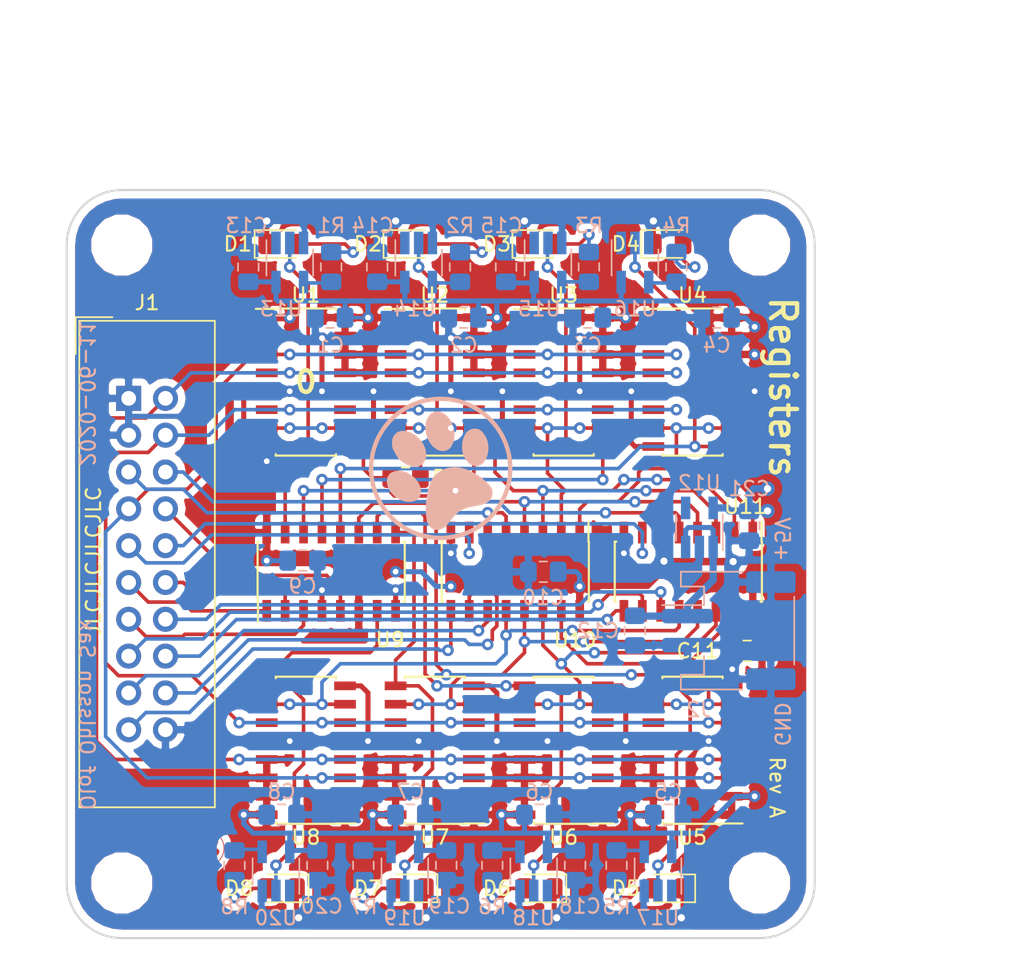
<source format=kicad_pcb>
(kicad_pcb (version 20171130) (host pcbnew 5.0.2-bee76a0~70~ubuntu18.04.1)
  (layers (0 F.Cu signal) (31 B.Cu signal) (34 B.Paste user) (35 F.Paste user) (36 B.SilkS user) (37 F.SilkS user) (38 B.Mask user) (39 F.Mask user) (44 Edge.Cuts user))
  (net 0 "")
  (net 1 GND)
  (net 2 VCC)
  (net 3 "Net-(U2-Pad11)")
  (net 4 "Net-(U3-Pad11)")
  (net 5 "Net-(U4-Pad11)")
  (net 6 "Net-(U5-Pad11)")
  (net 7 "Net-(U7-Pad11)")
  (net 8 "Net-(U8-Pad11)")
  (net 9 "Net-(U1-Pad11)")
  (net 10 "Net-(U6-Pad11)")
  (net 11 /RIN)
  (net 12 /RINS0)
  (net 13 /RINS1)
  (net 14 /RINS2)
  (net 15 /RAOUT)
  (net 16 /RAS0)
  (net 17 /RAS1)
  (net 18 /RAS2)
  (net 19 /RBOUT)
  (net 20 /RBS0)
  (net 21 /RBS1)
  (net 22 /RBS2)
  (net 23 /RESET)
  (net 24 /ROUT0)
  (net 25 /ROUT1)
  (net 26 /ROUT2)
  (net 27 /ROUT3)
  (net 28 /ROUT4)
  (net 29 /ROUT5)
  (net 30 /ROUT6)
  (net 31 /ROUT7)
  (net 32 /~RIN_EN)
  (net 33 /~RIN_EN0)
  (net 34 /~RIN_EN1)
  (net 35 /~RIN_EN2)
  (net 36 /~RIN_EN3)
  (net 37 /~RIN_EN4)
  (net 38 /~RIN_EN5)
  (net 39 /~RIN_EN6)
  (net 40 /~RIN_EN7)
  (net 41 "Net-(U10-Pad6)")
  (net 42 "Net-(U11-Pad6)")
  (net 43 /~ROUT_EN_A)
  (net 44 /~ROUT_EN_B)
  (net 45 /BUS_CLK)
  (net 46 /V_IN)
  (net 47 "Net-(U12-Pad4)")
  (net 48 "Net-(D8-Pad2)")
  (net 49 "Net-(R8-Pad2)")
  (net 50 "Net-(R7-Pad2)")
  (net 51 "Net-(D7-Pad2)")
  (net 52 "Net-(D6-Pad2)")
  (net 53 "Net-(R6-Pad2)")
  (net 54 "Net-(R5-Pad2)")
  (net 55 "Net-(D5-Pad2)")
  (net 56 "Net-(D4-Pad2)")
  (net 57 "Net-(R4-Pad2)")
  (net 58 "Net-(R3-Pad2)")
  (net 59 "Net-(D3-Pad2)")
  (net 60 "Net-(D2-Pad2)")
  (net 61 "Net-(R2-Pad2)")
  (net 62 "Net-(R1-Pad2)")
  (net 63 "Net-(D1-Pad2)")
  (net 64 "Net-(U17-Pad1)")
  (net 65 "Net-(U19-Pad1)")
  (net 66 "Net-(U18-Pad1)")
  (net 67 "Net-(U16-Pad1)")
  (net 68 "Net-(U14-Pad1)")
  (net 69 "Net-(U20-Pad1)")
  (net 70 "Net-(U13-Pad1)")
  (net 71 "Net-(U15-Pad1)")
  (module Package_TO_SOT_SMD:SOT-23-5_HandSoldering (layer B.Cu) (at 95.6 72.4 270)
    (fp_text reference U15 (at 3.2 0.6) (layer B.SilkS) (effects (justify mirror)))
    (fp_text value 74LVC1G04)
    (pad 5 smd rect (at 1.35 0.95 270) (size 1.56 0.65) (layers B.Cu B.Paste B.Mask) (net 2 VCC))
    (pad 4 smd rect (at 1.35 -0.95 270) (size 1.56 0.65) (layers B.Cu B.Paste B.Mask) (net 58 "Net-(R3-Pad2)"))
    (pad 3 smd rect (at -1.35 -0.95 270) (size 1.56 0.65) (layers B.Cu B.Paste B.Mask) (net 1 GND))
    (pad 2 smd rect (at -1.35 0 270) (size 1.56 0.65) (layers B.Cu B.Paste B.Mask) (net 35 /~RIN_EN2))
    (pad 1 smd rect (at -1.35 0.95 270) (size 1.56 0.65) (layers B.Cu B.Paste B.Mask) (net 71 "Net-(U15-Pad1)"))
  )
  (module Package_TO_SOT_SMD:SOT-23-5_HandSoldering (layer B.Cu) (at 77.7875 72.4 270)
    (fp_text reference U13 (at 3.2 0.5875) (layer B.SilkS) (effects (justify mirror)))
    (fp_text value 74LVC1G04)
    (pad 5 smd rect (at 1.35 0.95 270) (size 1.56 0.65) (layers B.Cu B.Paste B.Mask) (net 2 VCC))
    (pad 4 smd rect (at 1.35 -0.95 270) (size 1.56 0.65) (layers B.Cu B.Paste B.Mask) (net 62 "Net-(R1-Pad2)"))
    (pad 3 smd rect (at -1.35 -0.95 270) (size 1.56 0.65) (layers B.Cu B.Paste B.Mask) (net 1 GND))
    (pad 2 smd rect (at -1.35 0 270) (size 1.56 0.65) (layers B.Cu B.Paste B.Mask) (net 33 /~RIN_EN0))
    (pad 1 smd rect (at -1.35 0.95 270) (size 1.56 0.65) (layers B.Cu B.Paste B.Mask) (net 70 "Net-(U13-Pad1)"))
  )
  (module Package_TO_SOT_SMD:SOT-23-5_HandSoldering (layer B.Cu) (at 76.835 114.4 90)
    (fp_text reference U20 (at -3.2 0 180) (layer B.SilkS) (effects (justify mirror)))
    (fp_text value 74LVC1G04)
    (pad 5 smd rect (at 1.35 0.95 90) (size 1.56 0.65) (layers B.Cu B.Paste B.Mask) (net 2 VCC))
    (pad 4 smd rect (at 1.35 -0.95 90) (size 1.56 0.65) (layers B.Cu B.Paste B.Mask) (net 49 "Net-(R8-Pad2)"))
    (pad 3 smd rect (at -1.35 -0.95 90) (size 1.56 0.65) (layers B.Cu B.Paste B.Mask) (net 1 GND))
    (pad 2 smd rect (at -1.35 0 90) (size 1.56 0.65) (layers B.Cu B.Paste B.Mask) (net 40 /~RIN_EN7))
    (pad 1 smd rect (at -1.35 0.95 90) (size 1.56 0.65) (layers B.Cu B.Paste B.Mask) (net 69 "Net-(U20-Pad1)"))
  )
  (module Package_TO_SOT_SMD:SOT-23-5_HandSoldering (layer B.Cu) (at 86.6775 72.4 270)
    (fp_text reference U14 (at 3.2 0.2775) (layer B.SilkS) (effects (justify mirror)))
    (fp_text value 74LVC1G04)
    (pad 1 smd rect (at -1.35 0.95 270) (size 1.56 0.65) (layers B.Cu B.Paste B.Mask) (net 68 "Net-(U14-Pad1)"))
    (pad 2 smd rect (at -1.35 0 270) (size 1.56 0.65) (layers B.Cu B.Paste B.Mask) (net 34 /~RIN_EN1))
    (pad 3 smd rect (at -1.35 -0.95 270) (size 1.56 0.65) (layers B.Cu B.Paste B.Mask) (net 1 GND))
    (pad 4 smd rect (at 1.35 -0.95 270) (size 1.56 0.65) (layers B.Cu B.Paste B.Mask) (net 61 "Net-(R2-Pad2)"))
    (pad 5 smd rect (at 1.35 0.95 270) (size 1.56 0.65) (layers B.Cu B.Paste B.Mask) (net 2 VCC))
  )
  (module Package_TO_SOT_SMD:SOT-23-5_HandSoldering (layer B.Cu) (at 101.6 72.4 270)
    (fp_text reference U16 (at 3.2 0) (layer B.SilkS) (effects (justify mirror)))
    (fp_text value 74LVC1G04)
    (pad 5 smd rect (at 1.35 0.95 270) (size 1.56 0.65) (layers B.Cu B.Paste B.Mask) (net 2 VCC))
    (pad 4 smd rect (at 1.35 -0.95 270) (size 1.56 0.65) (layers B.Cu B.Paste B.Mask) (net 57 "Net-(R4-Pad2)"))
    (pad 3 smd rect (at -1.35 -0.95 270) (size 1.56 0.65) (layers B.Cu B.Paste B.Mask) (net 1 GND))
    (pad 2 smd rect (at -1.35 0 270) (size 1.56 0.65) (layers B.Cu B.Paste B.Mask) (net 36 /~RIN_EN3))
    (pad 1 smd rect (at -1.35 0.95 270) (size 1.56 0.65) (layers B.Cu B.Paste B.Mask) (net 67 "Net-(U16-Pad1)"))
  )
  (module Package_TO_SOT_SMD:SOT-23-5_HandSoldering (layer B.Cu) (at 94.615 114.4 90)
    (fp_text reference U18 (at -3.2 0 180) (layer B.SilkS) (effects (justify mirror)))
    (fp_text value 74LVC1G04)
    (pad 5 smd rect (at 1.35 0.95 90) (size 1.56 0.65) (layers B.Cu B.Paste B.Mask) (net 2 VCC))
    (pad 4 smd rect (at 1.35 -0.95 90) (size 1.56 0.65) (layers B.Cu B.Paste B.Mask) (net 53 "Net-(R6-Pad2)"))
    (pad 3 smd rect (at -1.35 -0.95 90) (size 1.56 0.65) (layers B.Cu B.Paste B.Mask) (net 1 GND))
    (pad 2 smd rect (at -1.35 0 90) (size 1.56 0.65) (layers B.Cu B.Paste B.Mask) (net 38 /~RIN_EN5))
    (pad 1 smd rect (at -1.35 0.95 90) (size 1.56 0.65) (layers B.Cu B.Paste B.Mask) (net 66 "Net-(U18-Pad1)"))
  )
  (module Package_TO_SOT_SMD:SOT-23-5_HandSoldering (layer B.Cu) (at 85.725 114.4 90)
    (fp_text reference U19 (at -3.2 0 180) (layer B.SilkS) (effects (justify mirror)))
    (fp_text value 74LVC1G04)
    (pad 5 smd rect (at 1.35 0.95 90) (size 1.56 0.65) (layers B.Cu B.Paste B.Mask) (net 2 VCC))
    (pad 4 smd rect (at 1.35 -0.95 90) (size 1.56 0.65) (layers B.Cu B.Paste B.Mask) (net 50 "Net-(R7-Pad2)"))
    (pad 3 smd rect (at -1.35 -0.95 90) (size 1.56 0.65) (layers B.Cu B.Paste B.Mask) (net 1 GND))
    (pad 2 smd rect (at -1.35 0 90) (size 1.56 0.65) (layers B.Cu B.Paste B.Mask) (net 39 /~RIN_EN6))
    (pad 1 smd rect (at -1.35 0.95 90) (size 1.56 0.65) (layers B.Cu B.Paste B.Mask) (net 65 "Net-(U19-Pad1)"))
  )
  (module Package_TO_SOT_SMD:SOT-23-5_HandSoldering (layer B.Cu) (at 103.1875 114.4 90)
    (fp_text reference U17 (at -3.2 0 180) (layer B.SilkS) (effects (justify mirror)))
    (fp_text value 74LVC1G04)
    (pad 5 smd rect (at 1.35 0.95 90) (size 1.56 0.65) (layers B.Cu B.Paste B.Mask) (net 2 VCC))
    (pad 4 smd rect (at 1.35 -0.95 90) (size 1.56 0.65) (layers B.Cu B.Paste B.Mask) (net 54 "Net-(R5-Pad2)"))
    (pad 3 smd rect (at -1.35 -0.95 90) (size 1.56 0.65) (layers B.Cu B.Paste B.Mask) (net 1 GND))
    (pad 2 smd rect (at -1.35 0 90) (size 1.56 0.65) (layers B.Cu B.Paste B.Mask) (net 37 /~RIN_EN4))
    (pad 1 smd rect (at -1.35 0.95 90) (size 1.56 0.65) (layers B.Cu B.Paste B.Mask) (net 64 "Net-(U17-Pad1)"))
  )
  (module Package_TO_SOT_SMD:SOT-23-5_HandSoldering (layer B.Cu) (at 106.045 90.678 90)
    (fp_text reference U12 (at 3.078 0 180) (layer B.SilkS) (effects (justify mirror)))
    (fp_text value MIC5504-3.3YM5)
    (pad 5 smd rect (at 1.35 0.95 90) (size 1.56 0.65) (layers B.Cu B.Paste B.Mask) (net 2 VCC))
    (pad 4 smd rect (at 1.35 -0.95 90) (size 1.56 0.65) (layers B.Cu B.Paste B.Mask) (net 47 "Net-(U12-Pad4)"))
    (pad 3 smd rect (at -1.35 -0.95 90) (size 1.56 0.65) (layers B.Cu B.Paste B.Mask) (net 46 /V_IN))
    (pad 2 smd rect (at -1.35 0 90) (size 1.56 0.65) (layers B.Cu B.Paste B.Mask) (net 1 GND))
    (pad 1 smd rect (at -1.35 0.95 90) (size 1.56 0.65) (layers B.Cu B.Paste B.Mask) (net 46 /V_IN))
  )
  (module Capacitor_SMD:C_0805_2012Metric_Pad1.15x1.40mm_HandSolder (layer B.Cu) (at 74.93 72.7075 90)
    (fp_text reference C13 (at 2.8575 -0.13 180) (layer B.SilkS) (effects (justify mirror)))
    (fp_text value 100n)
    (pad 1 smd roundrect (at -1.025 0 90) (size 1.15 1.4) (layers B.Cu B.Paste B.Mask) (roundrect_rratio 0.217391) (net 2 VCC))
    (pad 2 smd roundrect (at 1.025 0 90) (size 1.15 1.4) (layers B.Cu B.Paste B.Mask) (roundrect_rratio 0.217391) (net 1 GND))
  )
  (module Capacitor_SMD:C_0805_2012Metric_Pad1.15x1.40mm_HandSolder (layer B.Cu) (at 97.4725 113.9825 270)
    (fp_text reference C18 (at 2.8175 -0.3275) (layer B.SilkS) (effects (justify mirror)))
    (fp_text value 100n)
    (pad 2 smd roundrect (at 1.025 0 270) (size 1.15 1.4) (layers B.Cu B.Paste B.Mask) (roundrect_rratio 0.217391) (net 1 GND))
    (pad 1 smd roundrect (at -1.025 0 270) (size 1.15 1.4) (layers B.Cu B.Paste B.Mask) (roundrect_rratio 0.217391) (net 2 VCC))
  )
  (module Capacitor_SMD:C_0805_2012Metric_Pad1.15x1.40mm_HandSolder (layer B.Cu) (at 83.82 72.7075 90)
    (fp_text reference C14 (at 2.8575 -0.3175) (layer B.SilkS) (effects (justify mirror)))
    (fp_text value 100n)
    (pad 1 smd roundrect (at -1.025 0 90) (size 1.15 1.4) (layers B.Cu B.Paste B.Mask) (roundrect_rratio 0.217391) (net 2 VCC))
    (pad 2 smd roundrect (at 1.025 0 90) (size 1.15 1.4) (layers B.Cu B.Paste B.Mask) (roundrect_rratio 0.217391) (net 1 GND))
  )
  (module Capacitor_SMD:C_0805_2012Metric_Pad1.15x1.40mm_HandSolder (layer B.Cu) (at 92.71 72.7075 90)
    (fp_text reference C15 (at 2.8575 -0.3175 180) (layer B.SilkS) (effects (justify mirror)))
    (fp_text value 100n)
    (pad 2 smd roundrect (at 1.025 0 90) (size 1.15 1.4) (layers B.Cu B.Paste B.Mask) (roundrect_rratio 0.217391) (net 1 GND))
    (pad 1 smd roundrect (at -1.025 0 90) (size 1.15 1.4) (layers B.Cu B.Paste B.Mask) (roundrect_rratio 0.217391) (net 2 VCC))
  )
  (module Capacitor_SMD:C_0805_2012Metric_Pad1.15x1.40mm_HandSolder (layer B.Cu) (at 88.5825 113.9825 270)
    (fp_text reference C19 (at 2.8175 -0.2175) (layer B.SilkS) (effects (justify mirror)))
    (fp_text value 100n)
    (pad 1 smd roundrect (at -1.025 0 270) (size 1.15 1.4) (layers B.Cu B.Paste B.Mask) (roundrect_rratio 0.217391) (net 2 VCC))
    (pad 2 smd roundrect (at 1.025 0 270) (size 1.15 1.4) (layers B.Cu B.Paste B.Mask) (roundrect_rratio 0.217391) (net 1 GND))
  )
  (module Capacitor_SMD:C_0805_2012Metric_Pad1.15x1.40mm_HandSolder (layer B.Cu) (at 79.6925 113.9825 270)
    (fp_text reference C20 (at 2.8175 -0.3075 180) (layer B.SilkS) (effects (justify mirror)))
    (fp_text value 100n)
    (pad 2 smd roundrect (at 1.025 0 270) (size 1.15 1.4) (layers B.Cu B.Paste B.Mask) (roundrect_rratio 0.217391) (net 1 GND))
    (pad 1 smd roundrect (at -1.025 0 270) (size 1.15 1.4) (layers B.Cu B.Paste B.Mask) (roundrect_rratio 0.217391) (net 2 VCC))
  )
  (module LED_SMD:LED_0805_2012Metric_Pad1.15x1.40mm_HandSolder (layer F.Cu) (at 77.225 71.12)
    (fp_text reference D1 (at -3.025 0) (layer F.SilkS))
    (fp_text value LED)
    (pad 2 smd roundrect (at 1.025 0) (size 1.15 1.4) (layers F.Cu F.Paste F.Mask) (roundrect_rratio 0.217391) (net 63 "Net-(D1-Pad2)"))
    (pad 1 smd roundrect (at -1.025 0) (size 1.15 1.4) (layers F.Cu F.Paste F.Mask) (roundrect_rratio 0.217391) (net 1 GND))
  )
  (module LED_SMD:LED_0805_2012Metric_Pad1.15x1.40mm_HandSolder (layer F.Cu) (at 86.115 71.12)
    (fp_text reference D2 (at -2.93 0) (layer F.SilkS))
    (fp_text value LED)
    (pad 1 smd roundrect (at -1.025 0) (size 1.15 1.4) (layers F.Cu F.Paste F.Mask) (roundrect_rratio 0.217391) (net 1 GND))
    (pad 2 smd roundrect (at 1.025 0) (size 1.15 1.4) (layers F.Cu F.Paste F.Mask) (roundrect_rratio 0.217391) (net 60 "Net-(D2-Pad2)"))
  )
  (module LED_SMD:LED_0805_2012Metric_Pad1.15x1.40mm_HandSolder (layer F.Cu) (at 95.005 71.12)
    (fp_text reference D3 (at -2.93 0) (layer F.SilkS))
    (fp_text value LED)
    (pad 2 smd roundrect (at 1.025 0) (size 1.15 1.4) (layers F.Cu F.Paste F.Mask) (roundrect_rratio 0.217391) (net 59 "Net-(D3-Pad2)"))
    (pad 1 smd roundrect (at -1.025 0) (size 1.15 1.4) (layers F.Cu F.Paste F.Mask) (roundrect_rratio 0.217391) (net 1 GND))
  )
  (module LED_SMD:LED_0805_2012Metric_Pad1.15x1.40mm_HandSolder (layer F.Cu) (at 103.895 71.12)
    (fp_text reference D4 (at -2.93 0) (layer F.SilkS))
    (fp_text value LED)
    (pad 1 smd roundrect (at -1.025 0) (size 1.15 1.4) (layers F.Cu F.Paste F.Mask) (roundrect_rratio 0.217391) (net 1 GND))
    (pad 2 smd roundrect (at 1.025 0) (size 1.15 1.4) (layers F.Cu F.Paste F.Mask) (roundrect_rratio 0.217391) (net 56 "Net-(D4-Pad2)"))
  )
  (module LED_SMD:LED_0805_2012Metric_Pad1.15x1.40mm_HandSolder (layer F.Cu) (at 103.895 115.57 180)
    (fp_text reference D5 (at 2.93 0 180) (layer F.SilkS))
    (fp_text value LED)
    (pad 2 smd roundrect (at 1.025 0 180) (size 1.15 1.4) (layers F.Cu F.Paste F.Mask) (roundrect_rratio 0.217391) (net 55 "Net-(D5-Pad2)"))
    (pad 1 smd roundrect (at -1.025 0 180) (size 1.15 1.4) (layers F.Cu F.Paste F.Mask) (roundrect_rratio 0.217391) (net 1 GND))
  )
  (module LED_SMD:LED_0805_2012Metric_Pad1.15x1.40mm_HandSolder (layer F.Cu) (at 95.005 115.57 180)
    (fp_text reference D6 (at 2.93 0 180) (layer F.SilkS))
    (fp_text value LED)
    (pad 1 smd roundrect (at -1.025 0 180) (size 1.15 1.4) (layers F.Cu F.Paste F.Mask) (roundrect_rratio 0.217391) (net 1 GND))
    (pad 2 smd roundrect (at 1.025 0 180) (size 1.15 1.4) (layers F.Cu F.Paste F.Mask) (roundrect_rratio 0.217391) (net 52 "Net-(D6-Pad2)"))
  )
  (module LED_SMD:LED_0805_2012Metric_Pad1.15x1.40mm_HandSolder (layer F.Cu) (at 86.115 115.57 180)
    (fp_text reference D7 (at 2.93 0 180) (layer F.SilkS))
    (fp_text value LED)
    (pad 2 smd roundrect (at 1.025 0 180) (size 1.15 1.4) (layers F.Cu F.Paste F.Mask) (roundrect_rratio 0.217391) (net 51 "Net-(D7-Pad2)"))
    (pad 1 smd roundrect (at -1.025 0 180) (size 1.15 1.4) (layers F.Cu F.Paste F.Mask) (roundrect_rratio 0.217391) (net 1 GND))
  )
  (module LED_SMD:LED_0805_2012Metric_Pad1.15x1.40mm_HandSolder (layer F.Cu) (at 77.225 115.57 180)
    (fp_text reference D8 (at 2.93 0 180) (layer F.SilkS))
    (fp_text value LED)
    (pad 1 smd roundrect (at -1.025 0 180) (size 1.15 1.4) (layers F.Cu F.Paste F.Mask) (roundrect_rratio 0.217391) (net 1 GND))
    (pad 2 smd roundrect (at 1.025 0 180) (size 1.15 1.4) (layers F.Cu F.Paste F.Mask) (roundrect_rratio 0.217391) (net 48 "Net-(D8-Pad2)"))
  )
  (module Resistor_SMD:R_0805_2012Metric_Pad1.15x1.40mm_HandSolder (layer B.Cu) (at 80.645 72.7075 270)
    (fp_text reference R1 (at -2.8575 0 180) (layer B.SilkS) (effects (justify mirror)))
    (fp_text value 330)
    (pad 2 smd roundrect (at 1.025 0 270) (size 1.15 1.4) (layers B.Cu B.Paste B.Mask) (roundrect_rratio 0.217391) (net 62 "Net-(R1-Pad2)"))
    (pad 1 smd roundrect (at -1.025 0 270) (size 1.15 1.4) (layers B.Cu B.Paste B.Mask) (roundrect_rratio 0.217391) (net 63 "Net-(D1-Pad2)"))
  )
  (module Resistor_SMD:R_0805_2012Metric_Pad1.15x1.40mm_HandSolder (layer B.Cu) (at 89.535 72.7075 270)
    (fp_text reference R2 (at -2.8575 0) (layer B.SilkS) (effects (justify mirror)))
    (fp_text value 330)
    (pad 1 smd roundrect (at -1.025 0 270) (size 1.15 1.4) (layers B.Cu B.Paste B.Mask) (roundrect_rratio 0.217391) (net 60 "Net-(D2-Pad2)"))
    (pad 2 smd roundrect (at 1.025 0 270) (size 1.15 1.4) (layers B.Cu B.Paste B.Mask) (roundrect_rratio 0.217391) (net 61 "Net-(R2-Pad2)"))
  )
  (module Resistor_SMD:R_0805_2012Metric_Pad1.15x1.40mm_HandSolder (layer B.Cu) (at 98.425 72.7075 270)
    (fp_text reference R3 (at -2.8575 0) (layer B.SilkS) (effects (justify mirror)))
    (fp_text value 330)
    (pad 2 smd roundrect (at 1.025 0 270) (size 1.15 1.4) (layers B.Cu B.Paste B.Mask) (roundrect_rratio 0.217391) (net 58 "Net-(R3-Pad2)"))
    (pad 1 smd roundrect (at -1.025 0 270) (size 1.15 1.4) (layers B.Cu B.Paste B.Mask) (roundrect_rratio 0.217391) (net 59 "Net-(D3-Pad2)"))
  )
  (module Resistor_SMD:R_0805_2012Metric_Pad1.15x1.40mm_HandSolder (layer B.Cu) (at 104.4575 72.7075 270)
    (fp_text reference R4 (at -2.8575 0) (layer B.SilkS) (effects (justify mirror)))
    (fp_text value 330)
    (pad 1 smd roundrect (at -1.025 0 270) (size 1.15 1.4) (layers B.Cu B.Paste B.Mask) (roundrect_rratio 0.217391) (net 56 "Net-(D4-Pad2)"))
    (pad 2 smd roundrect (at 1.025 0 270) (size 1.15 1.4) (layers B.Cu B.Paste B.Mask) (roundrect_rratio 0.217391) (net 57 "Net-(R4-Pad2)"))
  )
  (module Resistor_SMD:R_0805_2012Metric_Pad1.15x1.40mm_HandSolder (layer B.Cu) (at 100.33 113.9825 90)
    (fp_text reference R5 (at -2.8575 0 180) (layer B.SilkS) (effects (justify mirror)))
    (fp_text value 330)
    (pad 2 smd roundrect (at 1.025 0 90) (size 1.15 1.4) (layers B.Cu B.Paste B.Mask) (roundrect_rratio 0.217391) (net 54 "Net-(R5-Pad2)"))
    (pad 1 smd roundrect (at -1.025 0 90) (size 1.15 1.4) (layers B.Cu B.Paste B.Mask) (roundrect_rratio 0.217391) (net 55 "Net-(D5-Pad2)"))
  )
  (module Resistor_SMD:R_0805_2012Metric_Pad1.15x1.40mm_HandSolder (layer B.Cu) (at 91.7575 113.9825 90)
    (fp_text reference R6 (at -2.8575 0 180) (layer B.SilkS) (effects (justify mirror)))
    (fp_text value 330)
    (pad 1 smd roundrect (at -1.025 0 90) (size 1.15 1.4) (layers B.Cu B.Paste B.Mask) (roundrect_rratio 0.217391) (net 52 "Net-(D6-Pad2)"))
    (pad 2 smd roundrect (at 1.025 0 90) (size 1.15 1.4) (layers B.Cu B.Paste B.Mask) (roundrect_rratio 0.217391) (net 53 "Net-(R6-Pad2)"))
  )
  (module Resistor_SMD:R_0805_2012Metric_Pad1.15x1.40mm_HandSolder (layer B.Cu) (at 82.8675 113.9825 90)
    (fp_text reference R7 (at -2.8575 0 180) (layer B.SilkS) (effects (justify mirror)))
    (fp_text value 330)
    (pad 2 smd roundrect (at 1.025 0 90) (size 1.15 1.4) (layers B.Cu B.Paste B.Mask) (roundrect_rratio 0.217391) (net 50 "Net-(R7-Pad2)"))
    (pad 1 smd roundrect (at -1.025 0 90) (size 1.15 1.4) (layers B.Cu B.Paste B.Mask) (roundrect_rratio 0.217391) (net 51 "Net-(D7-Pad2)"))
  )
  (module Resistor_SMD:R_0805_2012Metric_Pad1.15x1.40mm_HandSolder (layer B.Cu) (at 73.9775 113.9825 90)
    (fp_text reference R8 (at -2.8575 0 180) (layer B.SilkS) (effects (justify mirror)))
    (fp_text value 330)
    (pad 1 smd roundrect (at -1.025 0 90) (size 1.15 1.4) (layers B.Cu B.Paste B.Mask) (roundrect_rratio 0.217391) (net 48 "Net-(D8-Pad2)"))
    (pad 2 smd roundrect (at 1.025 0 90) (size 1.15 1.4) (layers B.Cu B.Paste B.Mask) (roundrect_rratio 0.217391) (net 49 "Net-(R8-Pad2)"))
  )
  (module Capacitor_SMD:C_0805_2012Metric_Pad1.15x1.40mm_HandSolder (layer B.Cu) (at 101.6 97.79 270)
    (fp_text reference C12 (at 0 2.54) (layer B.SilkS) (effects (justify mirror)))
    (fp_text value 1u)
    (pad 2 smd roundrect (at 1.025 0 270) (size 1.15 1.4) (layers B.Cu B.Paste B.Mask) (roundrect_rratio 0.217391) (net 1 GND))
    (pad 1 smd roundrect (at -1.025 0 270) (size 1.15 1.4) (layers B.Cu B.Paste B.Mask) (roundrect_rratio 0.217391) (net 46 /V_IN))
  )
  (module Capacitor_SMD:C_0805_2012Metric_Pad1.15x1.40mm_HandSolder (layer B.Cu) (at 109.474 90.56 270)
    (fp_text reference C21 (at -2.56 -0.026) (layer B.SilkS) (effects (justify mirror)))
    (fp_text value 1u)
    (pad 1 smd roundrect (at -1.025 0 270) (size 1.15 1.4) (layers B.Cu B.Paste B.Mask) (roundrect_rratio 0.217391) (net 2 VCC))
    (pad 2 smd roundrect (at 1.025 0 270) (size 1.15 1.4) (layers B.Cu B.Paste B.Mask) (roundrect_rratio 0.217391) (net 1 GND))
  )
  (module Connector_JST:JST_PH_S2B-PH-SM4-TB_1x02-1MP_P2.00mm_Horizontal (layer B.Cu) (at 108.077 97.79 270)
    (fp_text reference J2 (at 5.46 2.077 180) (layer B.SilkS) (effects (justify mirror)))
    (fp_text value Conn_Power)
    (pad MP smd roundrect (at 3.35 -2.9 270) (size 1.5 3.4) (layers B.Cu B.Paste B.Mask) (roundrect_rratio 0.166667) (net 1 GND))
    (pad MP smd roundrect (at -3.35 -2.9 270) (size 1.5 3.4) (layers B.Cu B.Paste B.Mask) (roundrect_rratio 0.166667) (net 1 GND))
    (pad 2 smd roundrect (at 1 2.85 270) (size 1 3.5) (layers B.Cu B.Paste B.Mask) (net 1 GND))
    (pad 1 smd roundrect (at -1 2.85 270) (size 1 3.5) (layers B.Cu B.Paste B.Mask) (net 46 /V_IN))
  )
  (module Connector_IDC:IDC-Header_2x10_P2.54mm_Vertical (layer F.Cu) (at 66.675 81.77)
    (fp_text reference J1 (at 1.27 -6.604) (layer F.SilkS))
    (fp_text value Conn_Reg)
    (pad 20 thru_hole oval (at 2.54 22.86) (size 1.7272 1.7272) (drill 1.016) (layers *.Cu *.Mask) (net 1 GND))
    (pad 19 thru_hole oval (at 0 22.86) (size 1.7272 1.7272) (drill 1.016) (layers *.Cu *.Mask) (net 18 /RAS2))
    (pad 18 thru_hole oval (at 2.54 20.32) (size 1.7272 1.7272) (drill 1.016) (layers *.Cu *.Mask) (net 17 /RAS1))
    (pad 17 thru_hole oval (at 0 20.32) (size 1.7272 1.7272) (drill 1.016) (layers *.Cu *.Mask) (net 16 /RAS0))
    (pad 16 thru_hole oval (at 2.54 17.78) (size 1.7272 1.7272) (drill 1.016) (layers *.Cu *.Mask) (net 22 /RBS2))
    (pad 15 thru_hole oval (at 0 17.78) (size 1.7272 1.7272) (drill 1.016) (layers *.Cu *.Mask) (net 21 /RBS1))
    (pad 14 thru_hole oval (at 2.54 15.24) (size 1.7272 1.7272) (drill 1.016) (layers *.Cu *.Mask) (net 20 /RBS0))
    (pad 13 thru_hole oval (at 0 15.24) (size 1.7272 1.7272) (drill 1.016) (layers *.Cu *.Mask) (net 14 /RINS2))
    (pad 12 thru_hole oval (at 2.54 12.7) (size 1.7272 1.7272) (drill 1.016) (layers *.Cu *.Mask) (net 13 /RINS1))
    (pad 11 thru_hole oval (at 0 12.7) (size 1.7272 1.7272) (drill 1.016) (layers *.Cu *.Mask) (net 12 /RINS0))
    (pad 10 thru_hole oval (at 2.54 10.16) (size 1.7272 1.7272) (drill 1.016) (layers *.Cu *.Mask) (net 44 /~ROUT_EN_B))
    (pad 9 thru_hole oval (at 0 10.16) (size 1.7272 1.7272) (drill 1.016) (layers *.Cu *.Mask) (net 43 /~ROUT_EN_A))
    (pad 8 thru_hole oval (at 2.54 7.62) (size 1.7272 1.7272) (drill 1.016) (layers *.Cu *.Mask) (net 32 /~RIN_EN))
    (pad 7 thru_hole oval (at 0 7.62) (size 1.7272 1.7272) (drill 1.016) (layers *.Cu *.Mask) (net 23 /RESET))
    (pad 6 thru_hole oval (at 2.54 5.08) (size 1.7272 1.7272) (drill 1.016) (layers *.Cu *.Mask) (net 19 /RBOUT))
    (pad 5 thru_hole oval (at 0 5.08) (size 1.7272 1.7272) (drill 1.016) (layers *.Cu *.Mask) (net 15 /RAOUT))
    (pad 4 thru_hole oval (at 2.54 2.54) (size 1.7272 1.7272) (drill 1.016) (layers *.Cu *.Mask) (net 11 /RIN))
    (pad 3 thru_hole oval (at 0 2.54) (size 1.7272 1.7272) (drill 1.016) (layers *.Cu *.Mask) (net 1 GND))
    (pad 2 thru_hole oval (at 2.54 0) (size 1.7272 1.7272) (drill 1.016) (layers *.Cu *.Mask) (net 45 /BUS_CLK))
    (pad 1 thru_hole rect (at 0 0) (size 1.7272 1.7272) (drill 1.016) (layers *.Cu *.Mask) (net 1 GND))
  )
  (module Package_SO:SOIC-16_3.9x9.9mm_P1.27mm (layer F.Cu) (at 80.645 93.726 90)
    (fp_text reference U9 (at -4.699 4.064 180) (layer F.SilkS))
    (fp_text value 74HC138)
    (pad 16 smd rect (at 2.7 -4.445 90) (size 1.5 0.6) (layers F.Cu F.Paste F.Mask) (net 2 VCC))
    (pad 15 smd rect (at 2.7 -3.175 90) (size 1.5 0.6) (layers F.Cu F.Paste F.Mask) (net 33 /~RIN_EN0))
    (pad 14 smd rect (at 2.7 -1.905 90) (size 1.5 0.6) (layers F.Cu F.Paste F.Mask) (net 34 /~RIN_EN1))
    (pad 13 smd rect (at 2.7 -0.635 90) (size 1.5 0.6) (layers F.Cu F.Paste F.Mask) (net 35 /~RIN_EN2))
    (pad 12 smd rect (at 2.7 0.635 90) (size 1.5 0.6) (layers F.Cu F.Paste F.Mask) (net 36 /~RIN_EN3))
    (pad 11 smd rect (at 2.7 1.905 90) (size 1.5 0.6) (layers F.Cu F.Paste F.Mask) (net 37 /~RIN_EN4))
    (pad 10 smd rect (at 2.7 3.175 90) (size 1.5 0.6) (layers F.Cu F.Paste F.Mask) (net 38 /~RIN_EN5))
    (pad 9 smd rect (at 2.7 4.445 90) (size 1.5 0.6) (layers F.Cu F.Paste F.Mask) (net 39 /~RIN_EN6))
    (pad 8 smd rect (at -2.7 4.445 90) (size 1.5 0.6) (layers F.Cu F.Paste F.Mask) (net 1 GND))
    (pad 7 smd rect (at -2.7 3.175 90) (size 1.5 0.6) (layers F.Cu F.Paste F.Mask) (net 40 /~RIN_EN7))
    (pad 6 smd rect (at -2.7 1.905 90) (size 1.5 0.6) (layers F.Cu F.Paste F.Mask) (net 2 VCC))
    (pad 5 smd rect (at -2.7 0.635 90) (size 1.5 0.6) (layers F.Cu F.Paste F.Mask) (net 32 /~RIN_EN))
    (pad 4 smd rect (at -2.7 -0.635 90) (size 1.5 0.6) (layers F.Cu F.Paste F.Mask) (net 1 GND))
    (pad 3 smd rect (at -2.7 -1.905 90) (size 1.5 0.6) (layers F.Cu F.Paste F.Mask) (net 14 /RINS2))
    (pad 2 smd rect (at -2.7 -3.175 90) (size 1.5 0.6) (layers F.Cu F.Paste F.Mask) (net 13 /RINS1))
    (pad 1 smd rect (at -2.7 -4.445 90) (size 1.5 0.6) (layers F.Cu F.Paste F.Mask) (net 12 /RINS0))
  )
  (module Resistor_SMD:R_0805_2012Metric_Pad1.15x1.40mm_HandSolder (layer F.Cu) (at 85.775 87.25)
    (fp_text reference R9 (at 2.8075 0 180) (layer F.SilkS))
    (fp_text value 0)
    (pad 1 smd roundrect (at -1.025 0) (size 1.15 1.4) (layers F.Cu F.Paste F.Mask) (roundrect_rratio 0.217391) (net 24 /ROUT0))
    (pad 2 smd roundrect (at 1.025 0) (size 1.15 1.4) (layers F.Cu F.Paste F.Mask) (roundrect_rratio 0.217391) (net 1 GND))
  )
  (module Package_SO:SOIC-16_3.9x9.9mm_P1.27mm (layer F.Cu) (at 87.79 106.045 180)
    (fp_text reference U7 (at 0 -6 180) (layer F.SilkS))
    (fp_text value HEF4557B)
    (pad 1 smd rect (at -2.7 -4.445 180) (size 1.5 0.6) (layers F.Cu F.Paste F.Mask) (net 2 VCC))
    (pad 2 smd rect (at -2.7 -3.175 180) (size 1.5 0.6) (layers F.Cu F.Paste F.Mask) (net 2 VCC))
    (pad 3 smd rect (at -2.7 -1.905 180) (size 1.5 0.6) (layers F.Cu F.Paste F.Mask) (net 23 /RESET))
    (pad 4 smd rect (at -2.7 -0.635 180) (size 1.5 0.6) (layers F.Cu F.Paste F.Mask) (net 45 /BUS_CLK))
    (pad 5 smd rect (at -2.7 0.635 180) (size 1.5 0.6) (layers F.Cu F.Paste F.Mask) (net 1 GND))
    (pad 6 smd rect (at -2.7 1.905 180) (size 1.5 0.6) (layers F.Cu F.Paste F.Mask) (net 11 /RIN))
    (pad 7 smd rect (at -2.7 3.175 180) (size 1.5 0.6) (layers F.Cu F.Paste F.Mask) (net 30 /ROUT6))
    (pad 8 smd rect (at -2.7 4.445 180) (size 1.5 0.6) (layers F.Cu F.Paste F.Mask) (net 1 GND))
    (pad 9 smd rect (at 2.7 4.445 180) (size 1.5 0.6) (layers F.Cu F.Paste F.Mask) (net 39 /~RIN_EN6))
    (pad 10 smd rect (at 2.7 3.175 180) (size 1.5 0.6) (layers F.Cu F.Paste F.Mask) (net 30 /ROUT6))
    (pad 11 smd rect (at 2.7 1.905 180) (size 1.5 0.6) (layers F.Cu F.Paste F.Mask) (net 7 "Net-(U7-Pad11)"))
    (pad 12 smd rect (at 2.7 0.635 180) (size 1.5 0.6) (layers F.Cu F.Paste F.Mask) (net 1 GND))
    (pad 13 smd rect (at 2.7 -0.635 180) (size 1.5 0.6) (layers F.Cu F.Paste F.Mask) (net 2 VCC))
    (pad 14 smd rect (at 2.7 -1.905 180) (size 1.5 0.6) (layers F.Cu F.Paste F.Mask) (net 2 VCC))
    (pad 15 smd rect (at 2.7 -3.175 180) (size 1.5 0.6) (layers F.Cu F.Paste F.Mask) (net 2 VCC))
    (pad 16 smd rect (at 2.7 -4.445 180) (size 1.5 0.6) (layers F.Cu F.Paste F.Mask) (net 2 VCC))
  )
  (module MountingHole:MountingHole_3.2mm_M3 (layer F.Cu) (at 66.2 71.2)
    (fp_text reference H1 hide)
    (fp_text value MountingHole)
    (pad 1 np_thru_hole circle (at 0 0) (size 3.2 3.2) (drill 3.2) (layers *.Cu *.Mask))
  )
  (module MountingHole:MountingHole_3.2mm_M3 (layer F.Cu) (at 66.2 115.2)
    (fp_text reference H4 hide)
    (fp_text value MountingHole)
    (pad 1 np_thru_hole circle (at 0 0) (size 3.2 3.2) (drill 3.2) (layers *.Cu *.Mask))
  )
  (module MountingHole:MountingHole_3.2mm_M3 (layer F.Cu) (at 110.2 115.2)
    (fp_text reference H3 hide)
    (fp_text value MountingHole)
    (pad 1 np_thru_hole circle (at 0 0) (size 3.2 3.2) (drill 3.2) (layers *.Cu *.Mask))
  )
  (module Capacitor_SMD:C_0805_2012Metric_Pad1.15x1.40mm_HandSolder (layer B.Cu) (at 80.575 76.2 180)
    (fp_text reference C1 (at 0 -1.905 180) (layer B.SilkS) (effects (justify mirror)))
    (fp_text value 100n)
    (pad 1 smd roundrect (at -1.025 0 180) (size 1.15 1.4) (layers B.Cu B.Paste B.Mask) (roundrect_rratio 0.217) (net 2 VCC))
    (pad 2 smd roundrect (at 1.025 0 180) (size 1.15 1.4) (layers B.Cu B.Paste B.Mask) (roundrect_rratio 0.217391) (net 1 GND))
  )
  (module Capacitor_SMD:C_0805_2012Metric_Pad1.15x1.40mm_HandSolder (layer B.Cu) (at 89.78 76.2 180)
    (fp_text reference C2 (at 0 -1.905 180) (layer B.SilkS) (effects (justify mirror)))
    (fp_text value 100n)
    (pad 2 smd roundrect (at 1.025 0 180) (size 1.15 1.4) (layers B.Cu B.Paste B.Mask) (roundrect_rratio 0.217391) (net 1 GND))
    (pad 1 smd roundrect (at -1.025 0 180) (size 1.15 1.4) (layers B.Cu B.Paste B.Mask) (roundrect_rratio 0.217391) (net 2 VCC))
  )
  (module Capacitor_SMD:C_0805_2012Metric_Pad1.15x1.40mm_HandSolder (layer B.Cu) (at 98.3525 76.2 180)
    (fp_text reference C3 (at 0 -1.905 180) (layer B.SilkS) (effects (justify mirror)))
    (fp_text value 100n)
    (pad 1 smd roundrect (at -1.025 0 180) (size 1.15 1.4) (layers B.Cu B.Paste B.Mask) (roundrect_rratio 0.217391) (net 2 VCC))
    (pad 2 smd roundrect (at 1.025 0 180) (size 1.15 1.4) (layers B.Cu B.Paste B.Mask) (roundrect_rratio 0.217391) (net 1 GND))
  )
  (module Capacitor_SMD:C_0805_2012Metric_Pad1.15x1.40mm_HandSolder (layer B.Cu) (at 107.2425 76.2 180)
    (fp_text reference C4 (at 0 -1.905 180) (layer B.SilkS) (effects (justify mirror)))
    (fp_text value 100n)
    (pad 2 smd roundrect (at 1.025 0 180) (size 1.15 1.4) (layers B.Cu B.Paste B.Mask) (roundrect_rratio 0.217391) (net 1 GND))
    (pad 1 smd roundrect (at -1.025 0 180) (size 1.15 1.4) (layers B.Cu B.Paste B.Mask) (roundrect_rratio 0.217391) (net 2 VCC))
  )
  (module Capacitor_SMD:C_0805_2012Metric_Pad1.15x1.40mm_HandSolder (layer B.Cu) (at 103.895 110.49)
    (fp_text reference C5 (at 0 -1.5875) (layer B.SilkS) (effects (justify mirror)))
    (fp_text value 100n)
    (pad 1 smd roundrect (at -1.025 0) (size 1.15 1.4) (layers B.Cu B.Paste B.Mask) (roundrect_rratio 0.217391) (net 2 VCC))
    (pad 2 smd roundrect (at 1.025 0) (size 1.15 1.4) (layers B.Cu B.Paste B.Mask) (roundrect_rratio 0.217391) (net 1 GND))
  )
  (module Capacitor_SMD:C_0805_2012Metric_Pad1.15x1.40mm_HandSolder (layer B.Cu) (at 95.005 110.49)
    (fp_text reference C6 (at 0 -1.5875) (layer B.SilkS) (effects (justify mirror)))
    (fp_text value 100n)
    (pad 2 smd roundrect (at 1.025 0) (size 1.15 1.4) (layers B.Cu B.Paste B.Mask) (roundrect_rratio 0.217391) (net 1 GND))
    (pad 1 smd roundrect (at -1.025 0) (size 1.15 1.4) (layers B.Cu B.Paste B.Mask) (roundrect_rratio 0.217391) (net 2 VCC))
  )
  (module Capacitor_SMD:C_0805_2012Metric_Pad1.15x1.40mm_HandSolder (layer B.Cu) (at 86.115 110.49)
    (fp_text reference C7 (at 0 -1.5875) (layer B.SilkS) (effects (justify mirror)))
    (fp_text value 100n)
    (pad 1 smd roundrect (at -1.025 0) (size 1.15 1.4) (layers B.Cu B.Paste B.Mask) (roundrect_rratio 0.217391) (net 2 VCC))
    (pad 2 smd roundrect (at 1.025 0) (size 1.15 1.4) (layers B.Cu B.Paste B.Mask) (roundrect_rratio 0.217391) (net 1 GND))
  )
  (module Capacitor_SMD:C_0805_2012Metric_Pad1.15x1.40mm_HandSolder (layer B.Cu) (at 77.225 110.49)
    (fp_text reference C8 (at 0 -1.5875) (layer B.SilkS) (effects (justify mirror)))
    (fp_text value 100n)
    (pad 2 smd roundrect (at 1.025 0) (size 1.15 1.4) (layers B.Cu B.Paste B.Mask) (roundrect_rratio 0.217391) (net 1 GND))
    (pad 1 smd roundrect (at -1.025 0) (size 1.15 1.4) (layers B.Cu B.Paste B.Mask) (roundrect_rratio 0.217391) (net 2 VCC))
  )
  (module Capacitor_SMD:C_0805_2012Metric_Pad1.15x1.40mm_HandSolder (layer B.Cu) (at 78.675 92.95)
    (fp_text reference C9 (at 0 1.778) (layer B.SilkS) (effects (justify mirror)))
    (fp_text value 100n)
    (pad 1 smd roundrect (at -1.025 0.014) (size 1.15 1.4) (layers B.Cu B.Paste B.Mask) (roundrect_rratio 0.217) (net 2 VCC))
    (pad 2 smd roundrect (at 1.025 0) (size 1.15 1.4) (layers B.Cu B.Paste B.Mask) (roundrect_rratio 0.217391) (net 1 GND))
  )
  (module Capacitor_SMD:C_0805_2012Metric_Pad1.15x1.40mm_HandSolder (layer B.Cu) (at 95.275 93.735 180)
    (fp_text reference C10 (at 0 -1.778 180) (layer B.SilkS) (effects (justify mirror)))
    (fp_text value 100n)
    (pad 2 smd roundrect (at 1.025 0 180) (size 1.15 1.4) (layers B.Cu B.Paste B.Mask) (roundrect_rratio 0.217391) (net 1 GND))
    (pad 1 smd roundrect (at -1.025 0.009 180) (size 1.15 1.4) (layers B.Cu B.Paste B.Mask) (roundrect_rratio 0.217) (net 2 VCC))
  )
  (module Capacitor_SMD:C_0805_2012Metric_Pad1.15x1.40mm_HandSolder (layer F.Cu) (at 109.338 99.187 180)
    (fp_text reference C11 (at 3.42 0 180) (layer F.SilkS))
    (fp_text value 100n)
    (pad 1 smd roundrect (at -1.025 0 180) (size 1.15 1.4) (layers F.Cu F.Paste F.Mask) (roundrect_rratio 0.217391) (net 2 VCC))
    (pad 2 smd roundrect (at 1.025 0 180) (size 1.15 1.4) (layers F.Cu F.Paste F.Mask) (roundrect_rratio 0.217391) (net 1 GND))
  )
  (module Package_SO:SOIC-16_3.9x9.9mm_P1.27mm (layer F.Cu) (at 78.9 80.645)
    (fp_text reference U1 (at 0 -6) (layer F.SilkS))
    (fp_text value HEF4557B)
    (pad 16 smd rect (at 2.7 -4.445) (size 1.5 0.6) (layers F.Cu F.Paste F.Mask) (net 2 VCC))
    (pad 15 smd rect (at 2.7 -3.175) (size 1.5 0.6) (layers F.Cu F.Paste F.Mask) (net 2 VCC))
    (pad 14 smd rect (at 2.7 -1.905) (size 1.5 0.6) (layers F.Cu F.Paste F.Mask) (net 2 VCC))
    (pad 13 smd rect (at 2.7 -0.635) (size 1.5 0.6) (layers F.Cu F.Paste F.Mask) (net 2 VCC))
    (pad 12 smd rect (at 2.7 0.635) (size 1.5 0.6) (layers F.Cu F.Paste F.Mask) (net 1 GND))
    (pad 11 smd rect (at 2.7 1.905) (size 1.5 0.6) (layers F.Cu F.Paste F.Mask) (net 9 "Net-(U1-Pad11)"))
    (pad 10 smd rect (at 2.7 3.175) (size 1.5 0.6) (layers F.Cu F.Paste F.Mask) (net 24 /ROUT0))
    (pad 9 smd rect (at 2.7 4.445) (size 1.5 0.6) (layers F.Cu F.Paste F.Mask) (net 33 /~RIN_EN0))
    (pad 8 smd rect (at -2.7 4.445) (size 1.5 0.6) (layers F.Cu F.Paste F.Mask) (net 1 GND))
    (pad 7 smd rect (at -2.7 3.175) (size 1.5 0.6) (layers F.Cu F.Paste F.Mask) (net 24 /ROUT0))
    (pad 6 smd rect (at -2.7 1.905) (size 1.5 0.6) (layers F.Cu F.Paste F.Mask) (net 11 /RIN))
    (pad 5 smd rect (at -2.7 0.635) (size 1.5 0.6) (layers F.Cu F.Paste F.Mask) (net 1 GND))
    (pad 4 smd rect (at -2.7 -0.635) (size 1.5 0.6) (layers F.Cu F.Paste F.Mask) (net 45 /BUS_CLK))
    (pad 3 smd rect (at -2.7 -1.905) (size 1.5 0.6) (layers F.Cu F.Paste F.Mask) (net 23 /RESET))
    (pad 2 smd rect (at -2.7 -3.175) (size 1.5 0.6) (layers F.Cu F.Paste F.Mask) (net 2 VCC))
    (pad 1 smd rect (at -2.7 -4.445) (size 1.5 0.6) (layers F.Cu F.Paste F.Mask) (net 2 VCC))
  )
  (module Package_SO:SOIC-16_3.9x9.9mm_P1.27mm (layer F.Cu) (at 87.79 80.645)
    (fp_text reference U2 (at 0 -6) (layer F.SilkS))
    (fp_text value HEF4557B)
    (pad 1 smd rect (at -2.7 -4.445) (size 1.5 0.6) (layers F.Cu F.Paste F.Mask) (net 2 VCC))
    (pad 2 smd rect (at -2.7 -3.175) (size 1.5 0.6) (layers F.Cu F.Paste F.Mask) (net 2 VCC))
    (pad 3 smd rect (at -2.7 -1.905) (size 1.5 0.6) (layers F.Cu F.Paste F.Mask) (net 23 /RESET))
    (pad 4 smd rect (at -2.7 -0.635) (size 1.5 0.6) (layers F.Cu F.Paste F.Mask) (net 45 /BUS_CLK))
    (pad 5 smd rect (at -2.7 0.635) (size 1.5 0.6) (layers F.Cu F.Paste F.Mask) (net 1 GND))
    (pad 6 smd rect (at -2.7 1.905) (size 1.5 0.6) (layers F.Cu F.Paste F.Mask) (net 11 /RIN))
    (pad 7 smd rect (at -2.7 3.175) (size 1.5 0.6) (layers F.Cu F.Paste F.Mask) (net 25 /ROUT1))
    (pad 8 smd rect (at -2.7 4.445) (size 1.5 0.6) (layers F.Cu F.Paste F.Mask) (net 1 GND))
    (pad 9 smd rect (at 2.7 4.445) (size 1.5 0.6) (layers F.Cu F.Paste F.Mask) (net 34 /~RIN_EN1))
    (pad 10 smd rect (at 2.7 3.175) (size 1.5 0.6) (layers F.Cu F.Paste F.Mask) (net 25 /ROUT1))
    (pad 11 smd rect (at 2.7 1.905) (size 1.5 0.6) (layers F.Cu F.Paste F.Mask) (net 3 "Net-(U2-Pad11)"))
    (pad 12 smd rect (at 2.7 0.635) (size 1.5 0.6) (layers F.Cu F.Paste F.Mask) (net 1 GND))
    (pad 13 smd rect (at 2.7 -0.635) (size 1.5 0.6) (layers F.Cu F.Paste F.Mask) (net 2 VCC))
    (pad 14 smd rect (at 2.7 -1.905) (size 1.5 0.6) (layers F.Cu F.Paste F.Mask) (net 2 VCC))
    (pad 15 smd rect (at 2.7 -3.175) (size 1.5 0.6) (layers F.Cu F.Paste F.Mask) (net 2 VCC))
    (pad 16 smd rect (at 2.7 -4.445) (size 1.5 0.6) (layers F.Cu F.Paste F.Mask) (net 2 VCC))
  )
  (module Package_SO:SOIC-16_3.9x9.9mm_P1.27mm (layer F.Cu) (at 96.68 80.645)
    (fp_text reference U3 (at 0 -6) (layer F.SilkS))
    (fp_text value HEF4557B)
    (pad 1 smd rect (at -2.7 -4.445) (size 1.5 0.6) (layers F.Cu F.Paste F.Mask) (net 2 VCC))
    (pad 2 smd rect (at -2.7 -3.175) (size 1.5 0.6) (layers F.Cu F.Paste F.Mask) (net 2 VCC))
    (pad 3 smd rect (at -2.7 -1.905) (size 1.5 0.6) (layers F.Cu F.Paste F.Mask) (net 23 /RESET))
    (pad 4 smd rect (at -2.7 -0.635) (size 1.5 0.6) (layers F.Cu F.Paste F.Mask) (net 45 /BUS_CLK))
    (pad 5 smd rect (at -2.7 0.635) (size 1.5 0.6) (layers F.Cu F.Paste F.Mask) (net 1 GND))
    (pad 6 smd rect (at -2.7 1.905) (size 1.5 0.6) (layers F.Cu F.Paste F.Mask) (net 11 /RIN))
    (pad 7 smd rect (at -2.7 3.175) (size 1.5 0.6) (layers F.Cu F.Paste F.Mask) (net 26 /ROUT2))
    (pad 8 smd rect (at -2.7 4.445) (size 1.5 0.6) (layers F.Cu F.Paste F.Mask) (net 1 GND))
    (pad 9 smd rect (at 2.7 4.445) (size 1.5 0.6) (layers F.Cu F.Paste F.Mask) (net 35 /~RIN_EN2))
    (pad 10 smd rect (at 2.7 3.175) (size 1.5 0.6) (layers F.Cu F.Paste F.Mask) (net 26 /ROUT2))
    (pad 11 smd rect (at 2.7 1.905) (size 1.5 0.6) (layers F.Cu F.Paste F.Mask) (net 4 "Net-(U3-Pad11)"))
    (pad 12 smd rect (at 2.7 0.635) (size 1.5 0.6) (layers F.Cu F.Paste F.Mask) (net 1 GND))
    (pad 13 smd rect (at 2.7 -0.635) (size 1.5 0.6) (layers F.Cu F.Paste F.Mask) (net 2 VCC))
    (pad 14 smd rect (at 2.7 -1.905) (size 1.5 0.6) (layers F.Cu F.Paste F.Mask) (net 2 VCC))
    (pad 15 smd rect (at 2.7 -3.175) (size 1.5 0.6) (layers F.Cu F.Paste F.Mask) (net 2 VCC))
    (pad 16 smd rect (at 2.7 -4.445) (size 1.5 0.6) (layers F.Cu F.Paste F.Mask) (net 2 VCC))
  )
  (module Package_SO:SOIC-16_3.9x9.9mm_P1.27mm (layer F.Cu) (at 105.57 80.645)
    (fp_text reference U4 (at 0 -6) (layer F.SilkS))
    (fp_text value HEF4557B)
    (pad 16 smd rect (at 2.7 -4.445) (size 1.5 0.6) (layers F.Cu F.Paste F.Mask) (net 2 VCC))
    (pad 15 smd rect (at 2.7 -3.175) (size 1.5 0.6) (layers F.Cu F.Paste F.Mask) (net 2 VCC))
    (pad 14 smd rect (at 2.7 -1.905) (size 1.5 0.6) (layers F.Cu F.Paste F.Mask) (net 2 VCC))
    (pad 13 smd rect (at 2.7 -0.635) (size 1.5 0.6) (layers F.Cu F.Paste F.Mask) (net 2 VCC))
    (pad 12 smd rect (at 2.7 0.635) (size 1.5 0.6) (layers F.Cu F.Paste F.Mask) (net 1 GND))
    (pad 11 smd rect (at 2.7 1.905) (size 1.5 0.6) (layers F.Cu F.Paste F.Mask) (net 5 "Net-(U4-Pad11)"))
    (pad 10 smd rect (at 2.7 3.175) (size 1.5 0.6) (layers F.Cu F.Paste F.Mask) (net 27 /ROUT3))
    (pad 9 smd rect (at 2.7 4.445) (size 1.5 0.6) (layers F.Cu F.Paste F.Mask) (net 36 /~RIN_EN3))
    (pad 8 smd rect (at -2.7 4.445) (size 1.5 0.6) (layers F.Cu F.Paste F.Mask) (net 1 GND))
    (pad 7 smd rect (at -2.7 3.175) (size 1.5 0.6) (layers F.Cu F.Paste F.Mask) (net 27 /ROUT3))
    (pad 6 smd rect (at -2.7 1.905) (size 1.5 0.6) (layers F.Cu F.Paste F.Mask) (net 11 /RIN))
    (pad 5 smd rect (at -2.7 0.635) (size 1.5 0.6) (layers F.Cu F.Paste F.Mask) (net 1 GND))
    (pad 4 smd rect (at -2.7 -0.635) (size 1.5 0.6) (layers F.Cu F.Paste F.Mask) (net 45 /BUS_CLK))
    (pad 3 smd rect (at -2.7 -1.905) (size 1.5 0.6) (layers F.Cu F.Paste F.Mask) (net 23 /RESET))
    (pad 2 smd rect (at -2.7 -3.175) (size 1.5 0.6) (layers F.Cu F.Paste F.Mask) (net 2 VCC))
    (pad 1 smd rect (at -2.7 -4.445) (size 1.5 0.6) (layers F.Cu F.Paste F.Mask) (net 2 VCC))
  )
  (module Package_SO:SOIC-16_3.9x9.9mm_P1.27mm (layer F.Cu) (at 105.57 106.045 180)
    (fp_text reference U5 (at 0 -6 180) (layer F.SilkS))
    (fp_text value HEF4557B)
    (pad 1 smd rect (at -2.7 -4.445 180) (size 1.5 0.6) (layers F.Cu F.Paste F.Mask) (net 2 VCC))
    (pad 2 smd rect (at -2.7 -3.175 180) (size 1.5 0.6) (layers F.Cu F.Paste F.Mask) (net 2 VCC))
    (pad 3 smd rect (at -2.7 -1.905 180) (size 1.5 0.6) (layers F.Cu F.Paste F.Mask) (net 23 /RESET))
    (pad 4 smd rect (at -2.7 -0.635 180) (size 1.5 0.6) (layers F.Cu F.Paste F.Mask) (net 45 /BUS_CLK))
    (pad 5 smd rect (at -2.7 0.635 180) (size 1.5 0.6) (layers F.Cu F.Paste F.Mask) (net 1 GND))
    (pad 6 smd rect (at -2.7 1.905 180) (size 1.5 0.6) (layers F.Cu F.Paste F.Mask) (net 11 /RIN))
    (pad 7 smd rect (at -2.7 3.175 180) (size 1.5 0.6) (layers F.Cu F.Paste F.Mask) (net 28 /ROUT4))
    (pad 8 smd rect (at -2.7 4.445 180) (size 1.5 0.6) (layers F.Cu F.Paste F.Mask) (net 1 GND))
    (pad 9 smd rect (at 2.7 4.445 180) (size 1.5 0.6) (layers F.Cu F.Paste F.Mask) (net 37 /~RIN_EN4))
    (pad 10 smd rect (at 2.7 3.175 180) (size 1.5 0.6) (layers F.Cu F.Paste F.Mask) (net 28 /ROUT4))
    (pad 11 smd rect (at 2.7 1.905 180) (size 1.5 0.6) (layers F.Cu F.Paste F.Mask) (net 6 "Net-(U5-Pad11)"))
    (pad 12 smd rect (at 2.7 0.635 180) (size 1.5 0.6) (layers F.Cu F.Paste F.Mask) (net 1 GND))
    (pad 13 smd rect (at 2.7 -0.635 180) (size 1.5 0.6) (layers F.Cu F.Paste F.Mask) (net 2 VCC))
    (pad 14 smd rect (at 2.7 -1.905 180) (size 1.5 0.6) (layers F.Cu F.Paste F.Mask) (net 2 VCC))
    (pad 15 smd rect (at 2.7 -3.175 180) (size 1.5 0.6) (layers F.Cu F.Paste F.Mask) (net 2 VCC))
    (pad 16 smd rect (at 2.7 -4.445 180) (size 1.5 0.6) (layers F.Cu F.Paste F.Mask) (net 2 VCC))
  )
  (module Package_SO:SOIC-16_3.9x9.9mm_P1.27mm (layer F.Cu) (at 78.9 106.045 180)
    (fp_text reference U8 (at 0 -6 180) (layer F.SilkS))
    (fp_text value HEF4557B)
    (pad 16 smd rect (at 2.7 -4.445 180) (size 1.5 0.6) (layers F.Cu F.Paste F.Mask) (net 2 VCC))
    (pad 15 smd rect (at 2.7 -3.175 180) (size 1.5 0.6) (layers F.Cu F.Paste F.Mask) (net 2 VCC))
    (pad 14 smd rect (at 2.7 -1.905 180) (size 1.5 0.6) (layers F.Cu F.Paste F.Mask) (net 2 VCC))
    (pad 13 smd rect (at 2.7 -0.635 180) (size 1.5 0.6) (layers F.Cu F.Paste F.Mask) (net 2 VCC))
    (pad 12 smd rect (at 2.7 0.635 180) (size 1.5 0.6) (layers F.Cu F.Paste F.Mask) (net 1 GND))
    (pad 11 smd rect (at 2.7 1.905 180) (size 1.5 0.6) (layers F.Cu F.Paste F.Mask) (net 8 "Net-(U8-Pad11)"))
    (pad 10 smd rect (at 2.7 3.175 180) (size 1.5 0.6) (layers F.Cu F.Paste F.Mask) (net 31 /ROUT7))
    (pad 9 smd rect (at 2.7 4.445 180) (size 1.5 0.6) (layers F.Cu F.Paste F.Mask) (net 40 /~RIN_EN7))
    (pad 8 smd rect (at -2.7 4.445 180) (size 1.5 0.6) (layers F.Cu F.Paste F.Mask) (net 1 GND))
    (pad 7 smd rect (at -2.7 3.175 180) (size 1.5 0.6) (layers F.Cu F.Paste F.Mask) (net 31 /ROUT7))
    (pad 6 smd rect (at -2.7 1.905 180) (size 1.5 0.6) (layers F.Cu F.Paste F.Mask) (net 11 /RIN))
    (pad 5 smd rect (at -2.7 0.635 180) (size 1.5 0.6) (layers F.Cu F.Paste F.Mask) (net 1 GND))
    (pad 4 smd rect (at -2.7 -0.635 180) (size 1.5 0.6) (layers F.Cu F.Paste F.Mask) (net 45 /BUS_CLK))
    (pad 3 smd rect (at -2.7 -1.905 180) (size 1.5 0.6) (layers F.Cu F.Paste F.Mask) (net 23 /RESET))
    (pad 2 smd rect (at -2.7 -3.175 180) (size 1.5 0.6) (layers F.Cu F.Paste F.Mask) (net 2 VCC))
    (pad 1 smd rect (at -2.7 -4.445 180) (size 1.5 0.6) (layers F.Cu F.Paste F.Mask) (net 2 VCC))
  )
  (module MountingHole:MountingHole_3.2mm_M3 (layer F.Cu) (at 110.2 71.2)
    (fp_text reference H2 hide)
    (fp_text value MountingHole)
    (pad 1 np_thru_hole circle (at 0 0) (size 3.2 3.2) (drill 3.2) (layers *.Cu *.Mask))
  )
  (module Package_SO:SOIC-16_3.9x9.9mm_P1.27mm (layer F.Cu) (at 96.68 106.045 180)
    (fp_text reference U6 (at 0 -6 180) (layer F.SilkS))
    (fp_text value HEF4557B)
    (pad 1 smd rect (at -2.7 -4.445 180) (size 1.5 0.6) (layers F.Cu F.Paste F.Mask) (net 2 VCC))
    (pad 2 smd rect (at -2.7 -3.175 180) (size 1.5 0.6) (layers F.Cu F.Paste F.Mask) (net 2 VCC))
    (pad 3 smd rect (at -2.7 -1.905 180) (size 1.5 0.6) (layers F.Cu F.Paste F.Mask) (net 23 /RESET))
    (pad 4 smd rect (at -2.7 -0.635 180) (size 1.5 0.6) (layers F.Cu F.Paste F.Mask) (net 45 /BUS_CLK))
    (pad 5 smd rect (at -2.7 0.635 180) (size 1.5 0.6) (layers F.Cu F.Paste F.Mask) (net 1 GND))
    (pad 6 smd rect (at -2.7 1.905 180) (size 1.5 0.6) (layers F.Cu F.Paste F.Mask) (net 11 /RIN))
    (pad 7 smd rect (at -2.7 3.175 180) (size 1.5 0.6) (layers F.Cu F.Paste F.Mask) (net 29 /ROUT5))
    (pad 8 smd rect (at -2.7 4.445 180) (size 1.5 0.6) (layers F.Cu F.Paste F.Mask) (net 1 GND))
    (pad 9 smd rect (at 2.7 4.445 180) (size 1.5 0.6) (layers F.Cu F.Paste F.Mask) (net 38 /~RIN_EN5))
    (pad 10 smd rect (at 2.7 3.175 180) (size 1.5 0.6) (layers F.Cu F.Paste F.Mask) (net 29 /ROUT5))
    (pad 11 smd rect (at 2.7 1.905 180) (size 1.5 0.6) (layers F.Cu F.Paste F.Mask) (net 10 "Net-(U6-Pad11)"))
    (pad 12 smd rect (at 2.7 0.635 180) (size 1.5 0.6) (layers F.Cu F.Paste F.Mask) (net 1 GND))
    (pad 13 smd rect (at 2.7 -0.635 180) (size 1.5 0.6) (layers F.Cu F.Paste F.Mask) (net 2 VCC))
    (pad 14 smd rect (at 2.7 -1.905 180) (size 1.5 0.6) (layers F.Cu F.Paste F.Mask) (net 2 VCC))
    (pad 15 smd rect (at 2.7 -3.175 180) (size 1.5 0.6) (layers F.Cu F.Paste F.Mask) (net 2 VCC))
    (pad 16 smd rect (at 2.7 -4.445 180) (size 1.5 0.6) (layers F.Cu F.Paste F.Mask) (net 2 VCC))
  )
  (module Package_SO:SOIC-16_3.9x9.9mm_P1.27mm (layer F.Cu) (at 93.345 93.726 270)
    (fp_text reference U10 (at 4.699 -4.1275 180) (layer F.SilkS))
    (fp_text value 74HC251)
    (pad 1 smd rect (at -2.7 -4.445 270) (size 1.5 0.6) (layers F.Cu F.Paste F.Mask) (net 27 /ROUT3))
    (pad 2 smd rect (at -2.7 -3.175 270) (size 1.5 0.6) (layers F.Cu F.Paste F.Mask) (net 26 /ROUT2))
    (pad 3 smd rect (at -2.7 -1.905 270) (size 1.5 0.6) (layers F.Cu F.Paste F.Mask) (net 25 /ROUT1))
    (pad 4 smd rect (at -2.7 -0.635 270) (size 1.5 0.6) (layers F.Cu F.Paste F.Mask) (net 24 /ROUT0))
    (pad 5 smd rect (at -2.7 0.635 270) (size 1.5 0.6) (layers F.Cu F.Paste F.Mask) (net 15 /RAOUT))
    (pad 6 smd rect (at -2.7 1.905 270) (size 1.5 0.6) (layers F.Cu F.Paste F.Mask) (net 41 "Net-(U10-Pad6)"))
    (pad 7 smd rect (at -2.7 3.175 270) (size 1.5 0.6) (layers F.Cu F.Paste F.Mask) (net 43 /~ROUT_EN_A))
    (pad 8 smd rect (at -2.7 4.445 270) (size 1.5 0.6) (layers F.Cu F.Paste F.Mask) (net 1 GND))
    (pad 9 smd rect (at 2.7 4.445 270) (size 1.5 0.6) (layers F.Cu F.Paste F.Mask) (net 18 /RAS2))
    (pad 10 smd rect (at 2.7 3.175 270) (size 1.5 0.6) (layers F.Cu F.Paste F.Mask) (net 17 /RAS1))
    (pad 11 smd rect (at 2.7 1.905 270) (size 1.5 0.6) (layers F.Cu F.Paste F.Mask) (net 16 /RAS0))
    (pad 12 smd rect (at 2.7 0.635 270) (size 1.5 0.6) (layers F.Cu F.Paste F.Mask) (net 31 /ROUT7))
    (pad 13 smd rect (at 2.7 -0.635 270) (size 1.5 0.6) (layers F.Cu F.Paste F.Mask) (net 30 /ROUT6))
    (pad 14 smd rect (at 2.7 -1.905 270) (size 1.5 0.6) (layers F.Cu F.Paste F.Mask) (net 29 /ROUT5))
    (pad 15 smd rect (at 2.7 -3.175 270) (size 1.5 0.6) (layers F.Cu F.Paste F.Mask) (net 28 /ROUT4))
    (pad 16 smd rect (at 2.7 -4.445 270) (size 1.5 0.6) (layers F.Cu F.Paste F.Mask) (net 2 VCC))
  )
  (module Package_SO:SOIC-16_3.9x9.9mm_P1.27mm (layer F.Cu) (at 105.283 93.726 270)
    (fp_text reference U11 (at -4.5085 -3.937) (layer F.SilkS))
    (fp_text value 74HC251)
    (pad 1 smd rect (at -2.7 -4.445 270) (size 1.5 0.6) (layers F.Cu F.Paste F.Mask) (net 27 /ROUT3))
    (pad 2 smd rect (at -2.7 -3.175 270) (size 1.5 0.6) (layers F.Cu F.Paste F.Mask) (net 26 /ROUT2))
    (pad 3 smd rect (at -2.7 -1.905 270) (size 1.5 0.6) (layers F.Cu F.Paste F.Mask) (net 25 /ROUT1))
    (pad 4 smd rect (at -2.7 -0.635 270) (size 1.5 0.6) (layers F.Cu F.Paste F.Mask) (net 24 /ROUT0))
    (pad 5 smd rect (at -2.7 0.635 270) (size 1.5 0.6) (layers F.Cu F.Paste F.Mask) (net 19 /RBOUT))
    (pad 6 smd rect (at -2.7 1.905 270) (size 1.5 0.6) (layers F.Cu F.Paste F.Mask) (net 42 "Net-(U11-Pad6)"))
    (pad 7 smd rect (at -2.7 3.175 270) (size 1.5 0.6) (layers F.Cu F.Paste F.Mask) (net 44 /~ROUT_EN_B))
    (pad 8 smd rect (at -2.7 4.445 270) (size 1.5 0.6) (layers F.Cu F.Paste F.Mask) (net 1 GND))
    (pad 9 smd rect (at 2.7 4.445 270) (size 1.5 0.6) (layers F.Cu F.Paste F.Mask) (net 22 /RBS2))
    (pad 10 smd rect (at 2.7 3.175 270) (size 1.5 0.6) (layers F.Cu F.Paste F.Mask) (net 21 /RBS1))
    (pad 11 smd rect (at 2.7 1.905 270) (size 1.5 0.6) (layers F.Cu F.Paste F.Mask) (net 20 /RBS0))
    (pad 12 smd rect (at 2.7 0.635 270) (size 1.5 0.6) (layers F.Cu F.Paste F.Mask) (net 31 /ROUT7))
    (pad 13 smd rect (at 2.7 -0.635 270) (size 1.5 0.6) (layers F.Cu F.Paste F.Mask) (net 30 /ROUT6))
    (pad 14 smd rect (at 2.7 -1.905 270) (size 1.5 0.6) (layers F.Cu F.Paste F.Mask) (net 29 /ROUT5))
    (pad 15 smd rect (at 2.7 -3.175 270) (size 1.5 0.6) (layers F.Cu F.Paste F.Mask) (net 28 /ROUT4))
    (pad 16 smd rect (at 2.7 -4.445 270) (size 1.5 0.6) (layers F.Cu F.Paste F.Mask) (net 2 VCC))
  )
  (module Logo:paw-cu-circ (layer F.Cu) (at 72 112.8 330)
    (fp_text reference G*** hide)
    (fp_text value LOGO hide)
    (fp_circle (center 0 0) (end -1.25 0) (layer F.Cu) (width 0.05))
    (fp_poly (pts (xy 0.371017 -0.909496) (xy 0.386785 -0.905063) (xy 0.430654 -0.883932) (xy 0.46968 -0.851813) (xy 0.502817 -0.809837) (xy 0.529019 -0.759133) (xy 0.534225 -0.745613) (xy 0.539895 -0.72788) (xy 0.543834 -0.709504) (xy 0.546365 -0.687562) (xy 0.54781 -0.659127) (xy 0.548494 -0.621274) (xy 0.54854 -0.61595) (xy 0.548585 -0.577338) (xy 0.547794 -0.548189) (xy 0.545841 -0.525276) (xy 0.542399 -0.505373) (xy 0.537141 -0.485253) (xy 0.534404 -0.47625) (xy 0.507933 -0.408465) (xy 0.473747 -0.349128) (xy 0.432498 -0.299098) (xy 0.384842 -0.259236) (xy 0.356667 -0.242239) (xy 0.312326 -0.22394) (xy 0.270188 -0.217628) (xy 0.228674 -0.223167) (xy 0.209619 -0.229551) (xy 0.169071 -0.252113) (xy 0.132824 -0.285114) (xy 0.101924 -0.32672) (xy 0.077416 -0.375094) (xy 0.060348 -0.4284) (xy 0.051765 -0.484803) (xy 0.050941 -0.508) (xy 0.055604 -0.578927) (xy 0.069252 -0.64667) (xy 0.091136 -0.7098) (xy 0.120506 -0.766889) (xy 0.156614 -0.816507) (xy 0.19871 -0.857225) (xy 0.246044 -0.887616) (xy 0.251394 -0.890199) (xy 0.294846 -0.906773) (xy 0.333839 -0.913108) (xy 0.371017 -0.909496)) (layer F.Cu) (width 0.01))
    (fp_poly (pts (xy -0.303253 -0.89691) (xy -0.298828 -0.895478) (xy -0.244816 -0.870724) (xy -0.196415 -0.835232) (xy -0.154277 -0.789958) (xy -0.119056 -0.735857) (xy -0.091404 -0.673883) (xy -0.071975 -0.604991) (xy -0.063395 -0.551205) (xy -0.060553 -0.482692) (xy -0.067558 -0.419073) (xy -0.084099 -0.361492) (xy -0.109861 -0.311095) (xy -0.138887 -0.274647) (xy -0.174594 -0.244665) (xy -0.213409 -0.226111) (xy -0.258024 -0.217719) (xy -0.26035 -0.21755) (xy -0.282112 -0.216651) (xy -0.299117 -0.218167) (xy -0.315989 -0.223201) (xy -0.337352 -0.232852) (xy -0.34898 -0.23865) (xy -0.403135 -0.272954) (xy -0.450613 -0.317324) (xy -0.489926 -0.370233) (xy -0.506371 -0.40005) (xy -0.532728 -0.464404) (xy -0.550147 -0.531171) (xy -0.558493 -0.598168) (xy -0.557625 -0.66321) (xy -0.547407 -0.724113) (xy -0.530005 -0.773792) (xy -0.503022 -0.82098) (xy -0.470354 -0.858217) (xy -0.433021 -0.884967) (xy -0.392046 -0.90069) (xy -0.348449 -0.904851) (xy -0.303253 -0.89691)) (layer F.Cu) (width 0.01))
    (fp_poly (pts (xy 0.803629 -0.358838) (xy 0.823439 -0.351792) (xy 0.834643 -0.34654) (xy 0.873721 -0.320719) (xy 0.904974 -0.286219) (xy 0.928318 -0.244432) (xy 0.94367 -0.196749) (xy 0.950946 -0.144558) (xy 0.950063 -0.08925) (xy 0.940937 -0.032216) (xy 0.923484 0.025155) (xy 0.897621 0.081472) (xy 0.863583 0.134914) (xy 0.829889 0.173609) (xy 0.791007 0.206663) (xy 0.748935 0.233158) (xy 0.705673 0.252181) (xy 0.663221 0.262815) (xy 0.62358 0.264147) (xy 0.595011 0.257818) (xy 0.551972 0.235626) (xy 0.516557 0.204302) (xy 0.48904 0.165065) (xy 0.46969 0.119136) (xy 0.458777 0.067736) (xy 0.456574 0.012085) (xy 0.463351 -0.046596) (xy 0.479379 -0.107087) (xy 0.501869 -0.161925) (xy 0.534668 -0.218831) (xy 0.573773 -0.26751) (xy 0.617984 -0.307028) (xy 0.666102 -0.33645) (xy 0.716927 -0.354842) (xy 0.757289 -0.360907) (xy 0.783636 -0.361494) (xy 0.803629 -0.358838)) (layer F.Cu) (width 0.01))
    (fp_poly (pts (xy -0.697063 -0.315215) (xy -0.686459 -0.310906) (xy -0.629871 -0.278478) (xy -0.578612 -0.235682) (xy -0.534028 -0.184209) (xy -0.49747 -0.12575) (xy -0.470284 -0.061997) (xy -0.460242 -0.027079) (xy -0.452841 0.01773) (xy -0.450731 0.065557) (xy -0.453694 0.112554) (xy -0.461516 0.154873) (xy -0.472181 0.185057) (xy -0.490976 0.215794) (xy -0.516149 0.244985) (xy -0.544122 0.26899) (xy -0.568505 0.283059) (xy -0.589734 0.288418) (xy -0.617918 0.291088) (xy -0.647567 0.290916) (xy -0.67319 0.287751) (xy -0.67945 0.28614) (xy -0.734073 0.263004) (xy -0.785315 0.228893) (xy -0.831801 0.185371) (xy -0.872152 0.134003) (xy -0.904992 0.076356) (xy -0.928944 0.013995) (xy -0.933496 -0.002604) (xy -0.94259 -0.054675) (xy -0.944769 -0.108336) (xy -0.940266 -0.160149) (xy -0.929314 -0.206673) (xy -0.917761 -0.234591) (xy -0.893987 -0.267443) (xy -0.861511 -0.293684) (xy -0.822956 -0.312447) (xy -0.780948 -0.322867) (xy -0.738109 -0.324078) (xy -0.697063 -0.315215)) (layer F.Cu) (width 0.01))
    (fp_poly (pts (xy 0.0254 0.041597) (xy 0.071956 0.042508) (xy 0.109329 0.045499) (xy 0.140982 0.051505) (xy 0.170378 0.061463) (xy 0.200983 0.076309) (xy 0.23626 0.096979) (xy 0.240841 0.099814) (xy 0.291001 0.135843) (xy 0.343163 0.18214) (xy 0.395892 0.236748) (xy 0.44775 0.297709) (xy 0.497303 0.363067) (xy 0.543112 0.430864) (xy 0.583743 0.499142) (xy 0.617759 0.565945) (xy 0.643723 0.629315) (xy 0.654461 0.663483) (xy 0.664551 0.718032) (xy 0.6639 0.767435) (xy 0.652835 0.810978) (xy 0.631681 0.847947) (xy 0.600767 0.877628) (xy 0.56042 0.899306) (xy 0.543908 0.904937) (xy 0.51218 0.91106) (xy 0.474825 0.91338) (xy 0.438415 0.91163) (xy 0.425521 0.909719) (xy 0.414271 0.906397) (xy 0.393729 0.899192) (xy 0.366365 0.889015) (xy 0.334649 0.876772) (xy 0.317571 0.870017) (xy 0.258965 0.847188) (xy 0.209752 0.829459) (xy 0.167883 0.816416) (xy 0.131314 0.807643) (xy 0.097996 0.802722) (xy 0.065884 0.801239) (xy 0.032929 0.802777) (xy 0.003112 0.806098) (xy -0.017661 0.809182) (xy -0.038077 0.813051) (xy -0.059964 0.81824) (xy -0.085152 0.825283) (xy -0.11547 0.834714) (xy -0.152746 0.847069) (xy -0.198809 0.862882) (xy -0.238125 0.876597) (xy -0.303821 0.89611) (xy -0.36316 0.906522) (xy -0.415403 0.907759) (xy -0.45981 0.899747) (xy -0.462123 0.898999) (xy -0.501111 0.879671) (xy -0.535154 0.850412) (xy -0.562405 0.813606) (xy -0.58102 0.771636) (xy -0.588473 0.735754) (xy -0.588046 0.703299) (xy -0.581593 0.662215) (xy -0.569829 0.614639) (xy -0.553467 0.562707) (xy -0.533222 0.508554) (xy -0.509806 0.454318) (xy -0.483934 0.402133) (xy -0.466649 0.371195) (xy -0.419367 0.296466) (xy -0.371562 0.233179) (xy -0.321845 0.180103) (xy -0.268828 0.136008) (xy -0.211121 0.099666) (xy -0.147336 0.069848) (xy -0.111125 0.05645) (xy -0.091596 0.05028) (xy -0.073414 0.046046) (xy -0.053472 0.04341) (xy -0.028668 0.042034) (xy 0.004106 0.04158) (xy 0.0254 0.041597)) (layer F.Cu) (width 0.01))
  )
  (module Logo:paw-large-screen (layer B.Cu) (at 88.2 86.6 210)
    (fp_text reference G*** hide)
    (fp_text value LOGO hide)
  )
  (gr_text 0 (at 78.9 80.645) (layer F.SilkS) (effects (font (size 1.5 1.5) (thickness 0.3))))
  (gr_text JLCJLCJLCJLC (at 64.25 93 90) (layer F.SilkS) (effects (font (size 1 1))))
  (gr_text GND (at 111.75 104.25 270) (layer B.SilkS) (effects (font (size 1 1)) (justify mirror)))
  (gr_text +5V (at 111.75 91.5 270) (layer B.SilkS) (effects (font (size 1 1)) (justify mirror)))
  (gr_text "Rev A" (at 111.4 108.6 270) (layer F.SilkS) (effects (font (size 1 1))))
  (gr_text 2020-06-11 (at 63.8 81.4 270) (layer B.SilkS) (effects (font (size 1 1)) (justify mirror)))
  (gr_text "Olof Ohlsson Sax" (at 63.8 103.6 270) (layer B.SilkS) (effects (font (size 1 1)) (justify mirror)))
  (gr_circle (center 88.2 86.6) (end 93 86.6) (layer B.SilkS) (width 0.3))
  (gr_text Registers (at 111.8 81 270) (layer F.SilkS) (effects (font (size 1.8 1.8) (thickness 0.3))))
  (gr_arc (start 110.2 115.2) (end 110.2 119) (angle -90) (layer Edge.Cuts) (width 0.15))
  (gr_arc (start 66.2 115.2) (end 62.4 115.2) (angle -90) (layer Edge.Cuts) (width 0.15))
  (gr_arc (start 110.2 71.2) (end 114 71.2) (angle -90) (layer Edge.Cuts) (width 0.15))
  (gr_arc (start 66.2 71.2) (end 66.2 67.4) (angle -90) (layer Edge.Cuts) (width 0.15))
  (gr_line (start 62.4 115.2) (end 62.4 71.2) (layer Edge.Cuts) (width 0.15))
  (gr_line (start 110.2 119) (end 66.2 119) (layer Edge.Cuts) (width 0.15))
  (gr_line (start 114 71.2) (end 114 115.2) (layer Edge.Cuts) (width 0.15))
  (gr_line (start 66.2 67.4) (end 110.2 67.4) (layer Edge.Cuts) (width 0.15))
  (segment (start 85.09 96.426) (end 85.09 95.25) (width 0.25) (layer F.Cu) (net 1))
  (via (at 80.01 94.996) (size 0.8) (drill 0.4) (layers F.Cu B.Cu) (net 1))
  (via (at 88.9 92.456) (size 0.8) (drill 0.4) (layers F.Cu B.Cu) (net 1))
  (segment (start 88.9 91.026) (end 88.9 92.456) (width 0.25) (layer F.Cu) (net 1))
  (via (at 85.09 94.996) (size 0.8) (drill 0.4) (layers F.Cu B.Cu) (net 1))
  (segment (start 83.312 94.996) (end 85.09 94.996) (width 0.25) (layer B.Cu) (net 1))
  (segment (start 80.01 94.996) (end 81.3 94.996) (width 0.25) (layer B.Cu) (net 1))
  (segment (start 81.3 94.996) (end 83.312 94.996) (width 0.25) (layer B.Cu) (net 1))
  (via (at 83.185 105.41) (size 0.8) (drill 0.4) (layers F.Cu B.Cu) (net 1))
  (via (at 92.075 105.41) (size 0.8) (drill 0.4) (layers F.Cu B.Cu) (net 1))
  (via (at 100.965 105.41) (size 0.8) (drill 0.4) (layers F.Cu B.Cu) (net 1))
  (via (at 83.566 81.28) (size 0.8) (drill 0.4) (layers F.Cu B.Cu) (net 1))
  (via (at 92.456 81.28) (size 0.8) (drill 0.4) (layers F.Cu B.Cu) (net 1))
  (via (at 101.346 81.28) (size 0.8) (drill 0.4) (layers F.Cu B.Cu) (net 1))
  (via (at 106.68 105.41) (size 0.8) (drill 0.4) (layers F.Cu B.Cu) (net 1))
  (via (at 100.838 92.456) (size 0.8) (drill 0.4) (layers F.Cu B.Cu) (net 1))
  (via (at 76.2 86.106) (size 0.8) (drill 0.4) (layers F.Cu B.Cu) (net 1))
  (segment (start 76.2 85.09) (end 76.2 86.106) (width 0.35) (layer F.Cu) (net 1))
  (segment (start 83.566 84.836) (end 83.82 85.09) (width 0.35) (layer F.Cu) (net 1))
  (segment (start 83.566 81.28) (end 83.566 84.836) (width 0.35) (layer F.Cu) (net 1))
  (segment (start 85.09 85.09) (end 83.82 85.09) (width 0.35) (layer F.Cu) (net 1))
  (segment (start 81.6 81.28) (end 83.566 81.28) (width 0.35) (layer F.Cu) (net 1))
  (segment (start 83.566 81.28) (end 85.09 81.28) (width 0.35) (layer F.Cu) (net 1))
  (segment (start 90.49 81.28) (end 92.456 81.28) (width 0.35) (layer F.Cu) (net 1))
  (segment (start 92.456 81.28) (end 93.98 81.28) (width 0.35) (layer F.Cu) (net 1))
  (segment (start 92.456 84.836) (end 92.71 85.09) (width 0.35) (layer F.Cu) (net 1))
  (segment (start 92.456 81.28) (end 92.456 84.836) (width 0.35) (layer F.Cu) (net 1))
  (segment (start 92.71 85.09) (end 93.98 85.09) (width 0.35) (layer F.Cu) (net 1))
  (segment (start 101.346 84.836) (end 101.6 85.09) (width 0.35) (layer F.Cu) (net 1))
  (segment (start 101.346 81.28) (end 101.346 84.836) (width 0.35) (layer F.Cu) (net 1))
  (segment (start 101.6 85.09) (end 102.87 85.09) (width 0.35) (layer F.Cu) (net 1))
  (segment (start 99.38 81.28) (end 101.346 81.28) (width 0.35) (layer F.Cu) (net 1))
  (segment (start 101.346 81.28) (end 102.87 81.28) (width 0.35) (layer F.Cu) (net 1))
  (segment (start 97.3275 76.2) (end 97.3275 77.6425) (width 0.35) (layer B.Cu) (net 1))
  (segment (start 88.755 77.615) (end 88.755 76.2) (width 0.35) (layer B.Cu) (net 1))
  (segment (start 85.09 105.41) (end 83.185 105.41) (width 0.35) (layer F.Cu) (net 1))
  (segment (start 83.185 105.41) (end 81.6 105.41) (width 0.35) (layer F.Cu) (net 1))
  (segment (start 83.185 105.41) (end 83.185 102.085) (width 0.35) (layer F.Cu) (net 1))
  (segment (start 82.7 101.6) (end 83.185 102.085) (width 0.35) (layer F.Cu) (net 1))
  (segment (start 81.6 101.6) (end 82.7 101.6) (width 0.35) (layer F.Cu) (net 1))
  (segment (start 92.075 102.085) (end 92.075 105.41) (width 0.35) (layer F.Cu) (net 1))
  (segment (start 91.59 101.6) (end 92.075 102.085) (width 0.35) (layer F.Cu) (net 1))
  (segment (start 90.49 101.6) (end 91.59 101.6) (width 0.35) (layer F.Cu) (net 1))
  (segment (start 90.49 105.41) (end 92.075 105.41) (width 0.35) (layer F.Cu) (net 1))
  (segment (start 92.075 105.41) (end 93.98 105.41) (width 0.35) (layer F.Cu) (net 1))
  (segment (start 99.38 105.41) (end 100.965 105.41) (width 0.35) (layer F.Cu) (net 1))
  (segment (start 100.965 105.41) (end 102.87 105.41) (width 0.35) (layer F.Cu) (net 1))
  (segment (start 106.68 105.41) (end 108.27 105.41) (width 0.35) (layer F.Cu) (net 1))
  (segment (start 80.01 96.426) (end 80.01 94.996) (width 0.35) (layer F.Cu) (net 1))
  (segment (start 85.09 96.426) (end 85.09 94.996) (width 0.35) (layer F.Cu) (net 1))
  (segment (start 80.01 94.996) (end 85.09 94.996) (width 0.35) (layer B.Cu) (net 1))
  (segment (start 79.7 92.95) (end 81 92.95) (width 0.35) (layer B.Cu) (net 1))
  (segment (start 81 92.95) (end 81.3 93.25) (width 0.35) (layer B.Cu) (net 1))
  (segment (start 81.3 93.25) (end 81.3 94.996) (width 0.35) (layer B.Cu) (net 1))
  (segment (start 83.312 93.218) (end 84.074 92.456) (width 0.35) (layer B.Cu) (net 1))
  (segment (start 83.312 94.996) (end 83.312 93.218) (width 0.35) (layer B.Cu) (net 1))
  (segment (start 84.074 92.456) (end 88.9 92.456) (width 0.35) (layer B.Cu) (net 1))
  (segment (start 100.838 91.026) (end 100.838 92.456) (width 0.35) (layer F.Cu) (net 1))
  (segment (start 94.234 92.456) (end 94.25 93.735) (width 0.35) (layer B.Cu) (net 1))
  (segment (start 94.234 92.456) (end 100.838 92.456) (width 0.35) (layer B.Cu) (net 1))
  (segment (start 91.694 92.456) (end 94.234 92.456) (width 0.35) (layer B.Cu) (net 1))
  (segment (start 90.678 93.472) (end 91.694 92.456) (width 0.35) (layer B.Cu) (net 1))
  (segment (start 89.154 93.472) (end 90.678 93.472) (width 0.35) (layer B.Cu) (net 1))
  (segment (start 88.9 92.456) (end 88.9 93.218) (width 0.35) (layer B.Cu) (net 1))
  (segment (start 88.9 93.218) (end 89.154 93.472) (width 0.35) (layer B.Cu) (net 1))
  (segment (start 76.2 81.28) (end 74.93 81.28) (width 0.35) (layer F.Cu) (net 1))
  (segment (start 74.93 81.28) (end 74.6125 81.5975) (width 0.35) (layer F.Cu) (net 1))
  (segment (start 74.6125 81.5975) (end 74.6125 84.7725) (width 0.35) (layer F.Cu) (net 1))
  (segment (start 74.93 85.09) (end 76.2 85.09) (width 0.35) (layer F.Cu) (net 1))
  (segment (start 74.6125 84.7725) (end 74.93 85.09) (width 0.35) (layer F.Cu) (net 1))
  (segment (start 108.27 99.611) (end 108.313 99.568) (width 0.35) (layer F.Cu) (net 1))
  (segment (start 105.202 98.815) (end 105.227 98.79) (width 0.35) (layer B.Cu) (net 1))
  (segment (start 101.6 98.815) (end 105.202 98.815) (width 0.35) (layer B.Cu) (net 1))
  (segment (start 107.077 98.79) (end 107.093 98.806) (width 0.35) (layer B.Cu) (net 1))
  (segment (start 105.227 98.79) (end 107.077 98.79) (width 0.35) (layer B.Cu) (net 1))
  (segment (start 110.961 98.79) (end 110.977 98.806) (width 0.35) (layer B.Cu) (net 1))
  (segment (start 110.977 94.44) (end 110.977 98.806) (width 0.35) (layer B.Cu) (net 1))
  (segment (start 110.977 98.806) (end 110.977 101.14) (width 0.35) (layer B.Cu) (net 1))
  (segment (start 108.313 101.557) (end 108.27 101.6) (width 0.35) (layer F.Cu) (net 1))
  (segment (start 108.313 99.187) (end 108.313 100.457) (width 0.35) (layer F.Cu) (net 1))
  (via (at 108.313 100.457) (size 0.8) (drill 0.4) (layers F.Cu B.Cu) (net 1))
  (segment (start 108.313 100.457) (end 108.313 101.557) (width 0.35) (layer F.Cu) (net 1))
  (segment (start 108.313 98.808) (end 108.331 98.79) (width 0.35) (layer B.Cu) (net 1))
  (segment (start 108.313 100.457) (end 108.313 98.808) (width 0.35) (layer B.Cu) (net 1))
  (segment (start 107.077 98.79) (end 108.331 98.79) (width 0.35) (layer B.Cu) (net 1))
  (segment (start 108.331 98.79) (end 110.961 98.79) (width 0.35) (layer B.Cu) (net 1))
  (segment (start 86.25 85.09) (end 85.09 85.09) (width 0.25) (layer F.Cu) (net 1))
  (segment (start 86.8 85.64) (end 86.25 85.09) (width 0.25) (layer F.Cu) (net 1))
  (segment (start 86.8 87.25) (end 86.8 85.64) (width 0.25) (layer F.Cu) (net 1))
  (via (at 77.7875 81.28) (size 0.8) (drill 0.4) (layers F.Cu B.Cu) (net 1))
  (segment (start 97.3 77.615) (end 97.3275 77.6425) (width 0.35) (layer B.Cu) (net 1))
  (segment (start 105.92 77.6425) (end 106.2175 77.94) (width 0.35) (layer B.Cu) (net 1))
  (segment (start 97.3275 77.6425) (end 105.92 77.6425) (width 0.35) (layer B.Cu) (net 1))
  (segment (start 77.7875 81.28) (end 76.2 81.28) (width 0.35) (layer F.Cu) (net 1))
  (via (at 109.855 81.28) (size 0.8) (drill 0.4) (layers F.Cu B.Cu) (net 1))
  (segment (start 106.2 81.28) (end 109.855 81.28) (width 0.35) (layer B.Cu) (net 1))
  (segment (start 109.855 81.28) (end 108.27 81.28) (width 0.35) (layer F.Cu) (net 1))
  (segment (start 106.2175 81.2625) (end 106.2 81.28) (width 0.35) (layer B.Cu) (net 1))
  (segment (start 106.2175 78.105) (end 106.2175 81.2625) (width 0.35) (layer B.Cu) (net 1))
  (segment (start 79.55 77.155) (end 80.01 77.615) (width 0.35) (layer B.Cu) (net 1))
  (segment (start 79.55 76.2) (end 79.55 77.155) (width 0.35) (layer B.Cu) (net 1))
  (segment (start 80.0075 69.535) (end 80.01 69.5325) (width 0.35) (layer B.Cu) (net 1))
  (segment (start 88.2625 69.535) (end 88.265 69.5325) (width 0.35) (layer B.Cu) (net 1))
  (segment (start 74.93 71.6825) (end 74.93 69.5325) (width 0.35) (layer B.Cu) (net 1))
  (segment (start 76.2 69.5325) (end 76.2 71.12) (width 0.35) (layer F.Cu) (net 1))
  (segment (start 74.93 69.5325) (end 78.74 69.5325) (width 0.35) (layer B.Cu) (net 1))
  (segment (start 78.7375 70.7275) (end 78.74 70.725) (width 0.35) (layer B.Cu) (net 1))
  (segment (start 78.7375 71.6075) (end 78.7375 70.7275) (width 0.35) (layer B.Cu) (net 1))
  (segment (start 78.74 69.5325) (end 80.01 69.5325) (width 0.35) (layer B.Cu) (net 1))
  (segment (start 83.82 71.6825) (end 83.82 69.5325) (width 0.35) (layer B.Cu) (net 1))
  (segment (start 80.01 69.5325) (end 83.82 69.5325) (width 0.35) (layer B.Cu) (net 1))
  (segment (start 83.82 69.5325) (end 87.63 69.5325) (width 0.35) (layer B.Cu) (net 1))
  (segment (start 85.09 69.5325) (end 85.09 71.12) (width 0.35) (layer F.Cu) (net 1))
  (segment (start 93.98 71.12) (end 93.98 69.5325) (width 0.35) (layer F.Cu) (net 1))
  (segment (start 88.265 69.5325) (end 92.71 69.5325) (width 0.35) (layer B.Cu) (net 1))
  (segment (start 102.87 71.12) (end 102.87 69.5325) (width 0.35) (layer F.Cu) (net 1))
  (segment (start 102.55 69.535) (end 102.5525 69.5325) (width 0.35) (layer B.Cu) (net 1))
  (segment (start 102.55 71.6075) (end 102.55 69.535) (width 0.35) (layer B.Cu) (net 1))
  (segment (start 101.6 69.5325) (end 102.5525 69.5325) (width 0.35) (layer B.Cu) (net 1))
  (segment (start 96.5175 70.7275) (end 96.52 70.725) (width 0.35) (layer B.Cu) (net 1))
  (segment (start 96.5175 71.6075) (end 96.5175 70.7275) (width 0.35) (layer B.Cu) (net 1))
  (segment (start 96.52 70.725) (end 96.52 69.5325) (width 0.35) (layer B.Cu) (net 1))
  (segment (start 92.71 69.5325) (end 96.52 69.5325) (width 0.35) (layer B.Cu) (net 1))
  (segment (start 96.52 69.5325) (end 101.6 69.5325) (width 0.35) (layer B.Cu) (net 1))
  (segment (start 92.71 71.6825) (end 92.71 69.5325) (width 0.35) (layer B.Cu) (net 1))
  (segment (start 111.125 76.125) (end 111.125 81.28) (width 0.35) (layer B.Cu) (net 1))
  (segment (start 111.125 81.28) (end 109.855 81.28) (width 0.35) (layer B.Cu) (net 1))
  (segment (start 106.2175 77.345) (end 106.2175 76.2) (width 0.35) (layer B.Cu) (net 1))
  (segment (start 105.92 77.6425) (end 106.2175 77.345) (width 0.35) (layer B.Cu) (net 1))
  (segment (start 106.2175 77.345) (end 106.2175 78.105) (width 0.35) (layer B.Cu) (net 1))
  (segment (start 106.2175 77.94) (end 106.2175 78.105) (width 0.35) (layer B.Cu) (net 1))
  (segment (start 112.0775 90.805) (end 110.977 91.9055) (width 0.35) (layer B.Cu) (net 1))
  (segment (start 112.0775 85.725) (end 112.0775 90.805) (width 0.35) (layer B.Cu) (net 1))
  (segment (start 110.977 91.9055) (end 110.977 94.44) (width 0.35) (layer B.Cu) (net 1))
  (segment (start 111.125 81.28) (end 111.125 84.7725) (width 0.35) (layer B.Cu) (net 1))
  (segment (start 111.125 84.7725) (end 112.0775 85.725) (width 0.35) (layer B.Cu) (net 1))
  (via (at 80.01 77.615) (size 0.8) (drill 0.4) (layers F.Cu B.Cu) (net 1))
  (via (at 80.01 81.28) (size 0.8) (drill 0.4) (layers F.Cu B.Cu) (net 1))
  (segment (start 80.01 77.615) (end 80.01 81.28) (width 0.35) (layer F.Cu) (net 1))
  (segment (start 88.755 77.615) (end 88.9 77.615) (width 0.35) (layer B.Cu) (net 1))
  (segment (start 80.01 77.615) (end 88.9 77.615) (width 0.35) (layer B.Cu) (net 1))
  (via (at 88.9 77.615) (size 0.8) (drill 0.4) (layers F.Cu B.Cu) (net 1))
  (segment (start 88.9 77.615) (end 97.3 77.615) (width 0.35) (layer B.Cu) (net 1))
  (via (at 88.9 81.28) (size 0.8) (drill 0.4) (layers F.Cu B.Cu) (net 1))
  (segment (start 88.9 77.615) (end 88.9 81.28) (width 0.35) (layer F.Cu) (net 1))
  (via (at 97.79 81.28) (size 0.8) (drill 0.4) (layers F.Cu B.Cu) (net 1))
  (segment (start 77.7875 81.28) (end 97.79 81.28) (width 0.35) (layer B.Cu) (net 1))
  (segment (start 97.79 81.28) (end 106.2 81.28) (width 0.35) (layer B.Cu) (net 1))
  (via (at 97.79 77.6425) (size 0.8) (drill 0.4) (layers F.Cu B.Cu) (net 1))
  (segment (start 97.79 81.28) (end 97.79 77.6425) (width 0.35) (layer F.Cu) (net 1))
  (via (at 77.7875 105.41) (size 0.8) (drill 0.4) (layers F.Cu B.Cu) (net 1))
  (segment (start 76.2 105.41) (end 77.7875 105.41) (width 0.35) (layer F.Cu) (net 1))
  (segment (start 77.7875 105.41) (end 83.185 105.41) (width 0.35) (layer B.Cu) (net 1))
  (via (at 95.5675 105.41) (size 0.8) (drill 0.4) (layers F.Cu B.Cu) (net 1))
  (segment (start 93.98 105.41) (end 95.5675 105.41) (width 0.35) (layer F.Cu) (net 1))
  (segment (start 95.5675 105.41) (end 100.965 105.41) (width 0.35) (layer B.Cu) (net 1))
  (via (at 86.6775 105.41) (size 0.8) (drill 0.4) (layers F.Cu B.Cu) (net 1))
  (segment (start 92.075 105.41) (end 86.6775 105.41) (width 0.35) (layer B.Cu) (net 1))
  (segment (start 86.6775 105.41) (end 85.09 105.41) (width 0.35) (layer F.Cu) (net 1))
  (segment (start 86.6775 105.41) (end 83.185 105.41) (width 0.35) (layer B.Cu) (net 1))
  (segment (start 110.8075 105.41) (end 106.68 105.41) (width 0.35) (layer B.Cu) (net 1))
  (segment (start 78.25 109.3925) (end 78.74 108.9025) (width 0.35) (layer B.Cu) (net 1))
  (segment (start 78.25 110.49) (end 78.25 109.3925) (width 0.35) (layer B.Cu) (net 1))
  (segment (start 87.14 109.0475) (end 86.995 108.9025) (width 0.35) (layer B.Cu) (net 1))
  (segment (start 87.14 110.49) (end 87.14 109.0475) (width 0.35) (layer B.Cu) (net 1))
  (segment (start 86.995 108.9025) (end 78.74 108.9025) (width 0.35) (layer B.Cu) (net 1))
  (segment (start 96.03 109.0475) (end 95.885 108.9025) (width 0.35) (layer B.Cu) (net 1))
  (segment (start 96.03 110.49) (end 96.03 109.0475) (width 0.35) (layer B.Cu) (net 1))
  (segment (start 95.885 108.9025) (end 86.995 108.9025) (width 0.35) (layer B.Cu) (net 1))
  (segment (start 104.92 109.0475) (end 104.775 108.9025) (width 0.35) (layer B.Cu) (net 1))
  (segment (start 104.92 110.49) (end 104.92 109.0475) (width 0.35) (layer B.Cu) (net 1))
  (segment (start 104.775 108.9025) (end 95.885 108.9025) (width 0.35) (layer B.Cu) (net 1))
  (segment (start 107.315 108.9025) (end 104.775 108.9025) (width 0.35) (layer B.Cu) (net 1))
  (segment (start 110.977 105.2405) (end 110.977 104.4575) (width 0.35) (layer B.Cu) (net 1))
  (segment (start 110.977 101.14) (end 110.977 104.4575) (width 0.35) (layer B.Cu) (net 1))
  (segment (start 110.977 104.4575) (end 110.977 104.923) (width 0.35) (layer B.Cu) (net 1))
  (segment (start 107.315 108.9025) (end 110.8075 105.41) (width 0.35) (layer B.Cu) (net 1))
  (segment (start 110.8075 105.41) (end 110.977 105.2405) (width 0.35) (layer B.Cu) (net 1))
  (segment (start 102.2375 117.15) (end 102.2375 115.0825) (width 0.35) (layer B.Cu) (net 1))
  (segment (start 102.2325 117.155) (end 102.2375 117.15) (width 0.35) (layer B.Cu) (net 1))
  (segment (start 66.675 84.31) (end 66.675 81.77) (width 0.25) (layer B.Cu) (net 1))
  (segment (start 77.7875 81.28) (end 72.39 81.28) (width 0.35) (layer B.Cu) (net 1))
  (segment (start 66.700001 83.008601) (end 66.675 82.9836) (width 0.35) (layer B.Cu) (net 1))
  (segment (start 70.661399 83.008601) (end 66.700001 83.008601) (width 0.35) (layer B.Cu) (net 1))
  (segment (start 66.675 82.9836) (end 66.675 81.77) (width 0.35) (layer B.Cu) (net 1))
  (segment (start 72.39 81.28) (end 70.661399 83.008601) (width 0.35) (layer B.Cu) (net 1))
  (segment (start 66.675 84.31) (end 66.675 82.9836) (width 0.35) (layer B.Cu) (net 1))
  (segment (start 71.2925 104.63) (end 72.0725 105.41) (width 0.35) (layer B.Cu) (net 1))
  (segment (start 69.215 104.63) (end 71.2925 104.63) (width 0.35) (layer B.Cu) (net 1))
  (segment (start 77.7875 105.41) (end 72.0725 105.41) (width 0.35) (layer B.Cu) (net 1))
  (segment (start 100.965 105.41) (end 106.68 105.41) (width 0.35) (layer B.Cu) (net 1))
  (segment (start 101.727 93.345) (end 100.838 92.456) (width 0.35) (layer B.Cu) (net 1))
  (segment (start 103.1875 93.345) (end 101.727 93.345) (width 0.35) (layer B.Cu) (net 1))
  (segment (start 106.045 91.778) (end 106.045 92.71) (width 0.35) (layer B.Cu) (net 1))
  (segment (start 109.474 91.585) (end 109.474 92.7735) (width 0.5) (layer B.Cu) (net 1))
  (segment (start 109.474 92.7735) (end 109.22 93.0275) (width 0.5) (layer B.Cu) (net 1))
  (segment (start 106.045 91.778) (end 106.045 93.0275) (width 0.5) (layer B.Cu) (net 1))
  (segment (start 106.045 93.0275) (end 107.95 93.0275) (width 0.5) (layer F.Cu) (net 1))
  (segment (start 100.965 105.41) (end 100.965 101.9175) (width 0.35) (layer F.Cu) (net 1))
  (segment (start 100.6475 101.6) (end 99.38 101.6) (width 0.35) (layer F.Cu) (net 1))
  (segment (start 100.965 101.9175) (end 100.6475 101.6) (width 0.35) (layer F.Cu) (net 1))
  (segment (start 110.6565 91.585) (end 110.977 91.9055) (width 0.35) (layer B.Cu) (net 1))
  (segment (start 109.474 91.585) (end 110.6565 91.585) (width 0.35) (layer B.Cu) (net 1))
  (segment (start 87.6275 69.535) (end 87.63 69.5325) (width 0.35) (layer B.Cu) (net 1))
  (segment (start 87.6275 71.6075) (end 87.6275 69.535) (width 0.35) (layer B.Cu) (net 1))
  (segment (start 87.63 69.5325) (end 88.265 69.5325) (width 0.35) (layer B.Cu) (net 1))
  (segment (start 75.71 77.615) (end 80.01 77.615) (width 0.35) (layer B.Cu) (net 1))
  (segment (start 73.3425 75.2475) (end 75.71 77.615) (width 0.35) (layer B.Cu) (net 1))
  (segment (start 73.3425 70.1675) (end 73.3425 75.2475) (width 0.35) (layer B.Cu) (net 1))
  (segment (start 74.93 69.5325) (end 73.9775 69.5325) (width 0.35) (layer B.Cu) (net 1))
  (segment (start 73.9775 69.5325) (end 73.3425 70.1675) (width 0.35) (layer B.Cu) (net 1))
  (segment (start 111.125 76.125) (end 111.05 76.125) (width 0.35) (layer B.Cu) (net 1))
  (segment (start 104.4575 69.5325) (end 103.505 69.5325) (width 0.35) (layer B.Cu) (net 1))
  (segment (start 111.05 76.125) (end 104.4575 69.5325) (width 0.35) (layer B.Cu) (net 1))
  (segment (start 102.5525 69.5325) (end 103.505 69.5325) (width 0.35) (layer B.Cu) (net 1))
  (segment (start 103.505 69.5325) (end 104.339498 69.5325) (width 0.35) (layer B.Cu) (net 1))
  (via (at 76.2 69.5325) (size 1) (drill 0.5) (layers F.Cu B.Cu) (net 1))
  (via (at 85.09 69.5325) (size 1) (drill 0.5) (layers F.Cu B.Cu) (net 1))
  (via (at 93.98 69.5325) (size 1) (drill 0.5) (layers F.Cu B.Cu) (net 1))
  (via (at 102.87 69.5325) (size 1) (drill 0.5) (layers F.Cu B.Cu) (net 1))
  (segment (start 110.977 110.3205) (end 110.977 105.2405) (width 0.35) (layer B.Cu) (net 1))
  (segment (start 109.855 111.4425) (end 110.977 110.3205) (width 0.35) (layer B.Cu) (net 1))
  (segment (start 109.855 111.4425) (end 108.5575 111.4425) (width 0.35) (layer B.Cu) (net 1))
  (segment (start 108.5575 111.4425) (end 106.4 113.6) (width 0.35) (layer B.Cu) (net 1))
  (segment (start 106.4 113.6) (end 106.4 116) (width 0.35) (layer B.Cu) (net 1))
  (via (at 104.8 117.6) (size 1) (drill 0.5) (layers F.Cu B.Cu) (net 1))
  (segment (start 106.4 116) (end 104.8 117.6) (width 0.35) (layer B.Cu) (net 1))
  (segment (start 104.92 117.48) (end 104.8 117.6) (width 0.35) (layer F.Cu) (net 1))
  (segment (start 104.92 115.57) (end 104.92 117.48) (width 0.35) (layer F.Cu) (net 1))
  (segment (start 102.2375 115.75) (end 102.2375 117.5625) (width 0.35) (layer B.Cu) (net 1))
  (segment (start 102.2375 117.5625) (end 102.2 117.6) (width 0.35) (layer B.Cu) (net 1))
  (segment (start 75.885 117.285) (end 75.885 115.75) (width 0.35) (layer B.Cu) (net 1))
  (segment (start 76.2 117.6) (end 75.885 117.285) (width 0.35) (layer B.Cu) (net 1))
  (segment (start 79.6925 115.0075) (end 79.6925 117.5075) (width 0.35) (layer B.Cu) (net 1))
  (segment (start 79.6925 117.5075) (end 79.6 117.6) (width 0.35) (layer B.Cu) (net 1))
  (segment (start 84.775 115.75) (end 84.775 117.425) (width 0.35) (layer B.Cu) (net 1))
  (segment (start 84.775 117.425) (end 84.6 117.6) (width 0.35) (layer B.Cu) (net 1))
  (segment (start 84.6 117.6) (end 79.6 117.6) (width 0.35) (layer B.Cu) (net 1))
  (segment (start 88.5825 115.0075) (end 88.5825 117.5825) (width 0.35) (layer B.Cu) (net 1))
  (segment (start 88.5825 117.5825) (end 88.6 117.6) (width 0.35) (layer B.Cu) (net 1))
  (segment (start 104.8 117.6) (end 97.6 117.6) (width 0.35) (layer B.Cu) (net 1))
  (segment (start 97.4725 117.4725) (end 97.6 117.6) (width 0.35) (layer B.Cu) (net 1))
  (segment (start 97.4725 115.0075) (end 97.4725 117.4725) (width 0.35) (layer B.Cu) (net 1))
  (segment (start 93.665 117.535) (end 93.6 117.6) (width 0.35) (layer B.Cu) (net 1))
  (segment (start 93.665 115.75) (end 93.665 117.535) (width 0.35) (layer B.Cu) (net 1))
  (segment (start 93.6 117.6) (end 88.6 117.6) (width 0.35) (layer B.Cu) (net 1))
  (via (at 96.2 117.6) (size 1) (drill 0.5) (layers F.Cu B.Cu) (net 1))
  (segment (start 97.6 117.6) (end 96.2 117.6) (width 0.35) (layer B.Cu) (net 1))
  (segment (start 96.2 117.6) (end 93.6 117.6) (width 0.35) (layer B.Cu) (net 1))
  (segment (start 96.03 117.43) (end 96.2 117.6) (width 0.35) (layer F.Cu) (net 1))
  (segment (start 96.03 115.57) (end 96.03 117.43) (width 0.35) (layer F.Cu) (net 1))
  (segment (start 88.6 117.6) (end 87.2 117.6) (width 0.35) (layer B.Cu) (net 1))
  (via (at 87.2 117.6) (size 1) (drill 0.5) (layers F.Cu B.Cu) (net 1))
  (segment (start 87.2 117.6) (end 84.6 117.6) (width 0.35) (layer B.Cu) (net 1))
  (segment (start 87.14 117.54) (end 87.2 117.6) (width 0.35) (layer F.Cu) (net 1))
  (segment (start 87.14 115.57) (end 87.14 117.54) (width 0.35) (layer F.Cu) (net 1))
  (via (at 78.4 117.6) (size 1) (drill 0.5) (layers F.Cu B.Cu) (net 1))
  (segment (start 79.6 117.6) (end 78.4 117.6) (width 0.35) (layer B.Cu) (net 1))
  (segment (start 78.4 117.6) (end 76.2 117.6) (width 0.35) (layer B.Cu) (net 1))
  (segment (start 78.25 117.45) (end 78.4 117.6) (width 0.35) (layer F.Cu) (net 1))
  (segment (start 78.25 115.57) (end 78.25 117.45) (width 0.35) (layer F.Cu) (net 1))
  (segment (start 107.95 93.0275) (end 108.3725 93.0275) (width 0.5) (layer F.Cu) (net 1))
  (via (at 108.3725 93.0275) (size 1) (drill 0.5) (layers F.Cu B.Cu) (net 1))
  (segment (start 109.22 93.0275) (end 108.3725 93.0275) (width 0.5) (layer B.Cu) (net 1))
  (segment (start 105.7275 93.345) (end 106.045 93.0275) (width 0.5) (layer B.Cu) (net 1))
  (segment (start 103.1875 93.345) (end 105.7275 93.345) (width 0.5) (layer B.Cu) (net 1))
  (via (at 103.6 93) (size 1) (drill 0.5) (layers F.Cu B.Cu) (net 1))
  (segment (start 108.3725 93.0275) (end 103.6275 93.0275) (width 0.5) (layer F.Cu) (net 1))
  (segment (start 103.6275 93.0275) (end 103.6 93) (width 0.5) (layer F.Cu) (net 1))
  (segment (start 103.255 93.345) (end 103.1875 93.345) (width 0.5) (layer B.Cu) (net 1))
  (segment (start 103.6 93) (end 103.255 93.345) (width 0.5) (layer B.Cu) (net 1))
  (segment (start 81.6 110.49) (end 81.6 109.54) (width 0.25) (layer F.Cu) (net 2))
  (segment (start 108.27 76.2) (end 108.27 80.01) (width 0.25) (layer F.Cu) (net 2))
  (segment (start 93.98 110.49) (end 93.98 106.68) (width 0.25) (layer F.Cu) (net 2))
  (segment (start 102.87 110.49) (end 102.87 106.68) (width 0.25) (layer F.Cu) (net 2))
  (segment (start 76.2 110.49) (end 76.2 106.68) (width 0.25) (layer F.Cu) (net 2))
  (via (at 88.9 94.742) (size 0.8) (drill 0.4) (layers F.Cu B.Cu) (net 2))
  (via (at 85.09 93.726) (size 0.8) (drill 0.4) (layers F.Cu B.Cu) (net 2))
  (via (at 109.855 78.74) (size 0.8) (drill 0.4) (layers F.Cu B.Cu) (net 2))
  (via (at 100.965 76.2) (size 0.8) (drill 0.4) (layers F.Cu B.Cu) (net 2))
  (segment (start 100.965 76.2) (end 99.3775 76.2) (width 0.25) (layer B.Cu) (net 2))
  (via (at 92.075 76.2) (size 0.8) (drill 0.4) (layers F.Cu B.Cu) (net 2))
  (segment (start 92.075 76.2) (end 90.49 76.2) (width 0.25) (layer F.Cu) (net 2))
  (segment (start 92.075 76.2) (end 90.805 76.2) (width 0.25) (layer B.Cu) (net 2))
  (via (at 83.185 76.2) (size 0.8) (drill 0.4) (layers F.Cu B.Cu) (net 2))
  (segment (start 81.6 76.2) (end 83.185 76.2) (width 0.25) (layer F.Cu) (net 2))
  (segment (start 83.185 76.2) (end 81.6 76.2) (width 0.25) (layer B.Cu) (net 2))
  (via (at 101.2825 110.49) (size 0.8) (drill 0.4) (layers F.Cu B.Cu) (net 2))
  (segment (start 101.2825 110.49) (end 102.8065 110.49) (width 0.25) (layer B.Cu) (net 2))
  (via (at 92.3925 110.49) (size 0.8) (drill 0.4) (layers F.Cu B.Cu) (net 2))
  (via (at 83.5025 110.49) (size 0.8) (drill 0.4) (layers F.Cu B.Cu) (net 2))
  (via (at 74.6125 110.49) (size 0.8) (drill 0.4) (layers F.Cu B.Cu) (net 2))
  (via (at 76.2 92.964) (size 0.8) (drill 0.4) (layers F.Cu B.Cu) (net 2))
  (via (at 97.781 94.742) (size 0.8) (drill 0.4) (layers F.Cu B.Cu) (net 2))
  (segment (start 83.185 76.2) (end 85.09 76.2) (width 0.25) (layer F.Cu) (net 2))
  (segment (start 92.075 76.2) (end 93.98 76.2) (width 0.25) (layer F.Cu) (net 2))
  (segment (start 108.27 76.2) (end 108.27 77.47) (width 0.35) (layer F.Cu) (net 2))
  (segment (start 108.27 77.47) (end 108.27 78.74) (width 0.35) (layer F.Cu) (net 2))
  (segment (start 108.27 78.74) (end 108.27 80.01) (width 0.35) (layer F.Cu) (net 2))
  (segment (start 102.87 77.47) (end 102.87 76.2) (width 0.35) (layer F.Cu) (net 2))
  (segment (start 99.38 76.2) (end 99.38 80.01) (width 0.35) (layer F.Cu) (net 2))
  (segment (start 93.98 76.2) (end 93.98 77.47) (width 0.35) (layer F.Cu) (net 2))
  (segment (start 76.2 76.2) (end 76.2 77.47) (width 0.35) (layer F.Cu) (net 2))
  (segment (start 81.6 76.2) (end 81.6 80.01) (width 0.35) (layer F.Cu) (net 2))
  (segment (start 85.09 76.2) (end 85.09 77.47) (width 0.35) (layer F.Cu) (net 2))
  (segment (start 90.49 76.2) (end 90.49 80.01) (width 0.35) (layer F.Cu) (net 2))
  (segment (start 102.87 76.2) (end 100.965 76.2) (width 0.35) (layer F.Cu) (net 2))
  (segment (start 100.965 76.2) (end 99.38 76.2) (width 0.35) (layer F.Cu) (net 2))
  (segment (start 97.79 94.751) (end 97.781 94.742) (width 0.35) (layer F.Cu) (net 2))
  (segment (start 97.79 96.426) (end 97.79 94.751) (width 0.35) (layer F.Cu) (net 2))
  (segment (start 97.781 94.742) (end 88.9 94.742) (width 0.35) (layer F.Cu) (net 2))
  (segment (start 97.781 94.742) (end 97.781 93.971) (width 0.35) (layer B.Cu) (net 2))
  (segment (start 97.536 93.726) (end 97.781 93.971) (width 0.35) (layer B.Cu) (net 2))
  (segment (start 97.536 93.726) (end 96.3 93.726) (width 0.35) (layer B.Cu) (net 2))
  (segment (start 87.884 94.742) (end 86.868 93.726) (width 0.35) (layer B.Cu) (net 2))
  (segment (start 88.9 94.742) (end 87.884 94.742) (width 0.35) (layer B.Cu) (net 2))
  (segment (start 86.868 93.726) (end 85.09 93.726) (width 0.35) (layer B.Cu) (net 2))
  (segment (start 82.55 93.726) (end 82.55 96.426) (width 0.35) (layer F.Cu) (net 2))
  (segment (start 85.09 93.726) (end 82.55 93.726) (width 0.35) (layer F.Cu) (net 2))
  (segment (start 76.2 92.964) (end 76.2 91.026) (width 0.35) (layer F.Cu) (net 2))
  (segment (start 76.2 92.964) (end 77.65 92.964) (width 0.35) (layer B.Cu) (net 2))
  (segment (start 108.27 109.22) (end 108.27 110.49) (width 0.35) (layer F.Cu) (net 2))
  (segment (start 102.87 110.49) (end 102.87 109.22) (width 0.35) (layer F.Cu) (net 2))
  (segment (start 102.87 109.22) (end 102.87 107.95) (width 0.35) (layer F.Cu) (net 2))
  (segment (start 102.87 107.95) (end 102.87 106.68) (width 0.35) (layer F.Cu) (net 2))
  (segment (start 99.38 110.49) (end 99.38 109.22) (width 0.35) (layer F.Cu) (net 2))
  (segment (start 99.38 110.49) (end 101.2825 110.49) (width 0.35) (layer F.Cu) (net 2))
  (segment (start 101.2825 110.49) (end 102.87 110.49) (width 0.35) (layer F.Cu) (net 2))
  (segment (start 93.98 110.49) (end 93.98 109.22) (width 0.35) (layer F.Cu) (net 2))
  (segment (start 93.98 109.22) (end 93.98 107.95) (width 0.35) (layer F.Cu) (net 2))
  (segment (start 93.98 107.95) (end 93.98 106.68) (width 0.35) (layer F.Cu) (net 2))
  (segment (start 93.98 110.49) (end 92.3925 110.49) (width 0.35) (layer F.Cu) (net 2))
  (segment (start 92.3925 110.49) (end 90.49 110.49) (width 0.35) (layer F.Cu) (net 2))
  (segment (start 90.49 110.49) (end 90.49 109.22) (width 0.35) (layer F.Cu) (net 2))
  (segment (start 85.09 109.474) (end 85.09 106.68) (width 0.25) (layer F.Cu) (net 2))
  (segment (start 85.09 110.49) (end 85.09 109.22) (width 0.35) (layer F.Cu) (net 2))
  (segment (start 85.09 109.22) (end 85.09 107.95) (width 0.35) (layer F.Cu) (net 2))
  (segment (start 85.09 107.95) (end 85.09 106.68) (width 0.35) (layer F.Cu) (net 2))
  (segment (start 81.6 110.49) (end 81.6 109.22) (width 0.35) (layer F.Cu) (net 2))
  (segment (start 81.6 110.49) (end 83.5025 110.49) (width 0.35) (layer F.Cu) (net 2))
  (segment (start 83.5025 110.49) (end 85.09 110.49) (width 0.35) (layer F.Cu) (net 2))
  (segment (start 76.2 110.49) (end 76.2 109.22) (width 0.35) (layer F.Cu) (net 2))
  (segment (start 76.2 109.22) (end 76.2 107.95) (width 0.35) (layer F.Cu) (net 2))
  (segment (start 76.2 107.95) (end 76.2 106.68) (width 0.35) (layer F.Cu) (net 2))
  (segment (start 76.2 110.49) (end 74.6125 110.49) (width 0.35) (layer F.Cu) (net 2))
  (segment (start 76.2 110.49) (end 74.6125 110.49) (width 0.35) (layer B.Cu) (net 2))
  (segment (start 85.09 110.49) (end 83.5025 110.49) (width 0.35) (layer B.Cu) (net 2))
  (segment (start 93.98 110.49) (end 92.3925 110.49) (width 0.35) (layer B.Cu) (net 2))
  (segment (start 101.346 110.5535) (end 101.2825 110.49) (width 0.35) (layer B.Cu) (net 2))
  (segment (start 102.87 110.5535) (end 101.346 110.5535) (width 0.35) (layer B.Cu) (net 2))
  (segment (start 110.744 78.994) (end 110.49 78.74) (width 0.35) (layer F.Cu) (net 2))
  (segment (start 110.49 78.74) (end 109.855 78.74) (width 0.35) (layer F.Cu) (net 2))
  (segment (start 109.855 78.74) (end 108.27 78.74) (width 0.35) (layer F.Cu) (net 2))
  (segment (start 110.744 78.994) (end 110.744 87.757) (width 0.35) (layer F.Cu) (net 2))
  (segment (start 110.753 90.923) (end 110.744 90.932) (width 0.35) (layer F.Cu) (net 2))
  (segment (start 110.363 101.346) (end 110.363 99.568) (width 0.35) (layer F.Cu) (net 2))
  (segment (start 110.998 101.981) (end 110.363 101.346) (width 0.35) (layer F.Cu) (net 2))
  (segment (start 110.998 108.458) (end 110.998 101.981) (width 0.35) (layer F.Cu) (net 2))
  (segment (start 110.236 109.22) (end 110.998 108.458) (width 0.35) (layer F.Cu) (net 2))
  (segment (start 110.744 90.932) (end 110.744 93.98) (width 0.35) (layer F.Cu) (net 2))
  (segment (start 110.744 96.426) (end 109.728 96.426) (width 0.35) (layer F.Cu) (net 2))
  (segment (start 110.744 93.98) (end 110.744 96.426) (width 0.35) (layer F.Cu) (net 2))
  (segment (start 110.363 98.161) (end 110.363 98.298) (width 0.35) (layer F.Cu) (net 2))
  (segment (start 109.728 97.526) (end 110.363 98.161) (width 0.35) (layer F.Cu) (net 2))
  (segment (start 109.728 96.426) (end 109.728 97.526) (width 0.35) (layer F.Cu) (net 2))
  (segment (start 110.363 99.568) (end 110.363 98.298) (width 0.35) (layer F.Cu) (net 2))
  (segment (start 110.363 98.298) (end 110.363 98.171) (width 0.35) (layer F.Cu) (net 2))
  (segment (start 110.744 97.79) (end 110.744 96.426) (width 0.35) (layer F.Cu) (net 2))
  (segment (start 110.363 98.171) (end 110.744 97.79) (width 0.35) (layer F.Cu) (net 2))
  (segment (start 110.744 89.535) (end 110.744 90.932) (width 0.35) (layer F.Cu) (net 2))
  (segment (start 100.965 75.085) (end 101 75.05) (width 0.35) (layer B.Cu) (net 2))
  (segment (start 100.965 76.2) (end 100.965 75.085) (width 0.35) (layer B.Cu) (net 2))
  (segment (start 92.075 75.125) (end 92 75.05) (width 0.35) (layer B.Cu) (net 2))
  (segment (start 92.075 76.2) (end 92.075 75.125) (width 0.35) (layer B.Cu) (net 2))
  (segment (start 83.185 75.235) (end 83 75.05) (width 0.35) (layer B.Cu) (net 2))
  (segment (start 83.185 76.2) (end 83.185 75.235) (width 0.35) (layer B.Cu) (net 2))
  (segment (start 81.6 76.2) (end 81.6 75.0525) (width 0.35) (layer B.Cu) (net 2))
  (segment (start 79.375 75.05) (end 81.5975 75.05) (width 0.35) (layer B.Cu) (net 2))
  (segment (start 81.6 75.0525) (end 81.5975 75.05) (width 0.35) (layer B.Cu) (net 2))
  (segment (start 81.5975 75.05) (end 83 75.05) (width 0.35) (layer B.Cu) (net 2))
  (segment (start 90.805 76.2) (end 90.805 75.05) (width 0.35) (layer B.Cu) (net 2))
  (segment (start 90.805 75.05) (end 92 75.05) (width 0.35) (layer B.Cu) (net 2))
  (segment (start 87.6325 75.0475) (end 87.63 75.05) (width 0.35) (layer B.Cu) (net 2))
  (segment (start 87.63 75.05) (end 90.805 75.05) (width 0.35) (layer B.Cu) (net 2))
  (via (at 77.7875 76.2) (size 0.8) (drill 0.4) (layers F.Cu B.Cu) (net 2))
  (segment (start 76.2 76.2) (end 77.7875 76.2) (width 0.35) (layer F.Cu) (net 2))
  (segment (start 77.7875 76.2) (end 77.7875 75.05) (width 0.35) (layer B.Cu) (net 2))
  (segment (start 77.7875 75.05) (end 78.105 75.05) (width 0.35) (layer B.Cu) (net 2))
  (segment (start 78.105 75.05) (end 79.375 75.05) (width 0.35) (layer B.Cu) (net 2))
  (segment (start 86.995 75.05) (end 87.63 75.05) (width 0.35) (layer B.Cu) (net 2))
  (segment (start 101 75.05) (end 101.9175 75.05) (width 0.35) (layer B.Cu) (net 2))
  (segment (start 108.2675 75.2475) (end 108.2675 76.2) (width 0.35) (layer B.Cu) (net 2))
  (segment (start 101.9175 75.05) (end 108.07 75.05) (width 0.35) (layer B.Cu) (net 2))
  (segment (start 108.07 75.05) (end 108.2675 75.2475) (width 0.35) (layer B.Cu) (net 2))
  (segment (start 108.2675 76.2) (end 109.22 76.2) (width 0.35) (layer B.Cu) (net 2))
  (segment (start 109.22 76.2) (end 109.855 76.835) (width 0.35) (layer B.Cu) (net 2))
  (via (at 109.855 76.835) (size 0.8) (drill 0.4) (layers F.Cu B.Cu) (net 2))
  (segment (start 109.855 76.835) (end 109.855 78.74) (width 0.35) (layer F.Cu) (net 2))
  (segment (start 102.87 110.49) (end 102.87 111.76) (width 0.35) (layer B.Cu) (net 2))
  (segment (start 102.87 111.76) (end 101.2825 111.76) (width 0.35) (layer B.Cu) (net 2))
  (segment (start 101.2825 111.76) (end 101.2825 110.49) (width 0.35) (layer B.Cu) (net 2))
  (segment (start 93.98 111.76) (end 93.98 110.49) (width 0.35) (layer B.Cu) (net 2))
  (segment (start 93.98 111.76) (end 92.3925 111.76) (width 0.35) (layer B.Cu) (net 2))
  (segment (start 92.3925 111.76) (end 92.3925 110.49) (width 0.35) (layer B.Cu) (net 2))
  (segment (start 85.09 111.76) (end 85.09 110.49) (width 0.35) (layer B.Cu) (net 2))
  (segment (start 85.09 111.76) (end 83.5025 111.76) (width 0.35) (layer B.Cu) (net 2))
  (segment (start 83.5025 111.76) (end 83.5025 110.49) (width 0.35) (layer B.Cu) (net 2))
  (segment (start 74.6125 111.125) (end 74.6125 110.49) (width 0.35) (layer B.Cu) (net 2))
  (segment (start 75.2475 111.76) (end 74.6125 111.125) (width 0.35) (layer B.Cu) (net 2))
  (segment (start 108.585 109.22) (end 109.5375 109.22) (width 0.35) (layer B.Cu) (net 2))
  (segment (start 106.045 111.76) (end 108.585 109.22) (width 0.35) (layer B.Cu) (net 2))
  (via (at 109.855 109.22) (size 0.8) (drill 0.4) (layers F.Cu B.Cu) (net 2))
  (segment (start 108.27 109.22) (end 109.855 109.22) (width 0.35) (layer F.Cu) (net 2))
  (segment (start 109.855 109.22) (end 110.236 109.22) (width 0.35) (layer F.Cu) (net 2))
  (segment (start 105.4075 111.7625) (end 105.41 111.76) (width 0.35) (layer B.Cu) (net 2))
  (segment (start 105.41 111.76) (end 106.045 111.76) (width 0.35) (layer B.Cu) (net 2))
  (segment (start 96.835 111.7625) (end 96.8375 111.76) (width 0.35) (layer B.Cu) (net 2))
  (segment (start 101.2825 111.76) (end 98.7425 111.76) (width 0.35) (layer B.Cu) (net 2))
  (segment (start 98.7425 111.76) (end 96.8375 111.76) (width 0.35) (layer B.Cu) (net 2))
  (segment (start 92.3925 111.76) (end 89.8525 111.76) (width 0.35) (layer B.Cu) (net 2))
  (segment (start 89.8525 111.76) (end 87.9475 111.76) (width 0.35) (layer B.Cu) (net 2))
  (segment (start 83.5025 111.76) (end 80.9625 111.76) (width 0.35) (layer B.Cu) (net 2))
  (segment (start 79.055 111.7625) (end 79.0575 111.76) (width 0.35) (layer B.Cu) (net 2))
  (segment (start 80.9625 111.76) (end 79.0575 111.76) (width 0.35) (layer B.Cu) (net 2))
  (segment (start 81.788 92.964) (end 82.55 93.726) (width 0.35) (layer F.Cu) (net 2))
  (segment (start 76.2 92.964) (end 81.788 92.964) (width 0.35) (layer F.Cu) (net 2))
  (segment (start 97.781 94.742) (end 102.489 94.742) (width 0.35) (layer F.Cu) (net 2))
  (segment (start 110.6805 94.0435) (end 110.744 93.98) (width 0.35) (layer F.Cu) (net 2))
  (segment (start 103.1875 94.0435) (end 110.6805 94.0435) (width 0.35) (layer F.Cu) (net 2))
  (segment (start 102.489 94.742) (end 103.1875 94.0435) (width 0.35) (layer F.Cu) (net 2))
  (segment (start 109.474 89.535) (end 110.744 89.535) (width 0.5) (layer B.Cu) (net 2))
  (via (at 110.744 89.535) (size 1) (drill 0.5) (layers F.Cu B.Cu) (net 2))
  (segment (start 109.431 89.578) (end 109.474 89.535) (width 0.5) (layer B.Cu) (net 2))
  (segment (start 79.3775 75.0475) (end 79.375 75.05) (width 0.35) (layer B.Cu) (net 2))
  (segment (start 83 75.05) (end 83.82 75.05) (width 0.35) (layer B.Cu) (net 2))
  (segment (start 83.82 75.05) (end 85.09 75.05) (width 0.35) (layer B.Cu) (net 2))
  (segment (start 85.7275 75.0475) (end 85.725 75.05) (width 0.35) (layer B.Cu) (net 2))
  (segment (start 85.7275 73.8075) (end 85.7275 75.0475) (width 0.35) (layer B.Cu) (net 2))
  (segment (start 85.09 75.05) (end 85.725 75.05) (width 0.35) (layer B.Cu) (net 2))
  (segment (start 85.725 75.05) (end 86.995 75.05) (width 0.35) (layer B.Cu) (net 2))
  (segment (start 92 75.05) (end 92.71 75.05) (width 0.35) (layer B.Cu) (net 2))
  (segment (start 92.71 75.05) (end 93.98 75.05) (width 0.35) (layer B.Cu) (net 2))
  (segment (start 94.6175 75.0475) (end 94.615 75.05) (width 0.35) (layer B.Cu) (net 2))
  (segment (start 94.6175 73.8075) (end 94.6175 75.0475) (width 0.35) (layer B.Cu) (net 2))
  (segment (start 93.98 75.05) (end 94.615 75.05) (width 0.35) (layer B.Cu) (net 2))
  (segment (start 94.615 75.05) (end 95.885 75.05) (width 0.35) (layer B.Cu) (net 2))
  (segment (start 92.785 73.8075) (end 92.71 73.7325) (width 0.35) (layer B.Cu) (net 2))
  (segment (start 94.6175 73.8075) (end 92.785 73.8075) (width 0.35) (layer B.Cu) (net 2))
  (segment (start 85.6525 73.7325) (end 85.7275 73.8075) (width 0.35) (layer B.Cu) (net 2))
  (segment (start 83.82 73.7325) (end 85.6525 73.7325) (width 0.35) (layer B.Cu) (net 2))
  (segment (start 76.7625 73.7325) (end 76.8375 73.8075) (width 0.35) (layer B.Cu) (net 2))
  (segment (start 74.93 73.7325) (end 76.7625 73.7325) (width 0.35) (layer B.Cu) (net 2))
  (segment (start 77.7875 75.05) (end 76.955 75.05) (width 0.35) (layer B.Cu) (net 2))
  (segment (start 76.8375 74.9325) (end 76.8375 73.8075) (width 0.35) (layer B.Cu) (net 2))
  (segment (start 76.955 75.05) (end 76.8375 74.9325) (width 0.35) (layer B.Cu) (net 2))
  (segment (start 100.65 73.8075) (end 100.65 75.0475) (width 0.35) (layer B.Cu) (net 2))
  (segment (start 100.65 75.0475) (end 100.6475 75.05) (width 0.35) (layer B.Cu) (net 2))
  (segment (start 95.885 75.05) (end 100.6475 75.05) (width 0.35) (layer B.Cu) (net 2))
  (segment (start 100.6475 75.05) (end 101 75.05) (width 0.35) (layer B.Cu) (net 2))
  (segment (start 104.1375 111.7625) (end 104.14 111.76) (width 0.35) (layer B.Cu) (net 2))
  (segment (start 104.1375 112.8825) (end 104.1375 111.7625) (width 0.35) (layer B.Cu) (net 2))
  (segment (start 102.87 111.76) (end 104.14 111.76) (width 0.35) (layer B.Cu) (net 2))
  (segment (start 104.14 111.76) (end 105.41 111.76) (width 0.35) (layer B.Cu) (net 2))
  (segment (start 95.64 112.9575) (end 95.565 112.8825) (width 0.35) (layer B.Cu) (net 2))
  (segment (start 97.4725 112.9575) (end 95.64 112.9575) (width 0.35) (layer B.Cu) (net 2))
  (segment (start 95.565 111.7625) (end 95.5675 111.76) (width 0.35) (layer B.Cu) (net 2))
  (segment (start 95.565 112.8825) (end 95.565 111.7625) (width 0.35) (layer B.Cu) (net 2))
  (segment (start 96.8375 111.76) (end 95.5675 111.76) (width 0.35) (layer B.Cu) (net 2))
  (segment (start 95.5675 111.76) (end 93.98 111.76) (width 0.35) (layer B.Cu) (net 2))
  (segment (start 86.75 112.9575) (end 86.675 112.8825) (width 0.35) (layer B.Cu) (net 2))
  (segment (start 88.5825 112.9575) (end 86.75 112.9575) (width 0.35) (layer B.Cu) (net 2))
  (segment (start 86.675 111.7625) (end 86.6775 111.76) (width 0.35) (layer B.Cu) (net 2))
  (segment (start 86.675 112.8825) (end 86.675 111.7625) (width 0.35) (layer B.Cu) (net 2))
  (segment (start 87.9475 111.76) (end 86.6775 111.76) (width 0.35) (layer B.Cu) (net 2))
  (segment (start 86.6775 111.76) (end 85.09 111.76) (width 0.35) (layer B.Cu) (net 2))
  (segment (start 77.86 112.9575) (end 77.785 112.8825) (width 0.35) (layer B.Cu) (net 2))
  (segment (start 79.6925 112.9575) (end 77.86 112.9575) (width 0.35) (layer B.Cu) (net 2))
  (segment (start 77.785 111.7625) (end 77.7875 111.76) (width 0.35) (layer B.Cu) (net 2))
  (segment (start 77.785 112.8825) (end 77.785 111.7625) (width 0.35) (layer B.Cu) (net 2))
  (segment (start 79.0575 111.76) (end 77.7875 111.76) (width 0.35) (layer B.Cu) (net 2))
  (segment (start 77.7875 111.76) (end 75.2475 111.76) (width 0.35) (layer B.Cu) (net 2))
  (segment (start 106.995 89.328) (end 107.928 89.328) (width 0.5) (layer B.Cu) (net 2))
  (segment (start 108.674 89.535) (end 109.474 89.535) (width 0.5) (layer B.Cu) (net 2))
  (segment (start 108.135 89.535) (end 108.674 89.535) (width 0.5) (layer B.Cu) (net 2))
  (segment (start 107.928 89.328) (end 108.135 89.535) (width 0.5) (layer B.Cu) (net 2))
  (segment (start 109.474 89.535) (end 109.474 88.326) (width 0.5) (layer B.Cu) (net 2))
  (via (at 110.744 88) (size 1) (drill 0.5) (layers F.Cu B.Cu) (net 2))
  (segment (start 109.8 88) (end 110.744 88) (width 0.5) (layer B.Cu) (net 2))
  (segment (start 109.474 88.326) (end 109.8 88) (width 0.5) (layer B.Cu) (net 2))
  (segment (start 110.744 87.757) (end 110.744 88) (width 0.35) (layer F.Cu) (net 2))
  (segment (start 110.744 88) (end 110.744 89.535) (width 0.35) (layer F.Cu) (net 2))
  (via (at 80.01 104.14) (size 0.8) (drill 0.4) (layers F.Cu B.Cu) (net 11))
  (segment (start 81.6 104.14) (end 80.01 104.14) (width 0.25) (layer F.Cu) (net 11))
  (via (at 88.9 104.14) (size 0.8) (drill 0.4) (layers F.Cu B.Cu) (net 11))
  (segment (start 88.9 104.14) (end 90.49 104.14) (width 0.25) (layer F.Cu) (net 11))
  (via (at 97.79 104.14) (size 0.8) (drill 0.4) (layers F.Cu B.Cu) (net 11))
  (segment (start 97.79 104.14) (end 99.38 104.14) (width 0.25) (layer F.Cu) (net 11))
  (via (at 106.68 104.14) (size 0.8) (drill 0.4) (layers F.Cu B.Cu) (net 11))
  (segment (start 106.68 104.14) (end 108.27 104.14) (width 0.25) (layer F.Cu) (net 11))
  (via (at 77.7875 82.55) (size 0.8) (drill 0.4) (layers F.Cu B.Cu) (net 11))
  (via (at 86.6775 82.55) (size 0.8) (drill 0.4) (layers F.Cu B.Cu) (net 11))
  (segment (start 76.2 82.55) (end 77.7875 82.55) (width 0.25) (layer F.Cu) (net 11))
  (segment (start 86.6775 82.55) (end 85.09 82.55) (width 0.25) (layer F.Cu) (net 11))
  (segment (start 95.5675 82.55) (end 93.98 82.55) (width 0.25) (layer F.Cu) (net 11))
  (via (at 95.5675 82.55) (size 0.8) (drill 0.4) (layers F.Cu B.Cu) (net 11))
  (segment (start 104.4575 82.55) (end 102.87 82.55) (width 0.25) (layer F.Cu) (net 11))
  (via (at 104.4575 82.55) (size 0.8) (drill 0.4) (layers F.Cu B.Cu) (net 11))
  (segment (start 80.01 104.14) (end 88.9 104.14) (width 0.25) (layer B.Cu) (net 11))
  (segment (start 88.9 104.14) (end 97.79 104.14) (width 0.25) (layer B.Cu) (net 11))
  (segment (start 97.79 104.14) (end 106.68 104.14) (width 0.25) (layer B.Cu) (net 11))
  (segment (start 77.7875 82.55) (end 86.6775 82.55) (width 0.25) (layer B.Cu) (net 11))
  (segment (start 86.6775 82.55) (end 95.5675 82.55) (width 0.25) (layer B.Cu) (net 11))
  (segment (start 95.5675 82.55) (end 104.4575 82.55) (width 0.25) (layer B.Cu) (net 11))
  (segment (start 69.215 84.31) (end 72.2175 84.31) (width 0.25) (layer B.Cu) (net 11))
  (segment (start 72.2175 84.31) (end 73.9775 82.55) (width 0.25) (layer B.Cu) (net 11))
  (segment (start 77.7875 82.55) (end 73.9775 82.55) (width 0.25) (layer B.Cu) (net 11))
  (via (at 74.295 104.14) (size 0.8) (drill 0.4) (layers F.Cu B.Cu) (net 11))
  (segment (start 80.01 104.14) (end 74.295 104.14) (width 0.25) (layer B.Cu) (net 11))
  (segment (start 71.056399 100.901399) (end 65.976399 100.901399) (width 0.25) (layer F.Cu) (net 11))
  (segment (start 74.295 104.14) (end 71.056399 100.901399) (width 0.25) (layer F.Cu) (net 11))
  (segment (start 65.976399 100.901399) (end 65.0875 100.0125) (width 0.25) (layer F.Cu) (net 11))
  (segment (start 65.0875 100.0125) (end 65.0875 86.36) (width 0.25) (layer F.Cu) (net 11))
  (segment (start 68.026399 85.498601) (end 68.351401 85.173599) (width 0.25) (layer F.Cu) (net 11))
  (segment (start 65.948899 85.498601) (end 68.026399 85.498601) (width 0.25) (layer F.Cu) (net 11))
  (segment (start 68.351401 85.173599) (end 69.215 84.31) (width 0.25) (layer F.Cu) (net 11))
  (segment (start 65.0875 86.36) (end 65.948899 85.498601) (width 0.25) (layer F.Cu) (net 11))
  (segment (start 67.538599 95.333599) (end 66.675 94.47) (width 0.25) (layer F.Cu) (net 12))
  (segment (start 68.026399 95.821399) (end 67.538599 95.333599) (width 0.25) (layer F.Cu) (net 12))
  (segment (start 70.421399 95.821399) (end 68.026399 95.821399) (width 0.25) (layer F.Cu) (net 12))
  (segment (start 71.026 96.426) (end 70.421399 95.821399) (width 0.25) (layer F.Cu) (net 12))
  (segment (start 76.2 96.426) (end 71.026 96.426) (width 0.25) (layer F.Cu) (net 12))
  (segment (start 77.1525 94.9325) (end 77.47 95.25) (width 0.25) (layer F.Cu) (net 13))
  (segment (start 77.47 95.25) (end 77.47 96.426) (width 0.25) (layer F.Cu) (net 13))
  (segment (start 70.898814 94.9325) (end 77.1525 94.9325) (width 0.25) (layer F.Cu) (net 13))
  (segment (start 70.436314 94.47) (end 70.898814 94.9325) (width 0.25) (layer F.Cu) (net 13))
  (segment (start 69.215 94.47) (end 70.436314 94.47) (width 0.25) (layer F.Cu) (net 13))
  (segment (start 78.74 96.426) (end 78.74 97.426) (width 0.25) (layer F.Cu) (net 14))
  (segment (start 78.74 97.426) (end 78.122 98.044) (width 0.25) (layer F.Cu) (net 14))
  (segment (start 67.863601 98.198601) (end 70.393899 98.198601) (width 0.25) (layer F.Cu) (net 14))
  (segment (start 66.675 97.01) (end 67.863601 98.198601) (width 0.25) (layer F.Cu) (net 14))
  (segment (start 70.5485 98.044) (end 72.7075 98.044) (width 0.25) (layer F.Cu) (net 14))
  (segment (start 78.122 98.044) (end 72.7075 98.044) (width 0.25) (layer F.Cu) (net 14))
  (segment (start 70.393899 98.198601) (end 70.5485 98.044) (width 0.25) (layer F.Cu) (net 14))
  (segment (start 72.7075 98.044) (end 72.3265 98.044) (width 0.25) (layer F.Cu) (net 14))
  (segment (start 92.71 91.026) (end 92.71 89.916) (width 0.25) (layer F.Cu) (net 15))
  (segment (start 92.71 89.916) (end 92.456 89.662) (width 0.25) (layer F.Cu) (net 15))
  (segment (start 92.456 89.662) (end 91.44 89.662) (width 0.25) (layer F.Cu) (net 15))
  (via (at 91.44 89.662) (size 0.8) (drill 0.4) (layers F.Cu B.Cu) (net 15))
  (segment (start 70.449101 88.038601) (end 72.0725 89.662) (width 0.25) (layer B.Cu) (net 15))
  (segment (start 66.675 86.85) (end 67.863601 88.038601) (width 0.25) (layer B.Cu) (net 15))
  (segment (start 67.863601 88.038601) (end 70.449101 88.038601) (width 0.25) (layer B.Cu) (net 15))
  (segment (start 91.44 89.662) (end 72.0725 89.662) (width 0.25) (layer B.Cu) (net 15))
  (via (at 90.805 97.79) (size 0.8) (drill 0.4) (layers F.Cu B.Cu) (net 16))
  (segment (start 91.44 96.426) (end 91.44 97.155) (width 0.25) (layer F.Cu) (net 16))
  (segment (start 91.44 97.155) (end 90.805 97.79) (width 0.25) (layer F.Cu) (net 16))
  (segment (start 74.6125 97.79) (end 90.805 97.79) (width 0.25) (layer B.Cu) (net 16))
  (segment (start 71.501101 100.901399) (end 74.6125 97.79) (width 0.25) (layer B.Cu) (net 16))
  (segment (start 67.863601 100.901399) (end 71.501101 100.901399) (width 0.25) (layer B.Cu) (net 16))
  (segment (start 66.675 102.09) (end 67.863601 100.901399) (width 0.25) (layer B.Cu) (net 16))
  (segment (start 90.17 95.426) (end 90.346 95.25) (width 0.25) (layer F.Cu) (net 17))
  (segment (start 90.17 96.426) (end 90.17 95.426) (width 0.25) (layer F.Cu) (net 17))
  (segment (start 91.899002 95.25) (end 92.075 95.425998) (width 0.25) (layer F.Cu) (net 17))
  (segment (start 90.346 95.25) (end 91.899002 95.25) (width 0.25) (layer F.Cu) (net 17))
  (segment (start 92.075 95.425998) (end 92.075 97.4725) (width 0.25) (layer F.Cu) (net 17))
  (segment (start 92.075 97.4725) (end 91.7575 97.79) (width 0.25) (layer F.Cu) (net 17))
  (segment (start 91.7575 97.79) (end 91.7575 98.425) (width 0.25) (layer F.Cu) (net 17))
  (via (at 91.44 98.7425) (size 0.8) (drill 0.4) (layers F.Cu B.Cu) (net 17))
  (segment (start 91.7575 98.425) (end 91.44 98.7425) (width 0.25) (layer F.Cu) (net 17))
  (segment (start 91.44 98.7425) (end 90.17 98.7425) (width 0.25) (layer B.Cu) (net 17))
  (segment (start 90.17 98.7425) (end 89.8525 98.425) (width 0.25) (layer B.Cu) (net 17))
  (segment (start 69.215 102.09) (end 71.265 102.09) (width 0.25) (layer B.Cu) (net 17))
  (segment (start 71.265 102.09) (end 74.93 98.425) (width 0.25) (layer B.Cu) (net 17))
  (segment (start 89.8525 98.425) (end 74.93 98.425) (width 0.25) (layer B.Cu) (net 17))
  (segment (start 88.9 96.426) (end 88.9 98.95) (width 0.25) (layer F.Cu) (net 18))
  (via (at 88.7 99.15) (size 0.8) (drill 0.4) (layers F.Cu B.Cu) (net 18))
  (segment (start 88.9 98.95) (end 88.7 99.15) (width 0.25) (layer F.Cu) (net 18))
  (segment (start 88.134315 99.15) (end 88.7 99.15) (width 0.25) (layer B.Cu) (net 18))
  (segment (start 88.044315 99.06) (end 88.134315 99.15) (width 0.25) (layer B.Cu) (net 18))
  (segment (start 75.2475 99.06) (end 88.044315 99.06) (width 0.25) (layer B.Cu) (net 18))
  (segment (start 70.866101 103.441399) (end 75.2475 99.06) (width 0.25) (layer B.Cu) (net 18))
  (segment (start 67.863601 103.441399) (end 70.866101 103.441399) (width 0.25) (layer B.Cu) (net 18))
  (segment (start 66.675 104.63) (end 67.863601 103.441399) (width 0.25) (layer B.Cu) (net 18))
  (segment (start 104.648 89.916) (end 104.648 91.026) (width 0.25) (layer F.Cu) (net 19))
  (segment (start 104.394 89.662) (end 104.648 89.916) (width 0.25) (layer F.Cu) (net 19))
  (segment (start 99.568 89.662) (end 104.394 89.662) (width 0.25) (layer F.Cu) (net 19))
  (via (at 99.568 89.662) (size 0.8) (drill 0.4) (layers F.Cu B.Cu) (net 19))
  (segment (start 92.964 89.662) (end 99.568 89.662) (width 0.25) (layer B.Cu) (net 19))
  (segment (start 92.202 88.9) (end 92.964 89.662) (width 0.25) (layer B.Cu) (net 19))
  (segment (start 72.486314 88.9) (end 92.202 88.9) (width 0.25) (layer B.Cu) (net 19))
  (segment (start 70.436314 86.85) (end 72.486314 88.9) (width 0.25) (layer B.Cu) (net 19))
  (segment (start 69.215 86.85) (end 70.436314 86.85) (width 0.25) (layer B.Cu) (net 19))
  (segment (start 98.298 95.504) (end 97.79 96.012) (width 0.25) (layer B.Cu) (net 20))
  (segment (start 72.027 97.01) (end 73.025 96.012) (width 0.25) (layer B.Cu) (net 20))
  (segment (start 69.215 97.01) (end 72.027 97.01) (width 0.25) (layer B.Cu) (net 20))
  (segment (start 73.025 96.012) (end 97.79 96.012) (width 0.25) (layer B.Cu) (net 20))
  (segment (start 103.378 96.426) (end 103.378 95.123) (width 0.25) (layer F.Cu) (net 20))
  (via (at 103.378 95.123) (size 0.8) (drill 0.4) (layers F.Cu B.Cu) (net 20))
  (segment (start 103.378 95.123) (end 98.679 95.123) (width 0.25) (layer B.Cu) (net 20))
  (segment (start 98.679 95.123) (end 97.79 96.012) (width 0.25) (layer B.Cu) (net 20))
  (segment (start 102.108 96.426) (end 102.108 95.426) (width 0.25) (layer F.Cu) (net 21))
  (segment (start 102.108 95.426) (end 101.932 95.25) (width 0.25) (layer F.Cu) (net 21))
  (segment (start 101.932 95.25) (end 99.822 95.25) (width 0.25) (layer F.Cu) (net 21))
  (segment (start 99.822 95.25) (end 99.06 96.012) (width 0.25) (layer F.Cu) (net 21))
  (segment (start 100.076 95.25) (end 99.822 95.25) (width 0.25) (layer F.Cu) (net 21))
  (segment (start 73.66 96.52) (end 98.552 96.52) (width 0.25) (layer B.Cu) (net 21))
  (segment (start 71.818601 98.361399) (end 73.66 96.52) (width 0.25) (layer B.Cu) (net 21))
  (segment (start 67.863601 98.361399) (end 71.818601 98.361399) (width 0.25) (layer B.Cu) (net 21))
  (segment (start 66.675 99.55) (end 67.863601 98.361399) (width 0.25) (layer B.Cu) (net 21))
  (via (at 99.06 96.012) (size 0.8) (drill 0.4) (layers F.Cu B.Cu) (net 21))
  (segment (start 98.552 96.52) (end 99.06 96.012) (width 0.25) (layer B.Cu) (net 21))
  (segment (start 100.838 96.426) (end 100.288 96.426) (width 0.25) (layer F.Cu) (net 22))
  (segment (start 100.288 96.426) (end 99.686 97.028) (width 0.25) (layer F.Cu) (net 22))
  (via (at 99.686 97.028) (size 0.8) (drill 0.4) (layers F.Cu B.Cu) (net 22))
  (segment (start 71.5825 99.55) (end 69.215 99.55) (width 0.25) (layer B.Cu) (net 22))
  (segment (start 99.686 97.028) (end 74.1045 97.028) (width 0.25) (layer B.Cu) (net 22))
  (segment (start 74.1045 97.028) (end 71.5825 99.55) (width 0.25) (layer B.Cu) (net 22))
  (via (at 86.6775 78.74) (size 0.8) (drill 0.4) (layers F.Cu B.Cu) (net 23))
  (via (at 77.7875 78.74) (size 0.8) (drill 0.4) (layers F.Cu B.Cu) (net 23))
  (segment (start 77.7875 78.74) (end 76.2 78.74) (width 0.25) (layer F.Cu) (net 23))
  (segment (start 85.09 78.74) (end 86.6775 78.74) (width 0.25) (layer F.Cu) (net 23))
  (segment (start 94.234 78.74) (end 93.98 78.74) (width 0.25) (layer F.Cu) (net 23))
  (via (at 95.5675 78.74) (size 0.8) (drill 0.4) (layers F.Cu B.Cu) (net 23))
  (segment (start 95.5675 78.74) (end 94.234 78.74) (width 0.25) (layer F.Cu) (net 23))
  (via (at 104.4575 78.74) (size 0.8) (drill 0.4) (layers F.Cu B.Cu) (net 23))
  (segment (start 104.4575 78.74) (end 102.87 78.74) (width 0.25) (layer F.Cu) (net 23))
  (via (at 88.9 107.95) (size 0.8) (drill 0.4) (layers F.Cu B.Cu) (net 23))
  (segment (start 90.49 107.95) (end 88.9 107.95) (width 0.25) (layer F.Cu) (net 23))
  (via (at 97.79 107.95) (size 0.8) (drill 0.4) (layers F.Cu B.Cu) (net 23))
  (segment (start 99.38 107.95) (end 97.79 107.95) (width 0.25) (layer F.Cu) (net 23))
  (via (at 106.68 107.95) (size 0.8) (drill 0.4) (layers F.Cu B.Cu) (net 23))
  (segment (start 108.27 107.95) (end 106.68 107.95) (width 0.25) (layer F.Cu) (net 23))
  (segment (start 88.9 107.95) (end 97.79 107.95) (width 0.25) (layer B.Cu) (net 23))
  (segment (start 97.79 107.95) (end 106.68 107.95) (width 0.25) (layer B.Cu) (net 23))
  (segment (start 104.4575 78.74) (end 95.5675 78.74) (width 0.25) (layer B.Cu) (net 23))
  (segment (start 95.5675 78.74) (end 86.6775 78.74) (width 0.25) (layer B.Cu) (net 23))
  (segment (start 86.6775 78.74) (end 77.7875 78.74) (width 0.25) (layer B.Cu) (net 23))
  (segment (start 80.01 107.95) (end 88.9 107.95) (width 0.25) (layer B.Cu) (net 23))
  (segment (start 81.6 107.95) (end 80.01 107.95) (width 0.25) (layer F.Cu) (net 23))
  (via (at 80.01 107.95) (size 0.8) (drill 0.4) (layers F.Cu B.Cu) (net 23))
  (segment (start 67.538599 88.526401) (end 66.675 89.39) (width 0.25) (layer F.Cu) (net 23))
  (segment (start 70.711399 88.038601) (end 68.026399 88.038601) (width 0.25) (layer F.Cu) (net 23))
  (segment (start 76.2 78.74) (end 75.2475 78.74) (width 0.25) (layer F.Cu) (net 23))
  (segment (start 72.7075 86.0425) (end 70.711399 88.038601) (width 0.25) (layer F.Cu) (net 23))
  (segment (start 75.2475 78.74) (end 72.7075 81.28) (width 0.25) (layer F.Cu) (net 23))
  (segment (start 72.7075 81.28) (end 72.7075 86.0425) (width 0.25) (layer F.Cu) (net 23))
  (segment (start 68.026399 88.038601) (end 67.538599 88.526401) (width 0.25) (layer F.Cu) (net 23))
  (segment (start 66.675 89.39) (end 65.0875 90.9775) (width 0.25) (layer B.Cu) (net 23))
  (segment (start 80.01 107.95) (end 67.945 107.95) (width 0.25) (layer B.Cu) (net 23))
  (segment (start 65.0875 105.0925) (end 67.945 107.95) (width 0.25) (layer B.Cu) (net 23))
  (segment (start 65.0875 90.9775) (end 65.0875 105.0925) (width 0.25) (layer B.Cu) (net 23))
  (via (at 93.98 88.9) (size 0.8) (drill 0.4) (layers F.Cu B.Cu) (net 24))
  (segment (start 93.98 91.026) (end 93.98 88.9) (width 0.25) (layer F.Cu) (net 24))
  (segment (start 82.05 83.82) (end 81.6 83.82) (width 0.25) (layer F.Cu) (net 24))
  (segment (start 105.918 89.662) (end 105.918 91.026) (width 0.25) (layer F.Cu) (net 24))
  (segment (start 105.156 88.9) (end 105.918 89.662) (width 0.25) (layer F.Cu) (net 24))
  (segment (start 101.6 88.9) (end 105.156 88.9) (width 0.25) (layer F.Cu) (net 24))
  (via (at 101.6 88.9) (size 0.8) (drill 0.4) (layers F.Cu B.Cu) (net 24))
  (segment (start 101.6 88.9) (end 93.98 88.9) (width 0.25) (layer B.Cu) (net 24))
  (segment (start 82.8675 84.0875) (end 82.6 83.82) (width 0.25) (layer F.Cu) (net 24))
  (segment (start 84.75 87.25) (end 83.5 87.25) (width 0.25) (layer F.Cu) (net 24))
  (segment (start 82.6 83.82) (end 81.6 83.82) (width 0.25) (layer F.Cu) (net 24))
  (segment (start 82.8675 86.6175) (end 82.8675 84.0875) (width 0.25) (layer F.Cu) (net 24))
  (segment (start 83.5 87.25) (end 82.8675 86.6175) (width 0.25) (layer F.Cu) (net 24))
  (segment (start 88.15 88.9) (end 93.98 88.9) (width 0.25) (layer F.Cu) (net 24))
  (segment (start 87.75 88.5) (end 88.15 88.9) (width 0.25) (layer F.Cu) (net 24))
  (segment (start 85 88.5) (end 87.75 88.5) (width 0.25) (layer F.Cu) (net 24))
  (segment (start 84.75 88.25) (end 85 88.5) (width 0.25) (layer F.Cu) (net 24))
  (segment (start 84.75 87.25) (end 84.75 88.25) (width 0.25) (layer F.Cu) (net 24))
  (via (at 77.7875 83.82) (size 0.8) (drill 0.4) (layers F.Cu B.Cu) (net 24))
  (via (at 80.01 83.82) (size 0.8) (drill 0.4) (layers F.Cu B.Cu) (net 24))
  (segment (start 80.01 83.82) (end 81.6 83.82) (width 0.25) (layer F.Cu) (net 24))
  (segment (start 80.01 83.82) (end 77.7875 83.82) (width 0.25) (layer B.Cu) (net 24))
  (segment (start 77.7875 83.82) (end 76.2 83.82) (width 0.25) (layer F.Cu) (net 24))
  (via (at 95.25 88.138) (size 0.8) (drill 0.4) (layers F.Cu B.Cu) (net 25))
  (segment (start 95.25 91.026) (end 95.25 88.138) (width 0.25) (layer F.Cu) (net 25))
  (segment (start 91.694 83.82) (end 90.49 83.82) (width 0.25) (layer F.Cu) (net 25))
  (segment (start 91.948 84.074) (end 91.694 83.82) (width 0.25) (layer F.Cu) (net 25))
  (segment (start 95.25 88.138) (end 93.218 88.138) (width 0.25) (layer F.Cu) (net 25))
  (segment (start 91.948 86.868) (end 91.948 84.074) (width 0.25) (layer F.Cu) (net 25))
  (segment (start 93.218 88.138) (end 91.948 86.868) (width 0.25) (layer F.Cu) (net 25))
  (segment (start 102.362 88.138) (end 95.25 88.138) (width 0.25) (layer B.Cu) (net 25))
  (segment (start 107.188 89.662) (end 107.188 91.026) (width 0.25) (layer F.Cu) (net 25))
  (segment (start 105.664 88.138) (end 107.188 89.662) (width 0.25) (layer F.Cu) (net 25))
  (via (at 102.362 88.138) (size 0.8) (drill 0.4) (layers F.Cu B.Cu) (net 25))
  (segment (start 102.362 88.138) (end 105.664 88.138) (width 0.25) (layer F.Cu) (net 25))
  (via (at 86.6775 83.82) (size 0.8) (drill 0.4) (layers F.Cu B.Cu) (net 25))
  (segment (start 85.09 83.82) (end 86.6775 83.82) (width 0.25) (layer F.Cu) (net 25))
  (via (at 88.9 83.82) (size 0.8) (drill 0.4) (layers F.Cu B.Cu) (net 25))
  (segment (start 88.9 83.82) (end 90.49 83.82) (width 0.25) (layer F.Cu) (net 25))
  (segment (start 86.6775 83.82) (end 88.9 83.82) (width 0.25) (layer B.Cu) (net 25))
  (via (at 100.838 87.376) (size 0.8) (drill 0.4) (layers F.Cu B.Cu) (net 26))
  (segment (start 106.172 87.376) (end 108.458 89.662) (width 0.25) (layer F.Cu) (net 26))
  (segment (start 108.458 91.026) (end 108.458 89.662) (width 0.25) (layer F.Cu) (net 26))
  (segment (start 100.076 88.138) (end 100.838 87.376) (width 0.25) (layer F.Cu) (net 26))
  (segment (start 96.774 88.138) (end 100.076 88.138) (width 0.25) (layer F.Cu) (net 26))
  (segment (start 96.52 88.392) (end 96.774 88.138) (width 0.25) (layer F.Cu) (net 26))
  (segment (start 96.52 91.026) (end 96.52 88.392) (width 0.25) (layer F.Cu) (net 26))
  (via (at 103.124 87.376) (size 0.8) (drill 0.4) (layers F.Cu B.Cu) (net 26))
  (segment (start 106.172 87.376) (end 103.124 87.376) (width 0.25) (layer F.Cu) (net 26))
  (segment (start 103.124 87.376) (end 100.838 87.376) (width 0.25) (layer B.Cu) (net 26))
  (via (at 95.5675 83.82) (size 0.8) (drill 0.4) (layers F.Cu B.Cu) (net 26))
  (segment (start 93.98 83.82) (end 95.5675 83.82) (width 0.25) (layer F.Cu) (net 26))
  (via (at 97.79 83.82) (size 0.8) (drill 0.4) (layers F.Cu B.Cu) (net 26))
  (segment (start 97.79 83.82) (end 99.38 83.82) (width 0.25) (layer F.Cu) (net 26))
  (segment (start 95.5675 83.82) (end 97.79 83.82) (width 0.25) (layer B.Cu) (net 26))
  (segment (start 95.5675 86.9315) (end 96.774 88.138) (width 0.25) (layer F.Cu) (net 26))
  (segment (start 95.5675 83.82) (end 95.5675 86.9315) (width 0.25) (layer F.Cu) (net 26))
  (segment (start 97.79 89.408) (end 98.298 88.9) (width 0.25) (layer F.Cu) (net 27))
  (segment (start 97.79 91.026) (end 97.79 89.408) (width 0.25) (layer F.Cu) (net 27))
  (segment (start 101.854 86.868) (end 102.108 86.614) (width 0.25) (layer F.Cu) (net 27))
  (segment (start 106.68 86.614) (end 109.728 89.662) (width 0.25) (layer F.Cu) (net 27))
  (segment (start 104.4575 86.614) (end 106.68 86.614) (width 0.25) (layer F.Cu) (net 27))
  (segment (start 109.728 91.026) (end 109.728 89.662) (width 0.25) (layer F.Cu) (net 27))
  (segment (start 100.457 88.9) (end 101.854 87.503) (width 0.25) (layer F.Cu) (net 27))
  (segment (start 101.854 87.503) (end 101.854 86.868) (width 0.25) (layer F.Cu) (net 27))
  (segment (start 98.298 88.9) (end 100.457 88.9) (width 0.25) (layer F.Cu) (net 27))
  (segment (start 102.87 83.82) (end 104.4575 83.82) (width 0.25) (layer F.Cu) (net 27))
  (via (at 104.4575 83.82) (size 0.8) (drill 0.4) (layers F.Cu B.Cu) (net 27))
  (via (at 106.68 83.82) (size 0.8) (drill 0.4) (layers F.Cu B.Cu) (net 27))
  (segment (start 106.68 83.82) (end 108.27 83.82) (width 0.25) (layer F.Cu) (net 27))
  (segment (start 104.4575 83.82) (end 106.68 83.82) (width 0.25) (layer B.Cu) (net 27))
  (segment (start 104.4575 83.82) (end 104.4575 86.614) (width 0.25) (layer F.Cu) (net 27))
  (segment (start 102.108 86.614) (end 104.4575 86.614) (width 0.25) (layer F.Cu) (net 27))
  (segment (start 96.52 98.298) (end 96.52 96.426) (width 0.25) (layer F.Cu) (net 28))
  (segment (start 98.298 100.076) (end 96.52 98.298) (width 0.25) (layer F.Cu) (net 28))
  (segment (start 108.458 97.426) (end 108.458 96.426) (width 0.25) (layer F.Cu) (net 28))
  (segment (start 108.348 97.536) (end 108.458 97.426) (width 0.25) (layer F.Cu) (net 28))
  (segment (start 107.823 97.536) (end 108.348 97.536) (width 0.25) (layer F.Cu) (net 28))
  (segment (start 105.283 100.076) (end 107.823 97.536) (width 0.25) (layer F.Cu) (net 28))
  (segment (start 98.298 100.076) (end 105.283 100.076) (width 0.25) (layer F.Cu) (net 28))
  (via (at 106.68 102.87) (size 0.8) (drill 0.4) (layers F.Cu B.Cu) (net 28))
  (segment (start 108.27 102.87) (end 106.68 102.87) (width 0.25) (layer F.Cu) (net 28))
  (via (at 104.4575 102.87) (size 0.8) (drill 0.4) (layers F.Cu B.Cu) (net 28))
  (segment (start 106.68 102.87) (end 104.4575 102.87) (width 0.25) (layer B.Cu) (net 28))
  (segment (start 104.4575 102.87) (end 102.87 102.87) (width 0.25) (layer F.Cu) (net 28))
  (segment (start 106.68 101.473) (end 105.283 100.076) (width 0.25) (layer F.Cu) (net 28))
  (segment (start 106.68 102.87) (end 106.68 101.473) (width 0.25) (layer F.Cu) (net 28))
  (segment (start 96.52 100.076) (end 95.25 98.806) (width 0.25) (layer F.Cu) (net 29))
  (segment (start 95.25 96.426) (end 95.25 98.806) (width 0.25) (layer F.Cu) (net 29))
  (segment (start 107.188 97.426) (end 105.3 99.314) (width 0.25) (layer F.Cu) (net 29))
  (segment (start 107.188 96.426) (end 107.188 97.426) (width 0.25) (layer F.Cu) (net 29))
  (via (at 98.806 99.314) (size 0.8) (drill 0.4) (layers F.Cu B.Cu) (net 29))
  (segment (start 105.3 99.314) (end 98.806 99.314) (width 0.25) (layer F.Cu) (net 29))
  (via (at 96.52 100.076) (size 0.8) (drill 0.4) (layers F.Cu B.Cu) (net 29))
  (segment (start 97.282 99.314) (end 96.52 100.076) (width 0.25) (layer B.Cu) (net 29))
  (segment (start 98.806 99.314) (end 97.282 99.314) (width 0.25) (layer B.Cu) (net 29))
  (via (at 95.5675 102.87) (size 0.8) (drill 0.4) (layers F.Cu B.Cu) (net 29))
  (segment (start 93.98 102.87) (end 95.5675 102.87) (width 0.25) (layer F.Cu) (net 29))
  (via (at 97.79 102.87) (size 0.8) (drill 0.4) (layers F.Cu B.Cu) (net 29))
  (segment (start 95.5675 102.87) (end 97.79 102.87) (width 0.25) (layer B.Cu) (net 29))
  (segment (start 97.79 102.87) (end 99.38 102.87) (width 0.25) (layer F.Cu) (net 29))
  (segment (start 97.79 101.346) (end 96.52 100.076) (width 0.25) (layer F.Cu) (net 29))
  (segment (start 97.79 102.87) (end 97.79 101.346) (width 0.25) (layer F.Cu) (net 29))
  (segment (start 105.918 96.426) (end 105.918 97.536) (width 0.25) (layer F.Cu) (net 30))
  (segment (start 105.918 97.536) (end 104.902 98.552) (width 0.25) (layer F.Cu) (net 30))
  (via (at 98.044 98.552) (size 0.8) (drill 0.4) (layers F.Cu B.Cu) (net 30))
  (segment (start 104.902 98.552) (end 98.044 98.552) (width 0.25) (layer F.Cu) (net 30))
  (via (at 93.98 98.552) (size 0.8) (drill 0.4) (layers F.Cu B.Cu) (net 30))
  (segment (start 98.044 98.552) (end 93.98 98.552) (width 0.25) (layer B.Cu) (net 30))
  (via (at 88.9 102.87) (size 0.8) (drill 0.4) (layers F.Cu B.Cu) (net 30))
  (segment (start 90.49 102.87) (end 88.9 102.87) (width 0.25) (layer F.Cu) (net 30))
  (segment (start 88.9 102.87) (end 86.6775 102.87) (width 0.25) (layer B.Cu) (net 30))
  (via (at 86.6775 102.87) (size 0.8) (drill 0.4) (layers F.Cu B.Cu) (net 30))
  (segment (start 85.09 102.87) (end 86.6775 102.87) (width 0.25) (layer F.Cu) (net 30))
  (segment (start 89.662 100.838) (end 92.456 100.838) (width 0.25) (layer F.Cu) (net 30))
  (segment (start 88.9 101.6) (end 89.662 100.838) (width 0.25) (layer F.Cu) (net 30))
  (segment (start 93.98 99.314) (end 93.98 96.426) (width 0.25) (layer F.Cu) (net 30))
  (segment (start 92.456 100.838) (end 93.98 99.314) (width 0.25) (layer F.Cu) (net 30))
  (segment (start 88.9 102.87) (end 88.9 101.6) (width 0.25) (layer F.Cu) (net 30))
  (via (at 97.282 97.79) (size 0.8) (drill 0.4) (layers F.Cu B.Cu) (net 31))
  (segment (start 97.282 97.79) (end 104.394 97.79) (width 0.25) (layer F.Cu) (net 31))
  (segment (start 104.648 96.426) (end 104.648 97.536) (width 0.25) (layer F.Cu) (net 31))
  (segment (start 104.394 97.79) (end 104.648 97.536) (width 0.25) (layer F.Cu) (net 31))
  (via (at 77.7875 102.87) (size 0.8) (drill 0.4) (layers F.Cu B.Cu) (net 31))
  (via (at 80.01 102.87) (size 0.8) (drill 0.4) (layers F.Cu B.Cu) (net 31))
  (segment (start 76.2 102.87) (end 77.7875 102.87) (width 0.25) (layer F.Cu) (net 31))
  (segment (start 80.01 102.87) (end 81.6 102.87) (width 0.25) (layer F.Cu) (net 31))
  (segment (start 77.7875 102.87) (end 80.01 102.87) (width 0.25) (layer B.Cu) (net 31))
  (segment (start 92.0115 100.076) (end 92.71 99.3775) (width 0.25) (layer B.Cu) (net 31))
  (segment (start 81.28 100.076) (end 92.0115 100.076) (width 0.25) (layer B.Cu) (net 31))
  (segment (start 80.01 102.87) (end 80.01 101.346) (width 0.25) (layer B.Cu) (net 31))
  (segment (start 92.71 99.3775) (end 92.71 98.1075) (width 0.25) (layer B.Cu) (net 31))
  (segment (start 80.01 101.346) (end 81.28 100.076) (width 0.25) (layer B.Cu) (net 31))
  (via (at 92.71 98.1075) (size 0.8) (drill 0.4) (layers F.Cu B.Cu) (net 31))
  (segment (start 92.71 96.426) (end 92.71 98.1075) (width 0.25) (layer F.Cu) (net 31))
  (segment (start 92.71 98.1075) (end 93.0275 97.79) (width 0.25) (layer B.Cu) (net 31))
  (segment (start 93.0275 97.79) (end 97.282 97.79) (width 0.25) (layer B.Cu) (net 31))
  (segment (start 80.3275 93.98) (end 73.805 93.98) (width 0.25) (layer F.Cu) (net 32))
  (segment (start 81.28 96.426) (end 81.28 94.9325) (width 0.25) (layer F.Cu) (net 32))
  (segment (start 81.28 94.9325) (end 80.3275 93.98) (width 0.25) (layer F.Cu) (net 32))
  (segment (start 73.805 93.98) (end 69.215 89.39) (width 0.25) (layer F.Cu) (net 32))
  (segment (start 80.25 85.09) (end 81.6 85.09) (width 0.25) (layer F.Cu) (net 33))
  (segment (start 77.47 91.026) (end 77.47 87.87) (width 0.25) (layer F.Cu) (net 33))
  (segment (start 77.47 87.87) (end 79.0575 86.2825) (width 0.25) (layer F.Cu) (net 33))
  (segment (start 79.0575 86.2825) (end 80.25 85.09) (width 0.25) (layer F.Cu) (net 33))
  (via (at 77.7875 72.7075) (size 0.8) (drill 0.4) (layers F.Cu B.Cu) (net 33))
  (segment (start 77.7875 71.6075) (end 77.7875 72.7075) (width 0.25) (layer B.Cu) (net 33))
  (segment (start 79.0575 73.9775) (end 77.7875 72.7075) (width 0.25) (layer F.Cu) (net 33))
  (segment (start 79.0575 86.2825) (end 79.0575 73.9775) (width 0.25) (layer F.Cu) (net 33))
  (via (at 78.74 88.138) (size 0.8) (drill 0.4) (layers F.Cu B.Cu) (net 34))
  (segment (start 78.74 91.026) (end 78.74 88.138) (width 0.25) (layer F.Cu) (net 34))
  (via (at 89.2175 88.138) (size 0.8) (drill 0.4) (layers F.Cu B.Cu) (net 34))
  (segment (start 78.74 88.138) (end 89.2175 88.138) (width 0.25) (layer B.Cu) (net 34))
  (segment (start 90.49 86.8655) (end 89.2175 88.138) (width 0.25) (layer F.Cu) (net 34))
  (segment (start 90.49 86.8655) (end 90.49 85.09) (width 0.25) (layer F.Cu) (net 34))
  (segment (start 90.49 85.09) (end 88.5825 85.09) (width 0.25) (layer F.Cu) (net 34))
  (segment (start 88.5825 85.09) (end 87.9475 84.455) (width 0.25) (layer F.Cu) (net 34))
  (via (at 86.6775 72.7075) (size 0.8) (drill 0.4) (layers F.Cu B.Cu) (net 34))
  (segment (start 86.6775 71.6075) (end 86.6775 72.7075) (width 0.25) (layer B.Cu) (net 34))
  (segment (start 87.077499 73.107499) (end 87.9475 73.9775) (width 0.25) (layer F.Cu) (net 34))
  (segment (start 86.6775 72.7075) (end 87.077499 73.107499) (width 0.25) (layer F.Cu) (net 34))
  (segment (start 87.9475 84.455) (end 87.9475 73.9775) (width 0.25) (layer F.Cu) (net 34))
  (via (at 80.01 87.376) (size 0.8) (drill 0.4) (layers F.Cu B.Cu) (net 35))
  (segment (start 80.01 91.026) (end 80.01 87.376) (width 0.25) (layer F.Cu) (net 35))
  (via (at 99.38 87.376) (size 0.8) (drill 0.4) (layers F.Cu B.Cu) (net 35))
  (segment (start 99.38 85.09) (end 99.38 87.376) (width 0.25) (layer F.Cu) (net 35))
  (segment (start 80.01 87.376) (end 99.38 87.376) (width 0.25) (layer B.Cu) (net 35))
  (segment (start 99.38 85.09) (end 97.4725 85.09) (width 0.25) (layer F.Cu) (net 35))
  (segment (start 97.4725 85.09) (end 96.8375 84.455) (width 0.25) (layer F.Cu) (net 35))
  (via (at 95.5675 72.7075) (size 0.8) (drill 0.4) (layers F.Cu B.Cu) (net 35))
  (segment (start 95.5675 71.6075) (end 95.5675 72.7075) (width 0.25) (layer B.Cu) (net 35))
  (segment (start 95.5675 72.7075) (end 96.8375 73.9775) (width 0.25) (layer F.Cu) (net 35))
  (segment (start 96.8375 73.9775) (end 96.8375 84.455) (width 0.25) (layer F.Cu) (net 35))
  (via (at 81.28 86.614) (size 0.8) (drill 0.4) (layers F.Cu B.Cu) (net 36))
  (segment (start 81.28 91.026) (end 81.28 86.614) (width 0.25) (layer F.Cu) (net 36))
  (segment (start 100.457 86.614) (end 81.28 86.614) (width 0.25) (layer B.Cu) (net 36))
  (segment (start 101.981 85.09) (end 100.457 86.614) (width 0.25) (layer B.Cu) (net 36))
  (segment (start 105.7275 85.09) (end 101.981 85.09) (width 0.25) (layer B.Cu) (net 36))
  (via (at 105.7275 85.09) (size 0.8) (drill 0.4) (layers F.Cu B.Cu) (net 36))
  (segment (start 105.7275 85.09) (end 108.27 85.09) (width 0.25) (layer F.Cu) (net 36))
  (via (at 101.6 72.7075) (size 0.8) (drill 0.4) (layers F.Cu B.Cu) (net 36))
  (segment (start 101.6 71.6075) (end 101.6 72.7075) (width 0.25) (layer B.Cu) (net 36))
  (segment (start 105.7275 78.74) (end 105.7275 85.09) (width 0.25) (layer F.Cu) (net 36))
  (segment (start 105.7275 76.835) (end 105.7275 78.74) (width 0.25) (layer F.Cu) (net 36))
  (segment (start 101.6 72.7075) (end 105.7275 76.835) (width 0.25) (layer F.Cu) (net 36))
  (via (at 101.346 100.838) (size 0.8) (drill 0.4) (layers F.Cu B.Cu) (net 37))
  (segment (start 102.87 101.6) (end 102.87 101.092) (width 0.25) (layer F.Cu) (net 37))
  (segment (start 102.87 101.092) (end 102.616 100.838) (width 0.25) (layer F.Cu) (net 37))
  (segment (start 101.346 100.838) (end 102.616 100.838) (width 0.25) (layer F.Cu) (net 37))
  (segment (start 101.346 100.838) (end 88.593923 100.838) (width 0.25) (layer B.Cu) (net 37))
  (via (at 88.587692 100.831769) (size 0.8) (drill 0.4) (layers F.Cu B.Cu) (net 37))
  (segment (start 87.890231 100.831769) (end 88.587692 100.831769) (width 0.25) (layer B.Cu) (net 37))
  (segment (start 88.593923 100.838) (end 88.587692 100.831769) (width 0.25) (layer B.Cu) (net 37))
  (segment (start 87.884 100.838) (end 87.890231 100.831769) (width 0.25) (layer B.Cu) (net 37))
  (via (at 103.1875 113.9825) (size 0.8) (drill 0.4) (layers F.Cu B.Cu) (net 37))
  (segment (start 103.1875 115.0825) (end 103.1875 113.9825) (width 0.25) (layer B.Cu) (net 37))
  (segment (start 104.4575 106.3625) (end 105.41 105.41) (width 0.25) (layer F.Cu) (net 37))
  (segment (start 105.41 105.41) (end 105.41 102.5525) (width 0.25) (layer F.Cu) (net 37))
  (segment (start 104.4575 101.6) (end 102.87 101.6) (width 0.25) (layer F.Cu) (net 37))
  (segment (start 105.41 102.5525) (end 104.4575 101.6) (width 0.25) (layer F.Cu) (net 37))
  (segment (start 87.884 89.634) (end 87.884 100.128077) (width 0.25) (layer F.Cu) (net 37))
  (segment (start 83.576 89) (end 87.25 89) (width 0.25) (layer F.Cu) (net 37))
  (segment (start 82.55 91.026) (end 82.55 90.026) (width 0.25) (layer F.Cu) (net 37))
  (segment (start 87.884 100.128077) (end 88.587692 100.831769) (width 0.25) (layer F.Cu) (net 37))
  (segment (start 87.25 89) (end 87.884 89.634) (width 0.25) (layer F.Cu) (net 37))
  (segment (start 82.55 90.026) (end 83.576 89) (width 0.25) (layer F.Cu) (net 37))
  (segment (start 103.587499 113.582501) (end 104.4575 112.7125) (width 0.25) (layer F.Cu) (net 37))
  (segment (start 103.1875 113.9825) (end 103.587499 113.582501) (width 0.25) (layer F.Cu) (net 37))
  (segment (start 104.4575 112.7125) (end 104.4575 106.3625) (width 0.25) (layer F.Cu) (net 37))
  (segment (start 83.82 89.916) (end 83.82 91.026) (width 0.25) (layer F.Cu) (net 38))
  (segment (start 84.074 89.662) (end 83.82 89.916) (width 0.25) (layer F.Cu) (net 38))
  (segment (start 86.868 89.662) (end 84.074 89.662) (width 0.25) (layer F.Cu) (net 38))
  (segment (start 87.122 89.916) (end 86.868 89.662) (width 0.25) (layer F.Cu) (net 38))
  (via (at 92.71 101.6) (size 0.8) (drill 0.4) (layers F.Cu B.Cu) (net 38))
  (segment (start 92.71 101.6) (end 93.6625 101.6) (width 0.25) (layer F.Cu) (net 38))
  (segment (start 87.9475 101.6) (end 92.71 101.6) (width 0.25) (layer B.Cu) (net 38))
  (via (at 87.9475 101.6) (size 0.8) (drill 0.4) (layers F.Cu B.Cu) (net 38))
  (segment (start 87.122 100.7745) (end 87.122 89.916) (width 0.25) (layer F.Cu) (net 38))
  (segment (start 87.9475 101.6) (end 87.122 100.7745) (width 0.25) (layer F.Cu) (net 38))
  (via (at 94.615 113.9825) (size 0.8) (drill 0.4) (layers F.Cu B.Cu) (net 38))
  (segment (start 94.615 115.0825) (end 94.615 113.9825) (width 0.25) (layer B.Cu) (net 38))
  (segment (start 95.885 108.9025) (end 96.52 108.2675) (width 0.25) (layer F.Cu) (net 38))
  (segment (start 96.52 108.2675) (end 96.52 102.235) (width 0.25) (layer F.Cu) (net 38))
  (segment (start 95.885 101.6) (end 93.98 101.6) (width 0.25) (layer F.Cu) (net 38))
  (segment (start 96.52 102.235) (end 95.885 101.6) (width 0.25) (layer F.Cu) (net 38))
  (segment (start 94.615 113.9825) (end 95.014999 113.582501) (width 0.25) (layer F.Cu) (net 38))
  (segment (start 95.014999 113.582501) (end 95.885 112.7125) (width 0.25) (layer F.Cu) (net 38))
  (segment (start 95.885 112.7125) (end 95.885 108.9025) (width 0.25) (layer F.Cu) (net 38))
  (segment (start 85.09 91.026) (end 86.2 91.026) (width 0.25) (layer F.Cu) (net 39))
  (segment (start 86.2 91.026) (end 86.36 91.186) (width 0.25) (layer F.Cu) (net 39))
  (segment (start 85.09 99.822) (end 86.36 98.552) (width 0.25) (layer F.Cu) (net 39))
  (segment (start 85.09 101.6) (end 85.09 99.822) (width 0.25) (layer F.Cu) (net 39))
  (segment (start 86.36 98.552) (end 86.36 91.186) (width 0.25) (layer F.Cu) (net 39))
  (via (at 85.725 113.9825) (size 0.8) (drill 0.4) (layers F.Cu B.Cu) (net 39))
  (segment (start 85.725 115.0825) (end 85.725 113.9825) (width 0.25) (layer B.Cu) (net 39))
  (segment (start 86.6775 101.6) (end 85.09 101.6) (width 0.25) (layer F.Cu) (net 39))
  (segment (start 87.63 102.5525) (end 86.6775 101.6) (width 0.25) (layer F.Cu) (net 39))
  (segment (start 87.63 107.315) (end 87.63 102.5525) (width 0.25) (layer F.Cu) (net 39))
  (segment (start 86.995 107.95) (end 87.63 107.315) (width 0.25) (layer F.Cu) (net 39))
  (segment (start 86.124999 113.582501) (end 86.995 112.7125) (width 0.25) (layer F.Cu) (net 39))
  (segment (start 85.725 113.9825) (end 86.124999 113.582501) (width 0.25) (layer F.Cu) (net 39))
  (segment (start 86.995 112.7125) (end 86.995 107.95) (width 0.25) (layer F.Cu) (net 39))
  (segment (start 76.2 101.05) (end 77.936 99.314) (width 0.25) (layer F.Cu) (net 40))
  (segment (start 76.2 101.6) (end 76.2 101.05) (width 0.25) (layer F.Cu) (net 40))
  (segment (start 83.312 99.314) (end 77.936 99.314) (width 0.25) (layer F.Cu) (net 40))
  (segment (start 83.82 96.426) (end 83.82 98.806) (width 0.25) (layer F.Cu) (net 40))
  (segment (start 83.82 98.806) (end 83.312 99.314) (width 0.25) (layer F.Cu) (net 40))
  (via (at 76.835 113.9825) (size 0.8) (drill 0.4) (layers F.Cu B.Cu) (net 40))
  (segment (start 76.835 115.0825) (end 76.835 113.9825) (width 0.25) (layer B.Cu) (net 40))
  (segment (start 78.105 107.6325) (end 78.74 106.9975) (width 0.25) (layer F.Cu) (net 40))
  (segment (start 78.74 106.9975) (end 78.74 102.5525) (width 0.25) (layer F.Cu) (net 40))
  (segment (start 77.7875 101.6) (end 76.2 101.6) (width 0.25) (layer F.Cu) (net 40))
  (segment (start 78.74 102.5525) (end 77.7875 101.6) (width 0.25) (layer F.Cu) (net 40))
  (segment (start 77.234999 113.582501) (end 78.105 112.7125) (width 0.25) (layer F.Cu) (net 40))
  (segment (start 76.835 113.9825) (end 77.234999 113.582501) (width 0.25) (layer F.Cu) (net 40))
  (segment (start 78.105 112.7125) (end 78.105 107.6325) (width 0.25) (layer F.Cu) (net 40))
  (segment (start 90.17 91.026) (end 90.17 92.456) (width 0.25) (layer F.Cu) (net 43))
  (via (at 90.17 92.456) (size 0.8) (drill 0.4) (layers F.Cu B.Cu) (net 43))
  (segment (start 90.17 92.456) (end 90.17 91.44) (width 0.25) (layer B.Cu) (net 43))
  (segment (start 90.17 91.44) (end 89.916 91.186) (width 0.25) (layer B.Cu) (net 43))
  (segment (start 70.457399 93.118601) (end 72.39 91.186) (width 0.25) (layer B.Cu) (net 43))
  (segment (start 67.863601 93.118601) (end 70.457399 93.118601) (width 0.25) (layer B.Cu) (net 43))
  (segment (start 66.675 91.93) (end 67.863601 93.118601) (width 0.25) (layer B.Cu) (net 43))
  (segment (start 89.916 91.186) (end 72.39 91.186) (width 0.25) (layer B.Cu) (net 43))
  (segment (start 102.108 91.026) (end 102.108 92.456) (width 0.25) (layer F.Cu) (net 44))
  (segment (start 70.436314 91.93) (end 71.942314 90.424) (width 0.25) (layer B.Cu) (net 44))
  (segment (start 69.215 91.93) (end 70.436314 91.93) (width 0.25) (layer B.Cu) (net 44))
  (via (at 102.108 92.456) (size 0.8) (drill 0.4) (layers F.Cu B.Cu) (net 44))
  (segment (start 71.942314 90.424) (end 101.5365 90.424) (width 0.25) (layer B.Cu) (net 44))
  (segment (start 102.108 90.9955) (end 102.108 92.456) (width 0.25) (layer B.Cu) (net 44))
  (segment (start 101.5365 90.424) (end 102.108 90.9955) (width 0.25) (layer B.Cu) (net 44))
  (via (at 95.5675 80.01) (size 0.8) (drill 0.4) (layers F.Cu B.Cu) (net 45))
  (via (at 86.6775 80.01) (size 0.8) (drill 0.4) (layers F.Cu B.Cu) (net 45))
  (via (at 77.7875 80.01) (size 0.8) (drill 0.4) (layers F.Cu B.Cu) (net 45))
  (segment (start 76.2 80.01) (end 77.7875 80.01) (width 0.25) (layer F.Cu) (net 45))
  (segment (start 85.09 80.01) (end 86.6775 80.01) (width 0.25) (layer F.Cu) (net 45))
  (segment (start 93.98 80.01) (end 95.5675 80.01) (width 0.25) (layer F.Cu) (net 45))
  (via (at 104.4575 80.01) (size 0.8) (drill 0.4) (layers F.Cu B.Cu) (net 45))
  (segment (start 102.87 80.01) (end 104.4575 80.01) (width 0.25) (layer F.Cu) (net 45))
  (via (at 88.9 106.68) (size 0.8) (drill 0.4) (layers F.Cu B.Cu) (net 45))
  (segment (start 88.9 106.68) (end 90.49 106.68) (width 0.25) (layer F.Cu) (net 45))
  (via (at 97.79 106.68) (size 0.8) (drill 0.4) (layers F.Cu B.Cu) (net 45))
  (segment (start 97.79 106.68) (end 99.38 106.68) (width 0.25) (layer F.Cu) (net 45))
  (via (at 106.68 106.68) (size 0.8) (drill 0.4) (layers F.Cu B.Cu) (net 45))
  (segment (start 106.68 106.68) (end 108.27 106.68) (width 0.25) (layer F.Cu) (net 45))
  (segment (start 88.9 106.68) (end 97.79 106.68) (width 0.25) (layer B.Cu) (net 45))
  (segment (start 97.79 106.68) (end 106.68 106.68) (width 0.25) (layer B.Cu) (net 45))
  (segment (start 77.7875 80.01) (end 86.6775 80.01) (width 0.25) (layer B.Cu) (net 45))
  (segment (start 86.6775 80.01) (end 95.5675 80.01) (width 0.25) (layer B.Cu) (net 45))
  (segment (start 95.5675 80.01) (end 104.4575 80.01) (width 0.25) (layer B.Cu) (net 45))
  (segment (start 77.7875 80.01) (end 73.39 80.01) (width 0.25) (layer B.Cu) (net 45))
  (segment (start 80.01 106.68) (end 81.6 106.68) (width 0.25) (layer F.Cu) (net 45))
  (segment (start 80.01 106.68) (end 88.9 106.68) (width 0.25) (layer B.Cu) (net 45))
  (via (at 80.01 106.68) (size 0.8) (drill 0.4) (layers F.Cu B.Cu) (net 45))
  (segment (start 70.975 80.01) (end 73.3425 80.01) (width 0.25) (layer B.Cu) (net 45))
  (segment (start 80.01 106.68) (end 74.295 106.68) (width 0.25) (layer B.Cu) (net 45))
  (via (at 74.295 106.68) (size 0.8) (drill 0.4) (layers F.Cu B.Cu) (net 45))
  (segment (start 74.295 106.68) (end 65.7225 106.68) (width 0.25) (layer F.Cu) (net 45))
  (segment (start 65.7225 106.68) (end 64.4525 105.41) (width 0.25) (layer F.Cu) (net 45))
  (segment (start 64.4525 105.41) (end 64.4525 84.1375) (width 0.25) (layer F.Cu) (net 45))
  (segment (start 68.351401 82.633599) (end 69.215 81.77) (width 0.25) (layer F.Cu) (net 45))
  (segment (start 67.863601 83.121399) (end 68.351401 82.633599) (width 0.25) (layer F.Cu) (net 45))
  (segment (start 65.468601 83.121399) (end 67.863601 83.121399) (width 0.25) (layer F.Cu) (net 45))
  (segment (start 64.4525 84.1375) (end 65.468601 83.121399) (width 0.25) (layer F.Cu) (net 45))
  (segment (start 70.975 80.01) (end 69.215 81.77) (width 0.25) (layer B.Cu) (net 45))
  (segment (start 105.283 90.678) (end 106.807 90.678) (width 0.35) (layer B.Cu) (net 46))
  (segment (start 105.095 91.778) (end 105.095 90.866) (width 0.35) (layer B.Cu) (net 46))
  (segment (start 106.807 90.678) (end 106.995 90.866) (width 0.35) (layer B.Cu) (net 46))
  (segment (start 105.095 90.866) (end 105.283 90.678) (width 0.35) (layer B.Cu) (net 46))
  (segment (start 106.995 90.866) (end 106.995 91.778) (width 0.35) (layer B.Cu) (net 46))
  (segment (start 105.227 96.0655) (end 106.995 94.2975) (width 0.5) (layer B.Cu) (net 46))
  (segment (start 105.227 96.79) (end 105.227 96.0655) (width 0.5) (layer B.Cu) (net 46))
  (segment (start 106.995 91.778) (end 106.995 94.2975) (width 0.5) (layer B.Cu) (net 46))
  (segment (start 101.625 96.79) (end 101.6 96.765) (width 0.5) (layer B.Cu) (net 46))
  (segment (start 105.227 96.79) (end 101.625 96.79) (width 0.5) (layer B.Cu) (net 46))
  (segment (start 73.9775 116.205) (end 73.9775 115.8875) (width 0.25) (layer B.Cu) (net 48))
  (segment (start 75.2475 115.57) (end 76.2 115.57) (width 0.25) (layer F.Cu) (net 48))
  (segment (start 73.9775 115.8875) (end 73.9775 115.0075) (width 0.25) (layer B.Cu) (net 48))
  (segment (start 74.6125 116.205) (end 75.2475 115.57) (width 0.25) (layer F.Cu) (net 48))
  (segment (start 73.9775 116.205) (end 74.6125 116.205) (width 0.25) (layer F.Cu) (net 48))
  (via (at 73.9775 116.205) (size 0.8) (drill 0.4) (layers F.Cu B.Cu) (net 48))
  (segment (start 74.0525 112.8825) (end 73.9775 112.9575) (width 0.25) (layer B.Cu) (net 49))
  (segment (start 75.885 112.8825) (end 74.0525 112.8825) (width 0.25) (layer B.Cu) (net 49))
  (segment (start 82.9425 112.8825) (end 82.8675 112.9575) (width 0.25) (layer B.Cu) (net 50))
  (segment (start 84.775 112.8825) (end 82.9425 112.8825) (width 0.25) (layer B.Cu) (net 50))
  (segment (start 84.415 115.57) (end 85.09 115.57) (width 0.25) (layer F.Cu) (net 51))
  (segment (start 82.8675 116.205) (end 82.8675 115.8875) (width 0.25) (layer B.Cu) (net 51))
  (via (at 82.8675 116.205) (size 0.8) (drill 0.4) (layers F.Cu B.Cu) (net 51))
  (segment (start 82.8675 116.205) (end 83.5025 116.205) (width 0.25) (layer F.Cu) (net 51))
  (segment (start 84.1375 115.57) (end 84.415 115.57) (width 0.25) (layer F.Cu) (net 51))
  (segment (start 82.8675 115.8875) (end 82.8675 115.0075) (width 0.25) (layer B.Cu) (net 51))
  (segment (start 83.5025 116.205) (end 84.1375 115.57) (width 0.25) (layer F.Cu) (net 51))
  (segment (start 93.305 115.57) (end 93.98 115.57) (width 0.25) (layer F.Cu) (net 52))
  (segment (start 91.7575 116.205) (end 91.7575 115.8875) (width 0.25) (layer B.Cu) (net 52))
  (via (at 91.7575 116.205) (size 0.8) (drill 0.4) (layers F.Cu B.Cu) (net 52))
  (segment (start 91.7575 115.8875) (end 91.7575 115.0075) (width 0.25) (layer B.Cu) (net 52))
  (segment (start 91.7575 116.205) (end 92.3925 116.205) (width 0.25) (layer F.Cu) (net 52))
  (segment (start 92.3925 116.205) (end 93.0275 115.57) (width 0.25) (layer F.Cu) (net 52))
  (segment (start 93.0275 115.57) (end 93.305 115.57) (width 0.25) (layer F.Cu) (net 52))
  (segment (start 91.8325 112.8825) (end 91.7575 112.9575) (width 0.25) (layer B.Cu) (net 53))
  (segment (start 93.665 112.8825) (end 91.8325 112.8825) (width 0.25) (layer B.Cu) (net 53))
  (segment (start 102.1625 112.9575) (end 102.2375 112.8825) (width 0.25) (layer B.Cu) (net 54))
  (segment (start 100.33 112.9575) (end 102.1625 112.9575) (width 0.25) (layer B.Cu) (net 54))
  (via (at 100.33 116.205) (size 0.8) (drill 0.4) (layers F.Cu B.Cu) (net 55))
  (segment (start 100.33 115.0075) (end 100.33 116.205) (width 0.25) (layer B.Cu) (net 55))
  (segment (start 100.33 116.205) (end 101.2825 116.205) (width 0.25) (layer F.Cu) (net 55))
  (segment (start 101.9175 115.57) (end 102.87 115.57) (width 0.25) (layer F.Cu) (net 55))
  (segment (start 101.2825 116.205) (end 101.9175 115.57) (width 0.25) (layer F.Cu) (net 55))
  (segment (start 104.92 71.12) (end 104.92 72.2175) (width 0.25) (layer F.Cu) (net 56))
  (via (at 105.7275 72.7075) (size 0.8) (drill 0.4) (layers F.Cu B.Cu) (net 56))
  (segment (start 104.92 72.2175) (end 105.41 72.7075) (width 0.25) (layer F.Cu) (net 56))
  (segment (start 105.41 72.7075) (end 105.7275 72.7075) (width 0.25) (layer F.Cu) (net 56))
  (segment (start 104.8075 72.7075) (end 105.7275 72.7075) (width 0.25) (layer B.Cu) (net 56))
  (segment (start 104.4575 71.6825) (end 104.4575 72.3575) (width 0.25) (layer B.Cu) (net 56))
  (segment (start 104.4575 72.3575) (end 104.8075 72.7075) (width 0.25) (layer B.Cu) (net 56))
  (segment (start 104.3825 73.8075) (end 104.4575 73.7325) (width 0.25) (layer B.Cu) (net 57))
  (segment (start 102.55 73.8075) (end 104.3825 73.8075) (width 0.25) (layer B.Cu) (net 57))
  (segment (start 96.5925 73.7325) (end 96.5175 73.8075) (width 0.25) (layer B.Cu) (net 58))
  (segment (start 98.425 73.7325) (end 96.5925 73.7325) (width 0.25) (layer B.Cu) (net 58))
  (via (at 98.425 70.485) (size 0.8) (drill 0.4) (layers F.Cu B.Cu) (net 59))
  (segment (start 98.425 70.485) (end 98.425 71.6825) (width 0.25) (layer B.Cu) (net 59))
  (segment (start 97.79 71.12) (end 98.425 70.485) (width 0.25) (layer F.Cu) (net 59))
  (segment (start 96.03 71.12) (end 97.79 71.12) (width 0.25) (layer F.Cu) (net 59))
  (segment (start 89.535 71.6825) (end 91.05 71.6825) (width 0.25) (layer B.Cu) (net 60))
  (via (at 91.05 71.6825) (size 0.8) (drill 0.4) (layers F.Cu B.Cu) (net 60))
  (segment (start 90.4875 71.12) (end 91.05 71.6825) (width 0.25) (layer F.Cu) (net 60))
  (segment (start 87.14 71.12) (end 90.4875 71.12) (width 0.25) (layer F.Cu) (net 60))
  (segment (start 89.46 73.8075) (end 89.535 73.7325) (width 0.25) (layer B.Cu) (net 61))
  (segment (start 87.6275 73.8075) (end 89.46 73.8075) (width 0.25) (layer B.Cu) (net 61))
  (segment (start 80.57 73.8075) (end 80.645 73.7325) (width 0.25) (layer B.Cu) (net 62))
  (segment (start 78.7375 73.8075) (end 80.57 73.8075) (width 0.25) (layer B.Cu) (net 62))
  (segment (start 80.645 71.6825) (end 82.16 71.6825) (width 0.25) (layer B.Cu) (net 63))
  (via (at 82.16 71.6825) (size 0.8) (drill 0.4) (layers F.Cu B.Cu) (net 63))
  (segment (start 81.5975 71.12) (end 82.16 71.6825) (width 0.25) (layer F.Cu) (net 63))
  (segment (start 78.25 71.12) (end 81.5975 71.12) (width 0.25) (layer F.Cu) (net 63))
  (zone (net 2) (net_name VCC) (layer F.Cu) (connect_pads (clearance 0.508)) (min_thickness 0.254) (fill yes (arc_segments 16) (thermal_gap 0.508) (thermal_bridge_width 0.508))
    (polygon (pts (xy 58 64) (xy 57.8 121) (xy 120.3 120.9) (xy 120.5 63.9)))
  )
  (zone (net 1) (net_name GND) (layer B.Cu) (connect_pads (clearance 0.508)) (min_thickness 0.254) (fill yes (arc_segments 16) (thermal_gap 0.508) (thermal_bridge_width 0.508))
    (polygon (pts (xy 61 66) (xy 61 120) (xy 116 120) (xy 116 66)))
  )
)
</source>
